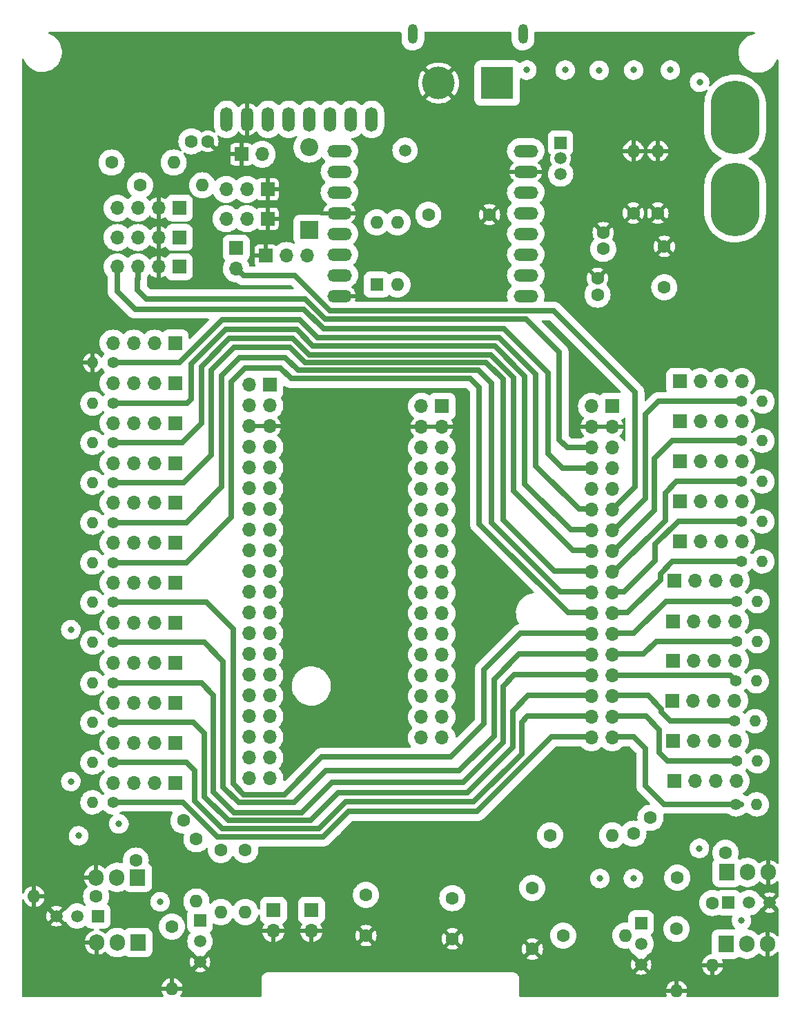
<source format=gbr>
%TF.GenerationSoftware,KiCad,Pcbnew,(6.0.5)*%
%TF.CreationDate,2022-12-18T21:16:11-03:00*%
%TF.ProjectId,HM_CENTRAL-01,484d5f43-454e-4545-9241-4c2d30312e6b,rev?*%
%TF.SameCoordinates,Original*%
%TF.FileFunction,Copper,L2,Inr*%
%TF.FilePolarity,Positive*%
%FSLAX46Y46*%
G04 Gerber Fmt 4.6, Leading zero omitted, Abs format (unit mm)*
G04 Created by KiCad (PCBNEW (6.0.5)) date 2022-12-18 21:16:11*
%MOMM*%
%LPD*%
G01*
G04 APERTURE LIST*
G04 Aperture macros list*
%AMHorizOval*
0 Thick line with rounded ends*
0 $1 width*
0 $2 $3 position (X,Y) of the first rounded end (center of the circle)*
0 $4 $5 position (X,Y) of the second rounded end (center of the circle)*
0 Add line between two ends*
20,1,$1,$2,$3,$4,$5,0*
0 Add two circle primitives to create the rounded ends*
1,1,$1,$2,$3*
1,1,$1,$4,$5*%
G04 Aperture macros list end*
%TA.AperFunction,ComponentPad*%
%ADD10R,1.700000X1.700000*%
%TD*%
%TA.AperFunction,ComponentPad*%
%ADD11O,1.700000X1.700000*%
%TD*%
%TA.AperFunction,ComponentPad*%
%ADD12R,4.000000X4.000000*%
%TD*%
%TA.AperFunction,ComponentPad*%
%ADD13C,4.000000*%
%TD*%
%TA.AperFunction,ComponentPad*%
%ADD14O,1.200000X2.400000*%
%TD*%
%TA.AperFunction,ComponentPad*%
%ADD15C,1.600000*%
%TD*%
%TA.AperFunction,ComponentPad*%
%ADD16O,1.600000X1.600000*%
%TD*%
%TA.AperFunction,ComponentPad*%
%ADD17R,2.200000X2.200000*%
%TD*%
%TA.AperFunction,ComponentPad*%
%ADD18O,2.200000X2.200000*%
%TD*%
%TA.AperFunction,ComponentPad*%
%ADD19R,1.500000X1.500000*%
%TD*%
%TA.AperFunction,ComponentPad*%
%ADD20C,1.500000*%
%TD*%
%TA.AperFunction,ComponentPad*%
%ADD21R,1.600000X1.600000*%
%TD*%
%TA.AperFunction,ComponentPad*%
%ADD22R,1.905000X2.000000*%
%TD*%
%TA.AperFunction,ComponentPad*%
%ADD23O,1.905000X2.000000*%
%TD*%
%TA.AperFunction,ComponentPad*%
%ADD24HorizOval,1.600000X0.000000X0.000000X0.000000X0.000000X0*%
%TD*%
%TA.AperFunction,ComponentPad*%
%ADD25HorizOval,1.600000X0.000000X0.000000X0.000000X0.000000X0*%
%TD*%
%TA.AperFunction,ComponentPad*%
%ADD26O,1.500000X3.000000*%
%TD*%
%TA.AperFunction,ComponentPad*%
%ADD27C,0.800000*%
%TD*%
%TA.AperFunction,ComponentPad*%
%ADD28HorizOval,0.800000X0.000000X0.000000X0.000000X0.000000X0*%
%TD*%
%TA.AperFunction,ComponentPad*%
%ADD29HorizOval,0.800000X0.000000X0.000000X0.000000X0.000000X0*%
%TD*%
%TA.AperFunction,ComponentPad*%
%ADD30O,6.000000X9.000000*%
%TD*%
%TA.AperFunction,ComponentPad*%
%ADD31HorizOval,1.600000X0.000000X0.000000X0.000000X0.000000X0*%
%TD*%
%TA.AperFunction,ComponentPad*%
%ADD32C,1.400000*%
%TD*%
%TA.AperFunction,ComponentPad*%
%ADD33O,1.400000X1.400000*%
%TD*%
%TA.AperFunction,ComponentPad*%
%ADD34O,3.000000X1.500000*%
%TD*%
%TA.AperFunction,ViaPad*%
%ADD35C,0.800000*%
%TD*%
%TA.AperFunction,ViaPad*%
%ADD36C,1.500000*%
%TD*%
%TA.AperFunction,Conductor*%
%ADD37C,0.700000*%
%TD*%
G04 APERTURE END LIST*
D10*
%TO.N,R_KN_POT*%
%TO.C,M14*%
X150600000Y-104900000D03*
D11*
%TO.N,R_KN_PWM*%
X153140000Y-104900000D03*
%TO.N,SERVO_VCC*%
X155680000Y-104900000D03*
%TO.N,R_KN_CURRENT*%
X158220000Y-104900000D03*
%TD*%
D12*
%TO.N,Net-(J1-Pad1)*%
%TO.C,J1*%
X129100000Y-29165750D03*
D13*
%TO.N,GND*%
X121900000Y-29165750D03*
D14*
%TO.N,N/C*%
X132250000Y-23165750D03*
X118750000Y-23165750D03*
%TD*%
D10*
%TO.N,GND*%
%TO.C,J6*%
X100925000Y-42200000D03*
D11*
%TO.N,3V3*%
X98385000Y-42200000D03*
%TO.N,L_FT_ANGLE*%
X95845000Y-42200000D03*
%TD*%
D10*
%TO.N,3V3*%
%TO.C,J7*%
X90100000Y-51700000D03*
D11*
%TO.N,GND*%
X87560000Y-51700000D03*
%TO.N,SCL*%
X85020000Y-51700000D03*
%TO.N,SDA*%
X82480000Y-51700000D03*
%TD*%
D15*
%TO.N,Net-(Q3-Pad1)*%
%TO.C,R6*%
X155500000Y-129690000D03*
D16*
%TO.N,GND*%
X155500000Y-137310000D03*
%TD*%
D10*
%TO.N,HD_POT*%
%TO.C,M10*%
X89600000Y-61050000D03*
D11*
%TO.N,HD_PWM*%
X87060000Y-61050000D03*
%TO.N,SERVO_VCC*%
X84520000Y-61050000D03*
%TO.N,HD_CURRENT*%
X81980000Y-61050000D03*
%TD*%
D10*
%TO.N,L_KN_POT*%
%TO.C,M13*%
X89600000Y-105150000D03*
D11*
%TO.N,L_KN_PWM*%
X87060000Y-105150000D03*
%TO.N,SERVO_VCC*%
X84520000Y-105150000D03*
%TO.N,L_KN_CURRENT*%
X81980000Y-105150000D03*
%TD*%
D10*
%TO.N,L_HND_POT*%
%TO.C,M23*%
X89600000Y-85550000D03*
D11*
%TO.N,L_HND_PWM*%
X87060000Y-85550000D03*
%TO.N,SERVO_VCC*%
X84520000Y-85550000D03*
%TO.N,L_HND_CURRENT*%
X81980000Y-85550000D03*
%TD*%
D10*
%TO.N,3V3*%
%TO.C,J5*%
X90100000Y-44500000D03*
D11*
%TO.N,GND*%
X87560000Y-44500000D03*
%TO.N,SCL*%
X85020000Y-44500000D03*
%TO.N,SDA*%
X82480000Y-44500000D03*
%TD*%
D17*
%TO.N,Net-(D1-Pad1)*%
%TO.C,D1*%
X106025000Y-47180000D03*
D18*
%TO.N,SERVO_VCC*%
X106025000Y-37020000D03*
%TD*%
D15*
%TO.N,Net-(Q1-Pad1)*%
%TO.C,R4*%
X79910000Y-128900000D03*
D16*
%TO.N,GND*%
X72290000Y-128900000D03*
%TD*%
D15*
%TO.N,SDA*%
%TO.C,R41*%
X81790000Y-38900000D03*
D16*
%TO.N,3V3*%
X89410000Y-38900000D03*
%TD*%
D19*
%TO.N,Net-(Q7-Pad1)*%
%TO.C,Q7*%
X146740000Y-132160000D03*
D20*
%TO.N,Net-(Q7-Pad2)*%
X146740000Y-134700000D03*
%TO.N,GND*%
X146740000Y-137240000D03*
%TD*%
D15*
%TO.N,SERVO_VCC*%
%TO.C,C5*%
X149600000Y-54200000D03*
%TO.N,GND*%
X149600000Y-49200000D03*
%TD*%
%TO.N,3V3*%
%TO.C,C7*%
X91600000Y-36300000D03*
%TO.N,GND*%
X93600000Y-36300000D03*
%TD*%
D10*
%TO.N,R_ANK_POT*%
%TO.C,M20*%
X150700000Y-109800000D03*
D11*
%TO.N,R_ANK_PWM*%
X153240000Y-109800000D03*
%TO.N,SERVO_VCC*%
X155780000Y-109800000D03*
%TO.N,R_ANK_CURRENT*%
X158320000Y-109800000D03*
%TD*%
D15*
%TO.N,Net-(Q5-Pad1)*%
%TO.C,R8*%
X89200000Y-132590000D03*
D16*
%TO.N,GND*%
X89200000Y-140210000D03*
%TD*%
D10*
%TO.N,R_FT_ANGLE*%
%TO.C,J2*%
X101210000Y-66180000D03*
D11*
%TO.N,L_FT_ANGLE*%
X98670000Y-66180000D03*
%TO.N,3V3*%
X101210000Y-68720000D03*
X98670000Y-68720000D03*
%TO.N,GND*%
X101210000Y-71260000D03*
X98670000Y-71260000D03*
%TO.N,MAIN_RX*%
X101210000Y-73800000D03*
%TO.N,SCL*%
X98670000Y-73800000D03*
%TO.N,MAIN_TX*%
X101210000Y-76340000D03*
%TO.N,SDA*%
X98670000Y-76340000D03*
%TO.N,I_SENS*%
X101210000Y-78880000D03*
%TO.N,SERVO_VCC*%
X98670000Y-78880000D03*
%TO.N,SHUTOFF*%
X101210000Y-81420000D03*
%TO.N,HD_PWM*%
X98670000Y-81420000D03*
%TO.N,R_TX_PWM*%
X101210000Y-83960000D03*
%TO.N,L_TX_PWM*%
X98670000Y-83960000D03*
%TO.N,R_SH_PWM*%
X101210000Y-86500000D03*
%TO.N,L_SH_PWM*%
X98670000Y-86500000D03*
%TO.N,R_ELBR_PWM*%
X101210000Y-89040000D03*
%TO.N,L_ELBR_PWM*%
X98670000Y-89040000D03*
%TO.N,R_ELB_PWM*%
X101210000Y-91580000D03*
%TO.N,L_ELB_PWM*%
X98670000Y-91580000D03*
%TO.N,R_HND_PWM*%
X101210000Y-94120000D03*
%TO.N,L_HND_PWM*%
X98670000Y-94120000D03*
%TO.N,R_HP_PWM*%
X101210000Y-96660000D03*
%TO.N,L_HP_PWM*%
X98670000Y-96660000D03*
%TO.N,R_TG_PWM*%
X101210000Y-99200000D03*
%TO.N,L_TG_PWM*%
X98670000Y-99200000D03*
%TO.N,R_KNR_PWM*%
X101210000Y-101740000D03*
%TO.N,L_KNR_PWM*%
X98670000Y-101740000D03*
%TO.N,R_KN_PWM*%
X101210000Y-104280000D03*
%TO.N,L_KN_PWM*%
X98670000Y-104280000D03*
%TO.N,R_ANK_PWM*%
X101210000Y-106820000D03*
%TO.N,L_ANK_PWM*%
X98670000Y-106820000D03*
%TO.N,R_FT_PWM*%
X101210000Y-109360000D03*
%TO.N,L_FT_PWM*%
X98670000Y-109360000D03*
%TO.N,R_ARM_CONTROL*%
X101210000Y-111900000D03*
%TO.N,L_ARM_CONTROL*%
X98670000Y-111900000D03*
%TO.N,R_LEG_CONTROL*%
X101210000Y-114440000D03*
%TO.N,L_LEG_CONTROL*%
X98670000Y-114440000D03*
%TD*%
D15*
%TO.N,SCL*%
%TO.C,R40*%
X85300000Y-41700000D03*
D16*
%TO.N,3V3*%
X92920000Y-41700000D03*
%TD*%
D10*
%TO.N,R_TG_POT*%
%TO.C,M5*%
X150700000Y-95150000D03*
D11*
%TO.N,R_TG_PWM*%
X153240000Y-95150000D03*
%TO.N,SERVO_VCC*%
X155780000Y-95150000D03*
%TO.N,R_TG_CURRENT*%
X158320000Y-95150000D03*
%TD*%
D21*
%TO.N,MAIN_RX*%
%TO.C,SW1*%
X114325000Y-53867500D03*
D16*
%TO.N,MAIN_TX*%
X116865000Y-53867500D03*
%TO.N,CAM_RX*%
X116865000Y-46247500D03*
%TO.N,CAM_TX*%
X114325000Y-46247500D03*
%TD*%
D15*
%TO.N,SERVO_VCC*%
%TO.C,C2*%
X141400000Y-55100000D03*
%TO.N,GND*%
X141400000Y-53100000D03*
%TD*%
D22*
%TO.N,Net-(Q5-Pad1)*%
%TO.C,Q6*%
X85040000Y-134555000D03*
D23*
%TO.N,L_LEG_GND*%
X82500000Y-134555000D03*
%TO.N,GND*%
X79960000Y-134555000D03*
%TD*%
D15*
%TO.N,SHUTOFF*%
%TO.C,R7*%
X95200000Y-123190000D03*
D16*
%TO.N,Net-(Q5-Pad2)*%
X95200000Y-130810000D03*
%TD*%
D10*
%TO.N,L_HP_POT*%
%TO.C,M2*%
X89600000Y-90450000D03*
D11*
%TO.N,L_HP_PWM*%
X87060000Y-90450000D03*
%TO.N,SERVO_VCC*%
X84520000Y-90450000D03*
%TO.N,L_HP_CURRENT*%
X81980000Y-90450000D03*
%TD*%
D10*
%TO.N,R_TX_POT*%
%TO.C,M8*%
X151480000Y-65750000D03*
D11*
%TO.N,R_TX_PWM*%
X154020000Y-65750000D03*
%TO.N,SERVO_VCC*%
X156560000Y-65750000D03*
%TO.N,R_TX_CURRENT*%
X159100000Y-65750000D03*
%TD*%
D22*
%TO.N,Net-(Q7-Pad1)*%
%TO.C,Q8*%
X157160000Y-134745000D03*
D23*
%TO.N,R_LEG_GND*%
X159700000Y-134745000D03*
%TO.N,GND*%
X162240000Y-134745000D03*
%TD*%
D10*
%TO.N,L_KNR_POT*%
%TO.C,M6*%
X89600000Y-100250000D03*
D11*
%TO.N,L_KNR_PWM*%
X87060000Y-100250000D03*
%TO.N,SERVO_VCC*%
X84520000Y-100250000D03*
%TO.N,L_KNR_CURRENT*%
X81980000Y-100250000D03*
%TD*%
D10*
%TO.N,SERVO_VCC*%
%TO.C,M26*%
X101650000Y-130600000D03*
D11*
%TO.N,GND*%
X101650000Y-133140000D03*
%TD*%
D15*
%TO.N,SHUTOFF*%
%TO.C,R5*%
X135590000Y-121400000D03*
D16*
%TO.N,Net-(Q3-Pad2)*%
X143210000Y-121400000D03*
%TD*%
D10*
%TO.N,3V3*%
%TO.C,J4*%
X97100000Y-49400000D03*
D11*
%TO.N,SHUTOFF*%
X97100000Y-51940000D03*
%TD*%
D10*
%TO.N,L_TG_POT*%
%TO.C,M4*%
X89600000Y-95350000D03*
D11*
%TO.N,L_TG_PWM*%
X87060000Y-95350000D03*
%TO.N,SERVO_VCC*%
X84520000Y-95350000D03*
%TO.N,L_TG_CURRENT*%
X81980000Y-95350000D03*
%TD*%
D10*
%TO.N,R_FT_POT*%
%TO.C,M22*%
X150800000Y-114750000D03*
D11*
%TO.N,R_FT_PWM*%
X153340000Y-114750000D03*
%TO.N,SERVO_VCC*%
X155880000Y-114750000D03*
%TO.N,R_FT_CURRENT*%
X158420000Y-114750000D03*
%TD*%
D10*
%TO.N,3V3*%
%TO.C,J3*%
X122340000Y-68800000D03*
D11*
X119800000Y-68800000D03*
%TO.N,GND*%
X122340000Y-71340000D03*
X119800000Y-71340000D03*
%TO.N,SUB1_RX*%
X122340000Y-73880000D03*
%TO.N,SCL*%
X119800000Y-73880000D03*
%TO.N,SUB1_TX*%
X122340000Y-76420000D03*
%TO.N,SDA*%
X119800000Y-76420000D03*
%TO.N,I_SENS*%
X122340000Y-78960000D03*
%TO.N,SERVO_VCC*%
X119800000Y-78960000D03*
%TO.N,SHUTOFF*%
X122340000Y-81500000D03*
%TO.N,HD_POT*%
X119800000Y-81500000D03*
%TO.N,R_TX_POT*%
X122340000Y-84040000D03*
%TO.N,L_TX_POT*%
X119800000Y-84040000D03*
%TO.N,R_SH_POT*%
X122340000Y-86580000D03*
%TO.N,L_SH_POT*%
X119800000Y-86580000D03*
%TO.N,R_ELBR_POT*%
X122340000Y-89120000D03*
%TO.N,L_ELBR_POT*%
X119800000Y-89120000D03*
%TO.N,R_ELB_POT*%
X122340000Y-91660000D03*
%TO.N,L_ELB_POT*%
X119800000Y-91660000D03*
%TO.N,R_HND_POT*%
X122340000Y-94200000D03*
%TO.N,L_HND_POT*%
X119800000Y-94200000D03*
%TO.N,R_HP_POT*%
X122340000Y-96740000D03*
%TO.N,L_HP_POT*%
X119800000Y-96740000D03*
%TO.N,R_TG_POT*%
X122340000Y-99280000D03*
%TO.N,L_TG_POT*%
X119800000Y-99280000D03*
%TO.N,R_KNR_POT*%
X122340000Y-101820000D03*
%TO.N,L_KNR_POT*%
X119800000Y-101820000D03*
%TO.N,R_KN_POT*%
X122340000Y-104360000D03*
%TO.N,L_KN_POT*%
X119800000Y-104360000D03*
%TO.N,R_ANK_POT*%
X122340000Y-106900000D03*
%TO.N,L_ANK_POT*%
X119800000Y-106900000D03*
%TO.N,R_FT_POT*%
X122340000Y-109440000D03*
%TO.N,L_FT_POT*%
X119800000Y-109440000D03*
%TD*%
D15*
%TO.N,R_LEG_CONTROL*%
%TO.C,R39*%
X145800000Y-121205923D03*
D24*
%TO.N,Net-(Q7-Pad1)*%
X151188154Y-126594077D03*
%TD*%
D10*
%TO.N,3V3*%
%TO.C,J9*%
X90100000Y-48100000D03*
D11*
%TO.N,GND*%
X87560000Y-48100000D03*
%TO.N,SCL*%
X85020000Y-48100000D03*
%TO.N,SDA*%
X82480000Y-48100000D03*
%TD*%
D10*
%TO.N,3V3*%
%TO.C,J12*%
X143200000Y-68800000D03*
D11*
X140660000Y-68800000D03*
%TO.N,GND*%
X143200000Y-71340000D03*
X140660000Y-71340000D03*
%TO.N,SUB2_RX*%
X143200000Y-73880000D03*
%TO.N,SCL*%
X140660000Y-73880000D03*
%TO.N,SUB2_TX*%
X143200000Y-76420000D03*
%TO.N,SDA*%
X140660000Y-76420000D03*
%TO.N,I_SENS*%
X143200000Y-78960000D03*
%TO.N,SERVO_VCC*%
X140660000Y-78960000D03*
%TO.N,SHUTOFF*%
X143200000Y-81500000D03*
%TO.N,HD_CURRENT*%
X140660000Y-81500000D03*
%TO.N,R_TX_CURRENT*%
X143200000Y-84040000D03*
%TO.N,L_TX_CURRENT*%
X140660000Y-84040000D03*
%TO.N,R_SH_CURRENT*%
X143200000Y-86580000D03*
%TO.N,L_SH_CURRENT*%
X140660000Y-86580000D03*
%TO.N,R_ELBR_CURRENT*%
X143200000Y-89120000D03*
%TO.N,L_ELBR_CURRENT*%
X140660000Y-89120000D03*
%TO.N,R_ELB_CURRENT*%
X143200000Y-91660000D03*
%TO.N,L_ELB_CURRENT*%
X140660000Y-91660000D03*
%TO.N,R_HND_CURRENT*%
X143200000Y-94200000D03*
%TO.N,L_HND_CURRENT*%
X140660000Y-94200000D03*
%TO.N,R_HP_CURRENT*%
X143200000Y-96740000D03*
%TO.N,L_HP_CURRENT*%
X140660000Y-96740000D03*
%TO.N,R_TG_CURRENT*%
X143200000Y-99280000D03*
%TO.N,L_TG_CURRENT*%
X140660000Y-99280000D03*
%TO.N,R_KNR_CURRENT*%
X143200000Y-101820000D03*
%TO.N,L_KNR_CURRENT*%
X140660000Y-101820000D03*
%TO.N,R_KN_CURRENT*%
X143200000Y-104360000D03*
%TO.N,L_KN_CURRENT*%
X140660000Y-104360000D03*
%TO.N,R_ANK_CURRENT*%
X143200000Y-106900000D03*
%TO.N,L_ANK_CURRENT*%
X140660000Y-106900000D03*
%TO.N,R_FT_CURRENT*%
X143200000Y-109440000D03*
%TO.N,L_FT_CURRENT*%
X140660000Y-109440000D03*
%TD*%
D10*
%TO.N,SERVO_VCC*%
%TO.C,M25*%
X106300000Y-130600000D03*
D11*
%TO.N,GND*%
X106300000Y-133140000D03*
%TD*%
D19*
%TO.N,Net-(Q5-Pad1)*%
%TO.C,Q5*%
X92640000Y-131860000D03*
D20*
%TO.N,Net-(Q5-Pad2)*%
X92640000Y-134400000D03*
%TO.N,GND*%
X92640000Y-136940000D03*
%TD*%
D10*
%TO.N,GND*%
%TO.C,J8*%
X100925000Y-45800000D03*
D11*
%TO.N,3V3*%
X98385000Y-45800000D03*
%TO.N,R_FT_ANGLE*%
X95845000Y-45800000D03*
%TD*%
D15*
%TO.N,SERVO_VCC*%
%TO.C,C1*%
X133400000Y-127850000D03*
%TO.N,GND*%
X133400000Y-135350000D03*
%TD*%
D10*
%TO.N,L_ELB_POT*%
%TO.C,M17*%
X89600000Y-80650000D03*
D11*
%TO.N,L_ELB_PWM*%
X87060000Y-80650000D03*
%TO.N,SERVO_VCC*%
X84520000Y-80650000D03*
%TO.N,L_ELB_CURRENT*%
X81980000Y-80650000D03*
%TD*%
D15*
%TO.N,SHUTOFF*%
%TO.C,R3*%
X98200000Y-123190000D03*
D16*
%TO.N,Net-(Q1-Pad2)*%
X98200000Y-130810000D03*
%TD*%
D10*
%TO.N,R_ELBR_POT*%
%TO.C,M16*%
X151480000Y-75550000D03*
D11*
%TO.N,R_ELBR_PWM*%
X154020000Y-75550000D03*
%TO.N,SERVO_VCC*%
X156560000Y-75550000D03*
%TO.N,R_ELBR_CURRENT*%
X159100000Y-75550000D03*
%TD*%
D15*
%TO.N,L_LEG_CONTROL*%
%TO.C,R38*%
X92200000Y-121890000D03*
D16*
%TO.N,Net-(Q5-Pad1)*%
X92200000Y-129510000D03*
%TD*%
D15*
%TO.N,SERVO_VCC*%
%TO.C,C3*%
X142100000Y-49500000D03*
%TO.N,GND*%
X142100000Y-47500000D03*
%TD*%
D10*
%TO.N,L_ELBR_POT*%
%TO.C,M15*%
X89600000Y-75750000D03*
D11*
%TO.N,L_ELBR_PWM*%
X87060000Y-75750000D03*
%TO.N,SERVO_VCC*%
X84520000Y-75750000D03*
%TO.N,L_ELBR_CURRENT*%
X81980000Y-75750000D03*
%TD*%
D10*
%TO.N,L_TX_POT*%
%TO.C,M7*%
X89600000Y-65950000D03*
D11*
%TO.N,L_TX_PWM*%
X87060000Y-65950000D03*
%TO.N,SERVO_VCC*%
X84520000Y-65950000D03*
%TO.N,L_TX_CURRENT*%
X81980000Y-65950000D03*
%TD*%
D10*
%TO.N,R_HP_POT*%
%TO.C,M3*%
X150800000Y-90200000D03*
D11*
%TO.N,R_HP_PWM*%
X153340000Y-90200000D03*
%TO.N,SERVO_VCC*%
X155880000Y-90200000D03*
%TO.N,R_HP_CURRENT*%
X158420000Y-90200000D03*
%TD*%
D10*
%TO.N,R_SH_POT*%
%TO.C,M12*%
X151480000Y-70650000D03*
D11*
%TO.N,R_SH_PWM*%
X154020000Y-70650000D03*
%TO.N,SERVO_VCC*%
X156560000Y-70650000D03*
%TO.N,R_SH_CURRENT*%
X159100000Y-70650000D03*
%TD*%
D15*
%TO.N,SERVO_VCC*%
%TO.C,C4*%
X123600000Y-129100000D03*
%TO.N,GND*%
X123600000Y-134100000D03*
%TD*%
D10*
%TO.N,R_KNR_POT*%
%TO.C,M9*%
X150700000Y-100000000D03*
D11*
%TO.N,R_KNR_PWM*%
X153240000Y-100000000D03*
%TO.N,SERVO_VCC*%
X155780000Y-100000000D03*
%TO.N,R_KNR_CURRENT*%
X158320000Y-100000000D03*
%TD*%
D15*
%TO.N,R_ARM_CONTROL*%
%TO.C,R2*%
X147895957Y-119253100D03*
D25*
%TO.N,Net-(Q3-Pad1)*%
X157104044Y-123546902D03*
%TD*%
D10*
%TO.N,L_SH_POT*%
%TO.C,M11*%
X89600000Y-70850000D03*
D11*
%TO.N,L_SH_PWM*%
X87060000Y-70850000D03*
%TO.N,SERVO_VCC*%
X84520000Y-70850000D03*
%TO.N,L_SH_CURRENT*%
X81980000Y-70850000D03*
%TD*%
D22*
%TO.N,Net-(Q3-Pad1)*%
%TO.C,Q4*%
X157260000Y-125945000D03*
D23*
%TO.N,R_ARM_GND*%
X159800000Y-125945000D03*
%TO.N,GND*%
X162340000Y-125945000D03*
%TD*%
D10*
%TO.N,L_FT_POT*%
%TO.C,M21*%
X89600000Y-114950000D03*
D11*
%TO.N,L_FT_PWM*%
X87060000Y-114950000D03*
%TO.N,SERVO_VCC*%
X84520000Y-114950000D03*
%TO.N,L_FT_CURRENT*%
X81980000Y-114950000D03*
%TD*%
D10*
%TO.N,R_HND_POT*%
%TO.C,M24*%
X151480000Y-85350000D03*
D11*
%TO.N,R_HND_PWM*%
X154020000Y-85350000D03*
%TO.N,SERVO_VCC*%
X156560000Y-85350000D03*
%TO.N,R_HND_CURRENT*%
X159100000Y-85350000D03*
%TD*%
D15*
%TO.N,3V3*%
%TO.C,C8*%
X120650000Y-45300000D03*
%TO.N,GND*%
X128150000Y-45300000D03*
%TD*%
%TO.N,SERVO_VCC*%
%TO.C,C6*%
X113000000Y-128700000D03*
%TO.N,GND*%
X113000000Y-133700000D03*
%TD*%
%TO.N,Net-(Q7-Pad1)*%
%TO.C,R10*%
X151100000Y-132890000D03*
D16*
%TO.N,GND*%
X151100000Y-140510000D03*
%TD*%
D26*
%TO.N,unconnected-(U3-PadADO)*%
%TO.C,U3*%
X111150000Y-33600370D03*
%TO.N,GND*%
X98450000Y-33600370D03*
%TO.N,unconnected-(U3-PadINT)*%
X113690000Y-33600370D03*
%TO.N,SCL*%
X100990000Y-33600370D03*
%TO.N,SDA*%
X103530000Y-33600370D03*
%TO.N,3V3*%
X95910000Y-33600370D03*
%TO.N,unconnected-(U3-PadXCL)*%
X106070000Y-33600370D03*
%TO.N,unconnected-(U3-PadXDA)*%
X108610000Y-33600370D03*
%TD*%
D19*
%TO.N,3V3*%
%TO.C,U1*%
X136875000Y-36500000D03*
D20*
%TO.N,GND*%
X136875000Y-38410000D03*
%TO.N,I_SENS*%
X136875000Y-40320000D03*
D27*
%TO.N,SERVO_VCC*%
X160325000Y-45410000D03*
D28*
X157645000Y-39460000D03*
D27*
X156615000Y-40210000D03*
X156615000Y-46610000D03*
X156225000Y-45410000D03*
X159935000Y-40210000D03*
X156225000Y-42740000D03*
X160325000Y-41410000D03*
X158905000Y-47360000D03*
D29*
X158905000Y-39460000D03*
D27*
X159935000Y-46610000D03*
X160325000Y-42740000D03*
X156225000Y-44080000D03*
X156225000Y-41410000D03*
D30*
X158275000Y-43410000D03*
D27*
X157645000Y-47360000D03*
X160325000Y-44080000D03*
%TO.N,Net-(J1-Pad1)*%
X156615000Y-30210000D03*
D30*
X158275000Y-33410000D03*
D27*
X159935000Y-36610000D03*
D29*
X157645000Y-37360000D03*
D27*
X160325000Y-31410000D03*
X160325000Y-34080000D03*
X156615000Y-36610000D03*
X156225000Y-35410000D03*
X158905000Y-29460000D03*
X160325000Y-35410000D03*
X156225000Y-31410000D03*
X156225000Y-34080000D03*
D28*
X158905000Y-37360000D03*
D27*
X159935000Y-30210000D03*
X157645000Y-29460000D03*
X160325000Y-32740000D03*
X156225000Y-32740000D03*
%TD*%
D10*
%TO.N,R_ELB_POT*%
%TO.C,M18*%
X151480000Y-80450000D03*
D11*
%TO.N,R_ELB_PWM*%
X154020000Y-80450000D03*
%TO.N,SERVO_VCC*%
X156560000Y-80450000D03*
%TO.N,R_ELB_CURRENT*%
X159100000Y-80450000D03*
%TD*%
D22*
%TO.N,Net-(Q1-Pad1)*%
%TO.C,Q2*%
X85000000Y-126555000D03*
D23*
%TO.N,L_ARM_GND*%
X82460000Y-126555000D03*
%TO.N,GND*%
X79920000Y-126555000D03*
%TD*%
D10*
%TO.N,L_ANK_POT*%
%TO.C,M19*%
X89600000Y-110050000D03*
D11*
%TO.N,L_ANK_PWM*%
X87060000Y-110050000D03*
%TO.N,SERVO_VCC*%
X84520000Y-110050000D03*
%TO.N,L_ANK_CURRENT*%
X81980000Y-110050000D03*
%TD*%
D15*
%TO.N,L_ARM_CONTROL*%
%TO.C,R1*%
X90600000Y-119600000D03*
D31*
%TO.N,Net-(Q1-Pad1)*%
X84762741Y-124498042D03*
%TD*%
D32*
%TO.N,L_TX_CURRENT*%
%TO.C,R13*%
X82000000Y-68450000D03*
D33*
%TO.N,L_ARM_GND*%
X79460000Y-68450000D03*
%TD*%
D15*
%TO.N,GND*%
%TO.C,R34*%
X145800000Y-45110000D03*
D16*
X145800000Y-37490000D03*
%TD*%
D10*
%TO.N,GND*%
%TO.C,J10*%
X100700000Y-50300000D03*
D11*
%TO.N,CAM_TX*%
X103240000Y-50300000D03*
%TO.N,CAM_RX*%
X105780000Y-50300000D03*
%TD*%
D34*
%TO.N,SCL*%
%TO.C,M1*%
X132600000Y-55260930D03*
%TO.N,unconnected-(M1-Pad2)*%
X132600000Y-52720930D03*
%TO.N,unconnected-(M1-Pad3)*%
X132600000Y-50180930D03*
%TO.N,unconnected-(M1-Pad4)*%
X132600000Y-47640930D03*
%TO.N,unconnected-(M1-Pad5)*%
X132600000Y-45100930D03*
%TO.N,unconnected-(M1-Pad6)*%
X132600000Y-42560930D03*
%TO.N,GND*%
X132600000Y-40020930D03*
%TO.N,unconnected-(M1-Pad8)*%
X132600000Y-37480930D03*
%TO.N,unconnected-(M1-Pad9)*%
X109740000Y-37480930D03*
%TO.N,SDA*%
X109740000Y-40020930D03*
%TO.N,Net-(J11-Pad2)*%
X109740000Y-42560930D03*
%TO.N,GND*%
X109740000Y-45100930D03*
%TO.N,Net-(D1-Pad1)*%
X109740000Y-47640930D03*
%TO.N,CAM_RX*%
X109740000Y-50180930D03*
%TO.N,CAM_TX*%
X109740000Y-52720930D03*
%TO.N,GND*%
X109740000Y-55260930D03*
%TD*%
D32*
%TO.N,L_ELBR_CURRENT*%
%TO.C,R21*%
X82000000Y-78150000D03*
D33*
%TO.N,L_ARM_GND*%
X79460000Y-78150000D03*
%TD*%
D32*
%TO.N,R_HP_CURRENT*%
%TO.C,R12*%
X158480000Y-92700000D03*
D33*
%TO.N,R_LEG_GND*%
X161020000Y-92700000D03*
%TD*%
D32*
%TO.N,L_SH_CURRENT*%
%TO.C,R17*%
X82000000Y-73250000D03*
D33*
%TO.N,L_ARM_GND*%
X79460000Y-73250000D03*
%TD*%
D32*
%TO.N,L_HND_CURRENT*%
%TO.C,R32*%
X82000000Y-87950000D03*
D33*
%TO.N,L_ARM_GND*%
X79460000Y-87950000D03*
%TD*%
D32*
%TO.N,R_TX_CURRENT*%
%TO.C,R14*%
X159080000Y-68200000D03*
D33*
%TO.N,R_ARM_GND*%
X161620000Y-68200000D03*
%TD*%
D32*
%TO.N,L_KNR_CURRENT*%
%TO.C,R19*%
X82000000Y-102750000D03*
D33*
%TO.N,L_LEG_GND*%
X79460000Y-102750000D03*
%TD*%
D32*
%TO.N,R_HND_CURRENT*%
%TO.C,R33*%
X159080000Y-87800000D03*
D33*
%TO.N,R_ARM_GND*%
X161620000Y-87800000D03*
%TD*%
D32*
%TO.N,R_TG_CURRENT*%
%TO.C,R16*%
X158480000Y-97600000D03*
D33*
%TO.N,R_LEG_GND*%
X161020000Y-97600000D03*
%TD*%
D32*
%TO.N,L_HP_CURRENT*%
%TO.C,R11*%
X82000000Y-92850000D03*
D33*
%TO.N,L_LEG_GND*%
X79460000Y-92850000D03*
%TD*%
D19*
%TO.N,Net-(Q1-Pad1)*%
%TO.C,Q1*%
X80100000Y-131300000D03*
D20*
%TO.N,Net-(Q1-Pad2)*%
X77560000Y-131300000D03*
%TO.N,GND*%
X75020000Y-131300000D03*
%TD*%
D15*
%TO.N,GND*%
%TO.C,R35*%
X148800000Y-45110000D03*
D16*
X148800000Y-37490000D03*
%TD*%
D32*
%TO.N,R_ELB_CURRENT*%
%TO.C,R27*%
X159080000Y-82900000D03*
D33*
%TO.N,R_ARM_GND*%
X161620000Y-82900000D03*
%TD*%
D32*
%TO.N,R_SH_CURRENT*%
%TO.C,R18*%
X159080000Y-73000000D03*
D33*
%TO.N,R_ARM_GND*%
X161620000Y-73000000D03*
%TD*%
D32*
%TO.N,R_KNR_CURRENT*%
%TO.C,R20*%
X158380000Y-102500000D03*
D33*
%TO.N,R_LEG_GND*%
X160920000Y-102500000D03*
%TD*%
D32*
%TO.N,R_ELBR_CURRENT*%
%TO.C,R22*%
X159080000Y-78000000D03*
D33*
%TO.N,R_ARM_GND*%
X161620000Y-78000000D03*
%TD*%
D15*
%TO.N,SHUTOFF*%
%TO.C,R9*%
X137190000Y-133700000D03*
D16*
%TO.N,Net-(Q7-Pad2)*%
X144810000Y-133700000D03*
%TD*%
D32*
%TO.N,L_ELB_CURRENT*%
%TO.C,R26*%
X82000000Y-83050000D03*
D33*
%TO.N,L_ARM_GND*%
X79460000Y-83050000D03*
%TD*%
D32*
%TO.N,L_ANK_CURRENT*%
%TO.C,R28*%
X82000000Y-112450000D03*
D33*
%TO.N,L_LEG_GND*%
X79460000Y-112450000D03*
%TD*%
D32*
%TO.N,L_KN_CURRENT*%
%TO.C,R24*%
X82000000Y-107550000D03*
D33*
%TO.N,L_LEG_GND*%
X79460000Y-107550000D03*
%TD*%
D19*
%TO.N,Net-(Q3-Pad1)*%
%TO.C,Q3*%
X157460000Y-129660000D03*
D20*
%TO.N,Net-(Q3-Pad2)*%
X160000000Y-129660000D03*
%TO.N,GND*%
X162540000Y-129660000D03*
%TD*%
D32*
%TO.N,R_FT_CURRENT*%
%TO.C,R31*%
X158400000Y-117600000D03*
D33*
%TO.N,R_LEG_GND*%
X160940000Y-117600000D03*
%TD*%
D32*
%TO.N,R_ANK_CURRENT*%
%TO.C,R29*%
X158480000Y-112300000D03*
D33*
%TO.N,R_LEG_GND*%
X161020000Y-112300000D03*
%TD*%
D32*
%TO.N,R_KN_CURRENT*%
%TO.C,R25*%
X158180000Y-107400000D03*
D33*
%TO.N,R_LEG_GND*%
X160720000Y-107400000D03*
%TD*%
D10*
%TO.N,GND*%
%TO.C,J11*%
X97725000Y-37900000D03*
D11*
%TO.N,Net-(J11-Pad2)*%
X100265000Y-37900000D03*
%TD*%
D32*
%TO.N,L_TG_CURRENT*%
%TO.C,R15*%
X82000000Y-97750000D03*
D33*
%TO.N,L_LEG_GND*%
X79460000Y-97750000D03*
%TD*%
D32*
%TO.N,HD_CURRENT*%
%TO.C,R23*%
X82000000Y-63450000D03*
D33*
%TO.N,GND*%
X79460000Y-63450000D03*
%TD*%
D32*
%TO.N,L_FT_CURRENT*%
%TO.C,R30*%
X82000000Y-117350000D03*
D33*
%TO.N,L_LEG_GND*%
X79460000Y-117350000D03*
%TD*%
D35*
%TO.N,Net-(J1-Pad1)*%
X137434730Y-27565270D03*
X145834730Y-27565270D03*
X153932500Y-29067500D03*
X132734730Y-27565270D03*
X141600000Y-27600000D03*
X150334730Y-27565270D03*
%TO.N,GND*%
X72650020Y-109249980D03*
X73000020Y-70899980D03*
X72650020Y-96049980D03*
X79100000Y-31300000D03*
X72500020Y-117399980D03*
X72650020Y-90149980D03*
X72500020Y-81399980D03*
X78500000Y-139000000D03*
X81400000Y-29000000D03*
X73000020Y-46799980D03*
X73000020Y-73499980D03*
X95099980Y-25100020D03*
X73000000Y-131200000D03*
X139600000Y-139000000D03*
X73000020Y-53299980D03*
X73000020Y-64199980D03*
X156800000Y-139400000D03*
X73000020Y-59799980D03*
X73100000Y-50000000D03*
X91099980Y-25100020D03*
X76300000Y-34100000D03*
X72650020Y-113249980D03*
X72650020Y-101949980D03*
X72650020Y-93049980D03*
X72650020Y-120949980D03*
X73000020Y-44199980D03*
X113899980Y-25100020D03*
X109199980Y-25100020D03*
X74400000Y-40200000D03*
X85100000Y-25800000D03*
X100499980Y-25100020D03*
X73000020Y-67699980D03*
X105199980Y-25100020D03*
X72650020Y-98649980D03*
X72650020Y-87349980D03*
X116855459Y-27544541D03*
X148600000Y-139400000D03*
X73000020Y-76799980D03*
X72650020Y-105349980D03*
X73000020Y-57099980D03*
%TO.N,L_LEG_GND*%
X87750000Y-129550000D03*
X82700000Y-120000000D03*
%TO.N,R_LEG_GND*%
X153900000Y-123000000D03*
X159050000Y-131850000D03*
%TO.N,L_ARM_GND*%
X76800000Y-96200000D03*
X77750000Y-121450000D03*
X76800000Y-114800000D03*
D36*
%TO.N,3V3*%
X117800000Y-37400000D03*
D35*
%TO.N,SERVO_VCC*%
X141700000Y-126700000D03*
X145800000Y-126700000D03*
%TD*%
D37*
%TO.N,L_TX_CURRENT*%
X104500000Y-59400000D02*
X106500000Y-61400000D01*
X128800000Y-61400000D02*
X132500000Y-65100000D01*
X91600000Y-67900000D02*
X91600000Y-63600000D01*
X138160000Y-83960000D02*
X140930000Y-83960000D01*
X106500000Y-61400000D02*
X128800000Y-61400000D01*
X91600000Y-63600000D02*
X95800000Y-59400000D01*
X132500000Y-65100000D02*
X132500000Y-78300000D01*
X91050000Y-68450000D02*
X91600000Y-67900000D01*
X95800000Y-59400000D02*
X104500000Y-59400000D01*
X82000000Y-68450000D02*
X91050000Y-68450000D01*
X132500000Y-78300000D02*
X138160000Y-83960000D01*
%TO.N,R_TX_CURRENT*%
X159080000Y-68200000D02*
X148900000Y-68200000D01*
X147300000Y-80130000D02*
X143470000Y-83960000D01*
X148900000Y-68200000D02*
X147300000Y-69800000D01*
X147300000Y-69800000D02*
X147300000Y-80130000D01*
%TO.N,L_SH_CURRENT*%
X82000000Y-73250000D02*
X90450000Y-73250000D01*
X131100000Y-65300000D02*
X131100000Y-79200000D01*
X106050480Y-62500480D02*
X128300480Y-62500480D01*
X96200000Y-60500000D02*
X104050000Y-60500000D01*
X138400000Y-86500000D02*
X140930000Y-86500000D01*
X104050000Y-60500000D02*
X106050480Y-62500480D01*
X131100000Y-79200000D02*
X138400000Y-86500000D01*
X128300480Y-62500480D02*
X131100000Y-65300000D01*
X92800000Y-63900000D02*
X96200000Y-60500000D01*
X92800000Y-70900000D02*
X92800000Y-63900000D01*
X90450000Y-73250000D02*
X92800000Y-70900000D01*
%TO.N,R_SH_CURRENT*%
X148400000Y-81570000D02*
X143470000Y-86500000D01*
X159080000Y-73000000D02*
X150600000Y-73000000D01*
X148400000Y-75200000D02*
X148400000Y-81570000D01*
X150600000Y-73000000D02*
X148400000Y-75200000D01*
%TO.N,L_ELB_CURRENT*%
X128400000Y-66000000D02*
X128400000Y-83100000D01*
X82000000Y-83050000D02*
X90950000Y-83050000D01*
X136880000Y-91580000D02*
X140930000Y-91580000D01*
X90950000Y-83050000D02*
X95300000Y-78700000D01*
X95300000Y-78700000D02*
X95300000Y-65000000D01*
X103100000Y-62800000D02*
X104700000Y-64400000D01*
X104700000Y-64400000D02*
X126800000Y-64400000D01*
X97500000Y-62800000D02*
X103100000Y-62800000D01*
X128400000Y-83100000D02*
X136880000Y-91580000D01*
X95300000Y-65000000D02*
X97500000Y-62800000D01*
X126800000Y-64400000D02*
X128400000Y-66000000D01*
%TO.N,R_ELB_CURRENT*%
X159080000Y-82900000D02*
X151300000Y-82900000D01*
X148500000Y-85700000D02*
X148500000Y-87700000D01*
X144620000Y-91580000D02*
X143470000Y-91580000D01*
X148500000Y-87700000D02*
X144620000Y-91580000D01*
X151300000Y-82900000D02*
X148500000Y-85700000D01*
%TO.N,SCL*%
X108000000Y-58100000D02*
X105500000Y-55600000D01*
X132600000Y-58100000D02*
X108000000Y-58100000D01*
X137680000Y-73880000D02*
X136700000Y-72900000D01*
X85000000Y-53200000D02*
X85020000Y-53180000D01*
X136700000Y-62200000D02*
X132600000Y-58100000D01*
X136700000Y-72900000D02*
X136700000Y-62200000D01*
X86100000Y-55600000D02*
X85000000Y-54500000D01*
X105500000Y-55600000D02*
X86100000Y-55600000D01*
X85020000Y-53180000D02*
X85020000Y-51700000D01*
X85000000Y-54500000D02*
X85000000Y-53200000D01*
X140660000Y-73880000D02*
X137680000Y-73880000D01*
%TO.N,SDA*%
X105400000Y-56900000D02*
X84700000Y-56900000D01*
X107800000Y-59300000D02*
X105400000Y-56900000D01*
X129900000Y-59300000D02*
X107800000Y-59300000D01*
X84700000Y-56900000D02*
X82480000Y-54680000D01*
X135300000Y-64700000D02*
X129900000Y-59300000D01*
X137120000Y-76420000D02*
X135300000Y-74600000D01*
X140660000Y-76420000D02*
X137120000Y-76420000D01*
X135300000Y-74600000D02*
X135300000Y-64700000D01*
X82480000Y-54680000D02*
X82480000Y-51700000D01*
%TO.N,L_HP_CURRENT*%
X82000000Y-92850000D02*
X93450000Y-92850000D01*
X103000000Y-116400000D02*
X107600000Y-111800000D01*
X96700000Y-115100000D02*
X98000000Y-116400000D01*
X123400000Y-111800000D02*
X127500000Y-107700000D01*
X127500000Y-107700000D02*
X127500000Y-101100000D01*
X96700000Y-96100000D02*
X96700000Y-115100000D01*
X98000000Y-116400000D02*
X103000000Y-116400000D01*
X93450000Y-92850000D02*
X96700000Y-96100000D01*
X107600000Y-111800000D02*
X123400000Y-111800000D01*
X131940000Y-96660000D02*
X140930000Y-96660000D01*
X127500000Y-101100000D02*
X131940000Y-96660000D01*
%TO.N,R_HP_CURRENT*%
X149800000Y-92700000D02*
X145840000Y-96660000D01*
X145840000Y-96660000D02*
X143470000Y-96660000D01*
X158480000Y-92700000D02*
X149800000Y-92700000D01*
%TO.N,L_TG_CURRENT*%
X104200000Y-117400000D02*
X108100000Y-113500000D01*
X128700000Y-102300000D02*
X131800000Y-99200000D01*
X108100000Y-113500000D02*
X124400000Y-113500000D01*
X93150000Y-97750000D02*
X95500000Y-100100000D01*
X128700000Y-109200000D02*
X128700000Y-102300000D01*
X131800000Y-99200000D02*
X140930000Y-99200000D01*
X95500000Y-100100000D02*
X95500000Y-115500000D01*
X95500000Y-115500000D02*
X97400000Y-117400000D01*
X124400000Y-113500000D02*
X128700000Y-109200000D01*
X97400000Y-117400000D02*
X104200000Y-117400000D01*
X82000000Y-97750000D02*
X93150000Y-97750000D01*
%TO.N,R_TG_CURRENT*%
X158480000Y-97600000D02*
X148650000Y-97600000D01*
X148650000Y-97600000D02*
X147050000Y-99200000D01*
X147050000Y-99200000D02*
X143470000Y-99200000D01*
%TO.N,R_KN_CURRENT*%
X149200489Y-105900489D02*
X147580000Y-104280000D01*
X158180000Y-107400000D02*
X150300978Y-107400000D01*
X149200489Y-106299511D02*
X149200489Y-105900489D01*
X147580000Y-104280000D02*
X143470000Y-104280000D01*
X150300978Y-107400000D02*
X149200489Y-106299511D01*
%TO.N,L_FT_CURRENT*%
X135740000Y-109360000D02*
X140930000Y-109360000D01*
X126600480Y-118499520D02*
X135740000Y-109360000D01*
X82000000Y-117350000D02*
X90550000Y-117350000D01*
X90550000Y-117350000D02*
X94800000Y-121600000D01*
X110850480Y-118499520D02*
X126600480Y-118499520D01*
X107750000Y-121600000D02*
X110850480Y-118499520D01*
X94800000Y-121600000D02*
X107750000Y-121600000D01*
%TO.N,R_FT_CURRENT*%
X149600000Y-117600000D02*
X147300000Y-115300000D01*
X159080000Y-117600000D02*
X149600000Y-117600000D01*
X145860000Y-109360000D02*
X143470000Y-109360000D01*
X147300000Y-110800000D02*
X145860000Y-109360000D01*
X147300000Y-115300000D02*
X147300000Y-110800000D01*
%TO.N,L_KNR_CURRENT*%
X129800000Y-103100000D02*
X131160000Y-101740000D01*
X124900000Y-114900000D02*
X129800000Y-110000000D01*
X94300000Y-104200000D02*
X94300000Y-116100000D01*
X82000000Y-102750000D02*
X92850000Y-102750000D01*
X108800000Y-114900000D02*
X124900000Y-114900000D01*
X96800000Y-118600000D02*
X105100000Y-118600000D01*
X105100000Y-118600000D02*
X108800000Y-114900000D01*
X94300000Y-116100000D02*
X96800000Y-118600000D01*
X92850000Y-102750000D02*
X94300000Y-104200000D01*
X129800000Y-110000000D02*
X129800000Y-103100000D01*
X131160000Y-101740000D02*
X140930000Y-101740000D01*
%TO.N,R_KNR_CURRENT*%
X143530000Y-101800000D02*
X143470000Y-101740000D01*
X158380000Y-102500000D02*
X157680000Y-101800000D01*
X157680000Y-101800000D02*
X143530000Y-101800000D01*
%TO.N,HD_CURRENT*%
X104836057Y-58200000D02*
X107036057Y-60400000D01*
X129300000Y-60400000D02*
X133800000Y-64900000D01*
X90150000Y-63450000D02*
X95400000Y-58200000D01*
X133800000Y-64900000D02*
X133800000Y-76100000D01*
X133800000Y-76100000D02*
X139120000Y-81420000D01*
X82000000Y-63450000D02*
X90150000Y-63450000D01*
X139120000Y-81420000D02*
X140930000Y-81420000D01*
X107036057Y-60400000D02*
X129300000Y-60400000D01*
X95400000Y-58200000D02*
X104836057Y-58200000D01*
%TO.N,L_KN_CURRENT*%
X93200000Y-116700000D02*
X96100000Y-119600000D01*
X125400000Y-116200000D02*
X131000000Y-110600000D01*
X82000000Y-107550000D02*
X91850000Y-107550000D01*
X106200000Y-119600000D02*
X109600000Y-116200000D01*
X91850000Y-107550000D02*
X93200000Y-108900000D01*
X93200000Y-108900000D02*
X93200000Y-116700000D01*
X131000000Y-106200000D02*
X132920000Y-104280000D01*
X132920000Y-104280000D02*
X140930000Y-104280000D01*
X131000000Y-110600000D02*
X131000000Y-106200000D01*
X109600000Y-116200000D02*
X125400000Y-116200000D01*
X96100000Y-119600000D02*
X106200000Y-119600000D01*
%TO.N,L_ELBR_CURRENT*%
X105500000Y-63400000D02*
X127700000Y-63400000D01*
X96800000Y-61600000D02*
X103700000Y-61600000D01*
X136140000Y-89040000D02*
X140930000Y-89040000D01*
X127700000Y-63400000D02*
X129800000Y-65500000D01*
X129800000Y-65500000D02*
X129800000Y-82700000D01*
X94000000Y-64400000D02*
X96800000Y-61600000D01*
X103700000Y-61600000D02*
X105500000Y-63400000D01*
X129800000Y-82700000D02*
X136140000Y-89040000D01*
X90650000Y-78150000D02*
X94000000Y-74800000D01*
X94000000Y-74800000D02*
X94000000Y-64400000D01*
X82000000Y-78150000D02*
X90650000Y-78150000D01*
%TO.N,R_ELBR_CURRENT*%
X159080000Y-78000000D02*
X151100000Y-78000000D01*
X151100000Y-78000000D02*
X149700000Y-79400000D01*
X149700000Y-82810000D02*
X143470000Y-89040000D01*
X149700000Y-79400000D02*
X149700000Y-82810000D01*
%TO.N,L_ANK_CURRENT*%
X110500000Y-117300000D02*
X126200000Y-117300000D01*
X90950000Y-112450000D02*
X92000000Y-113500000D01*
X92000000Y-113500000D02*
X92000000Y-117200000D01*
X82000000Y-112450000D02*
X90950000Y-112450000D01*
X107200000Y-120600000D02*
X110500000Y-117300000D01*
X132100000Y-107500000D02*
X132780000Y-106820000D01*
X95400000Y-120600000D02*
X107200000Y-120600000D01*
X126200000Y-117300000D02*
X132100000Y-111400000D01*
X92000000Y-117200000D02*
X95400000Y-120600000D01*
X132100000Y-111400000D02*
X132100000Y-107500000D01*
X132780000Y-106820000D02*
X140930000Y-106820000D01*
%TO.N,R_ANK_CURRENT*%
X147320000Y-106820000D02*
X143470000Y-106820000D01*
X158480000Y-112300000D02*
X150000000Y-112300000D01*
X150000000Y-112300000D02*
X149000000Y-111300000D01*
X149000000Y-111300000D02*
X149000000Y-108500000D01*
X149000000Y-108500000D02*
X147320000Y-106820000D01*
%TO.N,L_HND_CURRENT*%
X82000000Y-87950000D02*
X90950000Y-87950000D01*
X90950000Y-87950000D02*
X96500000Y-82400000D01*
X96500000Y-82400000D02*
X96500000Y-65800000D01*
X102500000Y-64100000D02*
X103800000Y-65400000D01*
X126900000Y-66500000D02*
X126900000Y-83200000D01*
X126900000Y-83200000D02*
X137820000Y-94120000D01*
X103800000Y-65400000D02*
X125800000Y-65400000D01*
X125800000Y-65400000D02*
X126900000Y-66500000D01*
X137820000Y-94120000D02*
X140930000Y-94120000D01*
X96500000Y-65800000D02*
X98200000Y-64100000D01*
X98200000Y-64100000D02*
X102500000Y-64100000D01*
%TO.N,R_HND_CURRENT*%
X149100000Y-89300000D02*
X149100000Y-90100000D01*
X149100000Y-90100000D02*
X145080000Y-94120000D01*
X145080000Y-94120000D02*
X143470000Y-94120000D01*
X150600000Y-87800000D02*
X149100000Y-89300000D01*
X159080000Y-87800000D02*
X150600000Y-87800000D01*
%TO.N,SHUTOFF*%
X136000000Y-57100000D02*
X146000000Y-67100000D01*
X108600000Y-57100000D02*
X136000000Y-57100000D01*
X104300000Y-52800000D02*
X108600000Y-57100000D01*
X146000000Y-78700000D02*
X143200000Y-81500000D01*
X146000000Y-67100000D02*
X146000000Y-78700000D01*
X97100000Y-51940000D02*
X97960000Y-52800000D01*
X97960000Y-52800000D02*
X104300000Y-52800000D01*
%TD*%
%TA.AperFunction,Conductor*%
%TO.N,GND*%
G36*
X117291621Y-22920502D02*
G01*
X117338114Y-22974158D01*
X117349500Y-23026500D01*
X117349500Y-23825430D01*
X117364531Y-24002573D01*
X117365869Y-24007728D01*
X117365870Y-24007734D01*
X117396737Y-24126658D01*
X117424240Y-24232624D01*
X117428971Y-24243126D01*
X117508256Y-24419132D01*
X117521857Y-24449326D01*
X117654591Y-24646482D01*
X117658270Y-24650339D01*
X117658272Y-24650341D01*
X117724496Y-24719761D01*
X117818645Y-24818455D01*
X118009330Y-24960329D01*
X118221193Y-25068045D01*
X118226284Y-25069626D01*
X118226287Y-25069627D01*
X118443081Y-25136943D01*
X118448176Y-25138525D01*
X118453465Y-25139226D01*
X118678506Y-25169054D01*
X118678509Y-25169054D01*
X118683789Y-25169754D01*
X118689118Y-25169554D01*
X118689119Y-25169554D01*
X118786159Y-25165911D01*
X118921295Y-25160837D01*
X119153904Y-25112031D01*
X119158863Y-25110073D01*
X119158865Y-25110072D01*
X119369998Y-25026691D01*
X119370000Y-25026690D01*
X119374963Y-25024730D01*
X119578153Y-24901431D01*
X119703160Y-24792956D01*
X119753631Y-24749160D01*
X119753633Y-24749158D01*
X119757664Y-24745660D01*
X119761047Y-24741534D01*
X119761051Y-24741530D01*
X119904977Y-24565998D01*
X119908362Y-24561870D01*
X119937817Y-24510126D01*
X120023302Y-24359949D01*
X120025939Y-24355317D01*
X120107034Y-24131906D01*
X120107983Y-24126658D01*
X120148588Y-23902109D01*
X120148589Y-23902102D01*
X120149326Y-23898025D01*
X120150500Y-23873131D01*
X120150500Y-23026500D01*
X120170502Y-22958379D01*
X120224158Y-22911886D01*
X120276500Y-22900500D01*
X130723500Y-22900500D01*
X130791621Y-22920502D01*
X130838114Y-22974158D01*
X130849500Y-23026500D01*
X130849500Y-23825430D01*
X130864531Y-24002573D01*
X130865869Y-24007728D01*
X130865870Y-24007734D01*
X130896737Y-24126658D01*
X130924240Y-24232624D01*
X130928971Y-24243126D01*
X131008256Y-24419132D01*
X131021857Y-24449326D01*
X131154591Y-24646482D01*
X131158270Y-24650339D01*
X131158272Y-24650341D01*
X131224496Y-24719761D01*
X131318645Y-24818455D01*
X131509330Y-24960329D01*
X131721193Y-25068045D01*
X131726284Y-25069626D01*
X131726287Y-25069627D01*
X131943081Y-25136943D01*
X131948176Y-25138525D01*
X131953465Y-25139226D01*
X132178506Y-25169054D01*
X132178509Y-25169054D01*
X132183789Y-25169754D01*
X132189118Y-25169554D01*
X132189119Y-25169554D01*
X132286159Y-25165911D01*
X132421295Y-25160837D01*
X132653904Y-25112031D01*
X132658863Y-25110073D01*
X132658865Y-25110072D01*
X132869998Y-25026691D01*
X132870000Y-25026690D01*
X132874963Y-25024730D01*
X133078153Y-24901431D01*
X133203160Y-24792956D01*
X133253631Y-24749160D01*
X133253633Y-24749158D01*
X133257664Y-24745660D01*
X133261047Y-24741534D01*
X133261051Y-24741530D01*
X133404977Y-24565998D01*
X133408362Y-24561870D01*
X133437817Y-24510126D01*
X133523302Y-24359949D01*
X133525939Y-24355317D01*
X133607034Y-24131906D01*
X133607983Y-24126658D01*
X133648588Y-23902109D01*
X133648589Y-23902102D01*
X133649326Y-23898025D01*
X133650500Y-23873131D01*
X133650500Y-23026500D01*
X133670502Y-22958379D01*
X133724158Y-22911886D01*
X133776500Y-22900500D01*
X160583571Y-22900500D01*
X160651692Y-22920502D01*
X160698185Y-22974158D01*
X160708289Y-23044432D01*
X160678795Y-23109012D01*
X160619069Y-23147396D01*
X160607505Y-23150206D01*
X160497599Y-23171470D01*
X160497595Y-23171471D01*
X160493662Y-23172232D01*
X160202800Y-23268144D01*
X159926482Y-23400237D01*
X159669188Y-23566369D01*
X159666123Y-23568954D01*
X159666121Y-23568956D01*
X159637763Y-23592878D01*
X159435090Y-23763848D01*
X159227981Y-23989471D01*
X159051220Y-24239582D01*
X158907672Y-24510126D01*
X158906257Y-24513882D01*
X158906256Y-24513883D01*
X158828667Y-24719761D01*
X158799664Y-24796717D01*
X158798735Y-24800632D01*
X158735275Y-25068045D01*
X158728947Y-25094709D01*
X158696668Y-25399271D01*
X158696755Y-25403273D01*
X158696755Y-25403280D01*
X158701167Y-25605465D01*
X158703349Y-25705465D01*
X158748883Y-26008330D01*
X158749979Y-26012190D01*
X158749980Y-26012195D01*
X158776909Y-26107044D01*
X158832531Y-26302953D01*
X158952937Y-26584560D01*
X159108149Y-26848585D01*
X159295651Y-27090747D01*
X159512404Y-27307122D01*
X159515585Y-27309576D01*
X159515586Y-27309577D01*
X159751701Y-27491739D01*
X159751705Y-27491742D01*
X159754894Y-27494202D01*
X159767346Y-27501493D01*
X159989990Y-27631856D01*
X160019189Y-27648953D01*
X160022874Y-27650521D01*
X160022878Y-27650523D01*
X160120389Y-27692014D01*
X160301006Y-27768867D01*
X160595775Y-27852001D01*
X160794019Y-27881452D01*
X160895419Y-27896516D01*
X160895421Y-27896516D01*
X160898718Y-27897006D01*
X160902049Y-27897146D01*
X160902053Y-27897146D01*
X160938737Y-27898683D01*
X160982084Y-27900500D01*
X161177474Y-27900500D01*
X161300915Y-27892626D01*
X161401639Y-27886201D01*
X161401644Y-27886200D01*
X161405647Y-27885945D01*
X161409584Y-27885183D01*
X161409586Y-27885183D01*
X161702401Y-27828530D01*
X161702405Y-27828529D01*
X161706338Y-27827768D01*
X161997200Y-27731856D01*
X162273518Y-27599763D01*
X162530812Y-27433631D01*
X162577553Y-27394202D01*
X162761849Y-27238734D01*
X162764910Y-27236152D01*
X162972019Y-27010529D01*
X162983991Y-26993590D01*
X163051424Y-26898173D01*
X163148780Y-26760418D01*
X163292328Y-26489874D01*
X163296040Y-26480026D01*
X163355595Y-26322000D01*
X163398336Y-26265310D01*
X163464940Y-26240726D01*
X163534262Y-26256054D01*
X163584293Y-26306427D01*
X163599500Y-26366435D01*
X163599500Y-124785774D01*
X163579498Y-124853895D01*
X163525842Y-124900388D01*
X163455568Y-124910492D01*
X163390988Y-124880998D01*
X163380306Y-124870574D01*
X163342944Y-124829514D01*
X163335417Y-124822494D01*
X163155056Y-124680055D01*
X163146469Y-124674350D01*
X162945278Y-124563286D01*
X162935866Y-124559056D01*
X162719232Y-124482341D01*
X162709261Y-124479707D01*
X162611837Y-124462353D01*
X162598540Y-124463813D01*
X162594000Y-124478370D01*
X162594000Y-127413096D01*
X162597918Y-127426440D01*
X162612194Y-127428427D01*
X162674515Y-127418890D01*
X162684543Y-127416501D01*
X162902988Y-127345102D01*
X162912497Y-127341105D01*
X163116344Y-127234989D01*
X163125069Y-127229495D01*
X163308852Y-127091507D01*
X163316559Y-127084664D01*
X163382406Y-127015759D01*
X163443930Y-126980329D01*
X163514843Y-126983786D01*
X163572629Y-127025032D01*
X163598943Y-127090972D01*
X163599500Y-127102810D01*
X163599500Y-128907520D01*
X163579498Y-128975641D01*
X163562595Y-128996616D01*
X162912021Y-129647189D01*
X162904408Y-129661132D01*
X162904539Y-129662966D01*
X162908790Y-129669580D01*
X163562595Y-130323384D01*
X163596620Y-130385697D01*
X163599500Y-130412480D01*
X163599500Y-133695673D01*
X163579498Y-133763794D01*
X163525842Y-133810287D01*
X163455568Y-133820391D01*
X163390988Y-133790897D01*
X163380306Y-133780472D01*
X163242950Y-133629520D01*
X163235417Y-133622494D01*
X163055056Y-133480055D01*
X163046469Y-133474350D01*
X162845278Y-133363286D01*
X162835866Y-133359056D01*
X162619232Y-133282341D01*
X162609261Y-133279707D01*
X162511837Y-133262353D01*
X162498540Y-133263813D01*
X162494000Y-133278370D01*
X162494000Y-136213096D01*
X162497918Y-136226440D01*
X162512194Y-136228427D01*
X162574515Y-136218890D01*
X162584543Y-136216501D01*
X162802988Y-136145102D01*
X162812497Y-136141105D01*
X163016344Y-136034989D01*
X163025069Y-136029495D01*
X163208852Y-135891507D01*
X163216559Y-135884664D01*
X163375336Y-135718513D01*
X163375579Y-135718213D01*
X163375708Y-135718124D01*
X163378911Y-135714772D01*
X163379603Y-135715433D01*
X163433993Y-135677861D01*
X163504951Y-135675495D01*
X163565922Y-135711868D01*
X163597551Y-135775430D01*
X163599500Y-135797507D01*
X163599500Y-141073500D01*
X163579498Y-141141621D01*
X163525842Y-141188114D01*
X163473500Y-141199500D01*
X152419480Y-141199500D01*
X152351359Y-141179498D01*
X152304866Y-141125842D01*
X152294762Y-141055568D01*
X152305285Y-141020250D01*
X152331490Y-140964054D01*
X152335236Y-140953761D01*
X152381394Y-140781497D01*
X152381058Y-140767401D01*
X152373116Y-140764000D01*
X149832033Y-140764000D01*
X149818502Y-140767973D01*
X149817273Y-140776522D01*
X149864764Y-140953761D01*
X149868510Y-140964054D01*
X149894715Y-141020250D01*
X149905376Y-141090442D01*
X149876396Y-141155255D01*
X149816976Y-141194111D01*
X149780520Y-141199500D01*
X131926500Y-141199500D01*
X131858379Y-141179498D01*
X131811886Y-141125842D01*
X131800500Y-141073500D01*
X131800500Y-140238503D01*
X149818606Y-140238503D01*
X149818942Y-140252599D01*
X149826884Y-140256000D01*
X150827885Y-140256000D01*
X150843124Y-140251525D01*
X150844329Y-140250135D01*
X150846000Y-140242452D01*
X150846000Y-140237885D01*
X151354000Y-140237885D01*
X151358475Y-140253124D01*
X151359865Y-140254329D01*
X151367548Y-140256000D01*
X152367967Y-140256000D01*
X152381498Y-140252027D01*
X152382727Y-140243478D01*
X152335236Y-140066239D01*
X152331490Y-140055947D01*
X152239414Y-139858489D01*
X152233931Y-139848993D01*
X152108972Y-139670533D01*
X152101916Y-139662125D01*
X151947875Y-139508084D01*
X151939467Y-139501028D01*
X151761007Y-139376069D01*
X151751511Y-139370586D01*
X151554053Y-139278510D01*
X151543761Y-139274764D01*
X151371497Y-139228606D01*
X151357401Y-139228942D01*
X151354000Y-139236884D01*
X151354000Y-140237885D01*
X150846000Y-140237885D01*
X150846000Y-139242033D01*
X150842027Y-139228502D01*
X150833478Y-139227273D01*
X150656239Y-139274764D01*
X150645947Y-139278510D01*
X150448489Y-139370586D01*
X150438993Y-139376069D01*
X150260533Y-139501028D01*
X150252125Y-139508084D01*
X150098084Y-139662125D01*
X150091028Y-139670533D01*
X149966069Y-139848993D01*
X149960586Y-139858489D01*
X149868510Y-140055947D01*
X149864764Y-140066239D01*
X149818606Y-140238503D01*
X131800500Y-140238503D01*
X131800500Y-139055422D01*
X131801386Y-139040503D01*
X131804711Y-139012617D01*
X131805545Y-139005624D01*
X131800732Y-138959830D01*
X131800500Y-138956945D01*
X131800500Y-138954845D01*
X131800109Y-138951357D01*
X131800108Y-138951344D01*
X131795912Y-138913938D01*
X131795817Y-138913065D01*
X131787450Y-138833459D01*
X131786773Y-138827017D01*
X131785861Y-138824339D01*
X131785546Y-138821528D01*
X131757083Y-138739793D01*
X131756796Y-138738961D01*
X131730985Y-138663140D01*
X131730984Y-138663139D01*
X131728897Y-138657007D01*
X131727415Y-138654599D01*
X131726485Y-138651927D01*
X131680595Y-138578487D01*
X131680133Y-138577741D01*
X131638183Y-138509554D01*
X131634794Y-138504045D01*
X131632815Y-138502024D01*
X131631316Y-138499625D01*
X131624974Y-138493238D01*
X131570313Y-138438195D01*
X131569695Y-138437568D01*
X131513669Y-138380356D01*
X131509141Y-138375732D01*
X131506762Y-138374199D01*
X131504770Y-138372193D01*
X131431450Y-138325662D01*
X131431260Y-138325541D01*
X131376361Y-138290161D01*
X146054393Y-138290161D01*
X146063687Y-138302175D01*
X146104088Y-138330464D01*
X146113584Y-138335947D01*
X146303113Y-138424326D01*
X146313405Y-138428072D01*
X146515401Y-138482196D01*
X146526196Y-138484099D01*
X146734525Y-138502326D01*
X146745475Y-138502326D01*
X146953804Y-138484099D01*
X146964599Y-138482196D01*
X147166595Y-138428072D01*
X147176887Y-138424326D01*
X147366416Y-138335947D01*
X147375912Y-138330464D01*
X147417148Y-138301590D01*
X147425523Y-138291112D01*
X147418457Y-138277668D01*
X146752811Y-137612021D01*
X146738868Y-137604408D01*
X146737034Y-137604539D01*
X146730420Y-137608790D01*
X146060820Y-138278391D01*
X146054393Y-138290161D01*
X131376361Y-138290161D01*
X131358183Y-138278446D01*
X131355523Y-138277478D01*
X131353136Y-138275963D01*
X131347043Y-138273793D01*
X131347034Y-138273789D01*
X131271567Y-138246917D01*
X131270738Y-138246619D01*
X131253240Y-138240250D01*
X131189422Y-138217022D01*
X131186614Y-138216667D01*
X131183951Y-138215719D01*
X131097808Y-138205447D01*
X131097245Y-138205378D01*
X131050717Y-138199500D01*
X131048609Y-138199500D01*
X131045764Y-138199241D01*
X131012618Y-138195289D01*
X131005624Y-138194455D01*
X130998621Y-138195191D01*
X130998620Y-138195191D01*
X130964188Y-138198810D01*
X130951018Y-138199500D01*
X101055422Y-138199500D01*
X101040503Y-138198614D01*
X101035169Y-138197978D01*
X101005624Y-138194455D01*
X100959830Y-138199268D01*
X100956945Y-138199500D01*
X100954845Y-138199500D01*
X100951357Y-138199891D01*
X100951344Y-138199892D01*
X100913938Y-138204088D01*
X100913065Y-138204183D01*
X100844357Y-138211405D01*
X100827017Y-138213227D01*
X100824339Y-138214139D01*
X100821528Y-138214454D01*
X100815407Y-138216586D01*
X100815405Y-138216586D01*
X100739793Y-138242917D01*
X100738961Y-138243204D01*
X100663140Y-138269015D01*
X100663139Y-138269016D01*
X100657007Y-138271103D01*
X100654599Y-138272585D01*
X100651927Y-138273515D01*
X100625288Y-138290161D01*
X100578487Y-138319405D01*
X100577741Y-138319867D01*
X100551604Y-138335947D01*
X100504045Y-138365206D01*
X100502024Y-138367185D01*
X100499625Y-138368684D01*
X100495040Y-138373238D01*
X100495039Y-138373238D01*
X100438195Y-138429687D01*
X100437568Y-138430305D01*
X100375732Y-138490859D01*
X100374199Y-138493238D01*
X100372193Y-138495230D01*
X100325610Y-138568633D01*
X100278446Y-138641817D01*
X100277478Y-138644477D01*
X100275963Y-138646864D01*
X100273793Y-138652957D01*
X100273789Y-138652966D01*
X100246917Y-138728433D01*
X100246619Y-138729262D01*
X100242786Y-138739793D01*
X100217022Y-138810578D01*
X100216667Y-138813386D01*
X100215719Y-138816049D01*
X100214955Y-138822456D01*
X100205461Y-138902082D01*
X100205378Y-138902755D01*
X100199500Y-138949283D01*
X100199500Y-138951391D01*
X100199241Y-138954236D01*
X100196347Y-138978510D01*
X100194455Y-138994376D01*
X100195191Y-139001379D01*
X100195191Y-139001380D01*
X100198810Y-139035812D01*
X100199500Y-139048982D01*
X100199500Y-141073500D01*
X100179498Y-141141621D01*
X100125842Y-141188114D01*
X100073500Y-141199500D01*
X90345961Y-141199500D01*
X90277840Y-141179498D01*
X90231347Y-141125842D01*
X90221243Y-141055568D01*
X90242748Y-141001229D01*
X90333931Y-140871006D01*
X90339414Y-140861511D01*
X90431490Y-140664053D01*
X90435236Y-140653761D01*
X90481394Y-140481497D01*
X90481058Y-140467401D01*
X90473116Y-140464000D01*
X87932033Y-140464000D01*
X87918502Y-140467973D01*
X87917273Y-140476522D01*
X87964764Y-140653761D01*
X87968510Y-140664053D01*
X88060586Y-140861511D01*
X88066069Y-140871006D01*
X88157252Y-141001229D01*
X88179940Y-141068503D01*
X88162655Y-141137364D01*
X88110885Y-141185948D01*
X88054039Y-141199500D01*
X70926500Y-141199500D01*
X70858379Y-141179498D01*
X70811886Y-141125842D01*
X70800500Y-141073500D01*
X70800500Y-139938503D01*
X87918606Y-139938503D01*
X87918942Y-139952599D01*
X87926884Y-139956000D01*
X88927885Y-139956000D01*
X88943124Y-139951525D01*
X88944329Y-139950135D01*
X88946000Y-139942452D01*
X88946000Y-139937885D01*
X89454000Y-139937885D01*
X89458475Y-139953124D01*
X89459865Y-139954329D01*
X89467548Y-139956000D01*
X90467967Y-139956000D01*
X90481498Y-139952027D01*
X90482727Y-139943478D01*
X90435236Y-139766239D01*
X90431490Y-139755947D01*
X90339414Y-139558489D01*
X90333931Y-139548993D01*
X90208972Y-139370533D01*
X90201916Y-139362125D01*
X90047875Y-139208084D01*
X90039467Y-139201028D01*
X89861007Y-139076069D01*
X89851511Y-139070586D01*
X89654053Y-138978510D01*
X89643761Y-138974764D01*
X89471497Y-138928606D01*
X89457401Y-138928942D01*
X89454000Y-138936884D01*
X89454000Y-139937885D01*
X88946000Y-139937885D01*
X88946000Y-138942033D01*
X88942027Y-138928502D01*
X88933478Y-138927273D01*
X88756239Y-138974764D01*
X88745947Y-138978510D01*
X88548489Y-139070586D01*
X88538993Y-139076069D01*
X88360533Y-139201028D01*
X88352125Y-139208084D01*
X88198084Y-139362125D01*
X88191028Y-139370533D01*
X88066069Y-139548993D01*
X88060586Y-139558489D01*
X87968510Y-139755947D01*
X87964764Y-139766239D01*
X87918606Y-139938503D01*
X70800500Y-139938503D01*
X70800500Y-137990161D01*
X91954393Y-137990161D01*
X91963687Y-138002175D01*
X92004088Y-138030464D01*
X92013584Y-138035947D01*
X92203113Y-138124326D01*
X92213405Y-138128072D01*
X92415401Y-138182196D01*
X92426196Y-138184099D01*
X92634525Y-138202326D01*
X92645475Y-138202326D01*
X92853804Y-138184099D01*
X92864599Y-138182196D01*
X93066595Y-138128072D01*
X93076887Y-138124326D01*
X93266416Y-138035947D01*
X93275912Y-138030464D01*
X93317148Y-138001590D01*
X93325523Y-137991112D01*
X93318457Y-137977668D01*
X92652811Y-137312021D01*
X92638868Y-137304408D01*
X92637034Y-137304539D01*
X92630420Y-137308790D01*
X91960820Y-137978391D01*
X91954393Y-137990161D01*
X70800500Y-137990161D01*
X70800500Y-136945475D01*
X91377674Y-136945475D01*
X91395901Y-137153804D01*
X91397804Y-137164599D01*
X91451928Y-137366595D01*
X91455674Y-137376887D01*
X91544054Y-137566417D01*
X91549534Y-137575907D01*
X91578411Y-137617149D01*
X91588887Y-137625523D01*
X91602334Y-137618455D01*
X92267979Y-136952811D01*
X92274356Y-136941132D01*
X93004408Y-136941132D01*
X93004539Y-136942966D01*
X93008790Y-136949580D01*
X93678391Y-137619180D01*
X93690161Y-137625607D01*
X93702176Y-137616311D01*
X93730466Y-137575907D01*
X93735946Y-137566417D01*
X93824326Y-137376887D01*
X93828072Y-137366595D01*
X93860526Y-137245475D01*
X145477674Y-137245475D01*
X145495901Y-137453804D01*
X145497804Y-137464599D01*
X145551928Y-137666595D01*
X145555674Y-137676887D01*
X145644054Y-137866417D01*
X145649534Y-137875907D01*
X145678411Y-137917149D01*
X145688887Y-137925523D01*
X145702334Y-137918455D01*
X146367979Y-137252811D01*
X146374356Y-137241132D01*
X147104408Y-137241132D01*
X147104539Y-137242966D01*
X147108790Y-137249580D01*
X147778391Y-137919180D01*
X147790161Y-137925607D01*
X147802176Y-137916311D01*
X147830466Y-137875907D01*
X147835946Y-137866417D01*
X147924326Y-137676887D01*
X147928072Y-137666595D01*
X147952207Y-137576522D01*
X154217273Y-137576522D01*
X154264764Y-137753761D01*
X154268510Y-137764053D01*
X154360586Y-137961511D01*
X154366069Y-137971007D01*
X154491028Y-138149467D01*
X154498084Y-138157875D01*
X154652125Y-138311916D01*
X154660533Y-138318972D01*
X154838993Y-138443931D01*
X154848489Y-138449414D01*
X155045947Y-138541490D01*
X155056239Y-138545236D01*
X155228503Y-138591394D01*
X155242599Y-138591058D01*
X155246000Y-138583116D01*
X155246000Y-138577967D01*
X155754000Y-138577967D01*
X155757973Y-138591498D01*
X155766522Y-138592727D01*
X155943761Y-138545236D01*
X155954053Y-138541490D01*
X156151511Y-138449414D01*
X156161007Y-138443931D01*
X156339467Y-138318972D01*
X156347875Y-138311916D01*
X156501916Y-138157875D01*
X156508972Y-138149467D01*
X156633931Y-137971007D01*
X156639414Y-137961511D01*
X156731490Y-137764053D01*
X156735236Y-137753761D01*
X156781394Y-137581497D01*
X156781058Y-137567401D01*
X156773116Y-137564000D01*
X155772115Y-137564000D01*
X155756876Y-137568475D01*
X155755671Y-137569865D01*
X155754000Y-137577548D01*
X155754000Y-138577967D01*
X155246000Y-138577967D01*
X155246000Y-137582115D01*
X155241525Y-137566876D01*
X155240135Y-137565671D01*
X155232452Y-137564000D01*
X154232033Y-137564000D01*
X154218502Y-137567973D01*
X154217273Y-137576522D01*
X147952207Y-137576522D01*
X147982196Y-137464599D01*
X147984099Y-137453804D01*
X148002326Y-137245475D01*
X148002326Y-137234525D01*
X147984099Y-137026196D01*
X147982196Y-137015401D01*
X147928072Y-136813405D01*
X147924326Y-136803113D01*
X147835946Y-136613583D01*
X147830466Y-136604093D01*
X147801589Y-136562851D01*
X147791113Y-136554477D01*
X147777666Y-136561545D01*
X147112021Y-137227189D01*
X147104408Y-137241132D01*
X146374356Y-137241132D01*
X146375592Y-137238868D01*
X146375461Y-137237034D01*
X146371210Y-137230420D01*
X145701609Y-136560820D01*
X145689839Y-136554393D01*
X145677824Y-136563689D01*
X145649534Y-136604093D01*
X145644054Y-136613583D01*
X145555674Y-136803113D01*
X145551928Y-136813405D01*
X145497804Y-137015401D01*
X145495901Y-137026196D01*
X145477674Y-137234525D01*
X145477674Y-137245475D01*
X93860526Y-137245475D01*
X93882196Y-137164599D01*
X93884099Y-137153804D01*
X93902326Y-136945475D01*
X93902326Y-136934525D01*
X93884099Y-136726196D01*
X93882196Y-136715401D01*
X93828072Y-136513405D01*
X93824326Y-136503113D01*
X93793059Y-136436062D01*
X132678493Y-136436062D01*
X132687789Y-136448077D01*
X132738994Y-136483931D01*
X132748489Y-136489414D01*
X132945947Y-136581490D01*
X132956239Y-136585236D01*
X133166688Y-136641625D01*
X133177481Y-136643528D01*
X133394525Y-136662517D01*
X133405475Y-136662517D01*
X133622519Y-136643528D01*
X133633312Y-136641625D01*
X133843761Y-136585236D01*
X133854053Y-136581490D01*
X134051511Y-136489414D01*
X134061006Y-136483931D01*
X134113048Y-136447491D01*
X134121424Y-136437012D01*
X134114356Y-136423566D01*
X133412812Y-135722022D01*
X133398868Y-135714408D01*
X133397035Y-135714539D01*
X133390420Y-135718790D01*
X132684923Y-136424287D01*
X132678493Y-136436062D01*
X93793059Y-136436062D01*
X93735946Y-136313583D01*
X93730466Y-136304093D01*
X93701589Y-136262851D01*
X93691113Y-136254477D01*
X93677666Y-136261545D01*
X93012021Y-136927189D01*
X93004408Y-136941132D01*
X92274356Y-136941132D01*
X92275592Y-136938868D01*
X92275461Y-136937034D01*
X92271210Y-136930420D01*
X91601609Y-136260820D01*
X91589839Y-136254393D01*
X91577824Y-136263689D01*
X91549534Y-136304093D01*
X91544054Y-136313583D01*
X91455674Y-136503113D01*
X91451928Y-136513405D01*
X91397804Y-136715401D01*
X91395901Y-136726196D01*
X91377674Y-136934525D01*
X91377674Y-136945475D01*
X70800500Y-136945475D01*
X70800500Y-134825111D01*
X78512798Y-134825111D01*
X78513751Y-134836704D01*
X78515433Y-134846866D01*
X78571422Y-135069771D01*
X78574741Y-135079519D01*
X78666385Y-135290289D01*
X78671251Y-135299364D01*
X78796085Y-135492327D01*
X78802378Y-135500498D01*
X78957050Y-135670480D01*
X78964583Y-135677506D01*
X79144944Y-135819945D01*
X79153531Y-135825650D01*
X79354722Y-135936714D01*
X79364134Y-135940944D01*
X79580768Y-136017659D01*
X79590739Y-136020293D01*
X79688163Y-136037647D01*
X79701460Y-136036187D01*
X79706000Y-136021630D01*
X79706000Y-134827115D01*
X79701525Y-134811876D01*
X79700135Y-134810671D01*
X79692452Y-134809000D01*
X78529588Y-134809000D01*
X78514859Y-134813325D01*
X78512798Y-134825111D01*
X70800500Y-134825111D01*
X70800500Y-132350161D01*
X74334393Y-132350161D01*
X74343687Y-132362175D01*
X74384088Y-132390464D01*
X74393584Y-132395947D01*
X74583113Y-132484326D01*
X74593405Y-132488072D01*
X74795401Y-132542196D01*
X74806196Y-132544099D01*
X75014525Y-132562326D01*
X75025475Y-132562326D01*
X75233804Y-132544099D01*
X75244599Y-132542196D01*
X75446595Y-132488072D01*
X75456887Y-132484326D01*
X75646416Y-132395947D01*
X75655912Y-132390464D01*
X75697148Y-132361590D01*
X75705523Y-132351112D01*
X75698457Y-132337668D01*
X75032811Y-131672021D01*
X75018868Y-131664408D01*
X75017034Y-131664539D01*
X75010420Y-131668790D01*
X74340820Y-132338391D01*
X74334393Y-132350161D01*
X70800500Y-132350161D01*
X70800500Y-131305475D01*
X73757674Y-131305475D01*
X73775901Y-131513804D01*
X73777804Y-131524599D01*
X73831928Y-131726595D01*
X73835674Y-131736887D01*
X73924054Y-131926417D01*
X73929534Y-131935907D01*
X73958411Y-131977149D01*
X73968887Y-131985523D01*
X73982334Y-131978455D01*
X74647979Y-131312811D01*
X74654356Y-131301132D01*
X75384408Y-131301132D01*
X75384539Y-131302966D01*
X75388790Y-131309580D01*
X76058391Y-131979180D01*
X76072329Y-131986791D01*
X76082215Y-131986084D01*
X76151589Y-132001176D01*
X76198635Y-132045928D01*
X76299150Y-132209953D01*
X76299158Y-132209964D01*
X76301741Y-132214179D01*
X76460241Y-132399759D01*
X76645821Y-132558259D01*
X76853911Y-132685777D01*
X76858481Y-132687670D01*
X76858485Y-132687672D01*
X77074819Y-132777280D01*
X77074825Y-132777282D01*
X77079388Y-132779172D01*
X77084188Y-132780324D01*
X77084193Y-132780326D01*
X77164396Y-132799581D01*
X77316698Y-132836146D01*
X77560000Y-132855294D01*
X77803302Y-132836146D01*
X77955604Y-132799581D01*
X78035807Y-132780326D01*
X78035812Y-132780324D01*
X78040612Y-132779172D01*
X78045175Y-132777282D01*
X78045181Y-132777280D01*
X78261515Y-132687672D01*
X78261519Y-132687670D01*
X78266089Y-132685777D01*
X78474179Y-132558259D01*
X78528078Y-132512225D01*
X78592867Y-132483194D01*
X78663067Y-132493799D01*
X78708379Y-132529427D01*
X78734033Y-132561563D01*
X78780380Y-132619620D01*
X78920734Y-132731664D01*
X78927077Y-132734730D01*
X78927078Y-132734731D01*
X79007940Y-132773821D01*
X79082423Y-132809827D01*
X79089284Y-132811411D01*
X79252212Y-132849026D01*
X79252215Y-132849026D01*
X79257411Y-132850226D01*
X79262163Y-132850500D01*
X79537253Y-132850500D01*
X79605374Y-132870502D01*
X79651867Y-132924158D01*
X79661971Y-132994432D01*
X79632477Y-133059012D01*
X79576398Y-133096265D01*
X79397012Y-133154898D01*
X79387503Y-133158895D01*
X79183656Y-133265011D01*
X79174931Y-133270505D01*
X78991148Y-133408493D01*
X78983441Y-133415336D01*
X78824661Y-133581491D01*
X78818174Y-133589501D01*
X78688670Y-133779347D01*
X78683571Y-133788321D01*
X78586813Y-133996769D01*
X78583250Y-134006456D01*
X78521835Y-134227908D01*
X78519904Y-134238030D01*
X78515099Y-134282987D01*
X78517747Y-134297608D01*
X78530124Y-134301000D01*
X80088000Y-134301000D01*
X80156121Y-134321002D01*
X80202614Y-134374658D01*
X80214000Y-134427000D01*
X80214000Y-136023096D01*
X80217918Y-136036440D01*
X80232194Y-136038427D01*
X80294515Y-136028890D01*
X80304543Y-136026501D01*
X80522988Y-135955102D01*
X80532497Y-135951105D01*
X80736344Y-135844989D01*
X80745069Y-135839495D01*
X80928852Y-135701507D01*
X80936559Y-135694664D01*
X80941599Y-135689390D01*
X81003123Y-135653960D01*
X81074035Y-135657417D01*
X81131643Y-135698436D01*
X81201032Y-135786456D01*
X81201037Y-135786461D01*
X81203929Y-135790130D01*
X81322434Y-135901609D01*
X81385402Y-135960843D01*
X81393708Y-135968657D01*
X81397551Y-135971323D01*
X81603953Y-136114509D01*
X81603958Y-136114512D01*
X81607791Y-136117171D01*
X81611973Y-136119234D01*
X81611981Y-136119238D01*
X81837285Y-136230345D01*
X81837288Y-136230346D01*
X81841473Y-136232410D01*
X81845916Y-136233832D01*
X81845918Y-136233833D01*
X81887455Y-136247129D01*
X82089623Y-136311844D01*
X82094230Y-136312594D01*
X82094233Y-136312595D01*
X82213164Y-136331964D01*
X82346788Y-136353726D01*
X82473126Y-136355380D01*
X82602641Y-136357075D01*
X82602644Y-136357075D01*
X82607318Y-136357136D01*
X82865491Y-136322000D01*
X83115635Y-136249090D01*
X83160457Y-136228427D01*
X83199792Y-136210293D01*
X83352254Y-136140007D01*
X83377430Y-136123501D01*
X83445363Y-136102878D01*
X83513663Y-136122257D01*
X83525122Y-136130402D01*
X83658234Y-136236664D01*
X83664577Y-136239730D01*
X83664578Y-136239731D01*
X83693512Y-136253718D01*
X83819923Y-136314827D01*
X83826784Y-136316411D01*
X83989712Y-136354026D01*
X83989715Y-136354026D01*
X83994911Y-136355226D01*
X83999663Y-136355500D01*
X84001487Y-136355500D01*
X85048916Y-136355499D01*
X86080336Y-136355499D01*
X86085089Y-136355226D01*
X86260077Y-136314827D01*
X86386488Y-136253718D01*
X86415422Y-136239731D01*
X86415423Y-136239730D01*
X86421766Y-136236664D01*
X86562120Y-136124620D01*
X86674164Y-135984266D01*
X86683259Y-135965453D01*
X86733962Y-135860567D01*
X86752327Y-135822577D01*
X86758115Y-135797507D01*
X86791526Y-135652788D01*
X86791526Y-135652785D01*
X86792726Y-135647589D01*
X86793000Y-135642837D01*
X86792999Y-133467164D01*
X86792726Y-133462411D01*
X86752327Y-133287423D01*
X86709735Y-133199316D01*
X86677231Y-133132078D01*
X86677230Y-133132077D01*
X86674164Y-133125734D01*
X86562120Y-132985380D01*
X86435023Y-132883919D01*
X86427274Y-132877733D01*
X86421766Y-132873336D01*
X86396215Y-132860984D01*
X86266419Y-132798239D01*
X86266420Y-132798239D01*
X86260077Y-132795173D01*
X86226768Y-132787483D01*
X86090288Y-132755974D01*
X86090285Y-132755974D01*
X86085089Y-132754774D01*
X86080337Y-132754500D01*
X86078513Y-132754500D01*
X85031084Y-132754501D01*
X83999664Y-132754501D01*
X83994911Y-132754774D01*
X83819923Y-132795173D01*
X83813580Y-132798239D01*
X83813581Y-132798239D01*
X83683786Y-132860984D01*
X83658234Y-132873336D01*
X83652726Y-132877733D01*
X83526667Y-132978365D01*
X83460950Y-133005233D01*
X83392356Y-132992531D01*
X83392209Y-132992829D01*
X83391153Y-132992308D01*
X83391152Y-132992308D01*
X83240398Y-132917964D01*
X83162715Y-132879655D01*
X83162712Y-132879654D01*
X83158527Y-132877590D01*
X83144023Y-132872947D01*
X83105991Y-132860773D01*
X82910377Y-132798156D01*
X82905770Y-132797406D01*
X82905767Y-132797405D01*
X82657823Y-132757025D01*
X82657824Y-132757025D01*
X82653212Y-132756274D01*
X82521725Y-132754553D01*
X82397359Y-132752925D01*
X82397356Y-132752925D01*
X82392682Y-132752864D01*
X82134509Y-132788000D01*
X82130023Y-132789308D01*
X82130021Y-132789308D01*
X82115334Y-132793589D01*
X81884365Y-132860910D01*
X81880112Y-132862870D01*
X81880111Y-132862871D01*
X81848183Y-132877590D01*
X81647746Y-132969993D01*
X81643841Y-132972553D01*
X81643836Y-132972556D01*
X81433762Y-133110286D01*
X81433757Y-133110290D01*
X81429849Y-133112852D01*
X81377032Y-133159993D01*
X81239954Y-133282341D01*
X81235462Y-133286350D01*
X81130864Y-133412115D01*
X81129636Y-133413592D01*
X81070699Y-133453176D01*
X80999717Y-133454612D01*
X80954670Y-133431905D01*
X80775056Y-133290055D01*
X80766469Y-133284350D01*
X80565278Y-133173286D01*
X80555866Y-133169056D01*
X80347509Y-133095272D01*
X80289973Y-133053678D01*
X80264057Y-132987580D01*
X80277991Y-132917964D01*
X80327350Y-132866933D01*
X80389568Y-132850499D01*
X80937836Y-132850499D01*
X80942589Y-132850226D01*
X81117577Y-132809827D01*
X81192060Y-132773821D01*
X81272922Y-132734731D01*
X81272923Y-132734730D01*
X81279266Y-132731664D01*
X81419620Y-132619620D01*
X81443266Y-132590000D01*
X87594551Y-132590000D01*
X87614317Y-132841148D01*
X87615471Y-132845955D01*
X87615472Y-132845961D01*
X87642254Y-132957516D01*
X87673127Y-133086111D01*
X87675020Y-133090682D01*
X87675021Y-133090684D01*
X87765762Y-133309752D01*
X87769534Y-133318859D01*
X87901164Y-133533659D01*
X87904376Y-133537419D01*
X87904379Y-133537424D01*
X88032290Y-133687188D01*
X88064776Y-133725224D01*
X88068538Y-133728437D01*
X88252576Y-133885621D01*
X88252581Y-133885624D01*
X88256341Y-133888836D01*
X88471141Y-134020466D01*
X88475711Y-134022359D01*
X88475715Y-134022361D01*
X88698797Y-134114764D01*
X88703889Y-134116873D01*
X88788289Y-134137135D01*
X88944039Y-134174528D01*
X88944045Y-134174529D01*
X88948852Y-134175683D01*
X89200000Y-134195449D01*
X89451148Y-134175683D01*
X89455955Y-134174529D01*
X89455961Y-134174528D01*
X89611711Y-134137135D01*
X89696111Y-134116873D01*
X89701203Y-134114764D01*
X89924285Y-134022361D01*
X89924289Y-134022359D01*
X89928859Y-134020466D01*
X90143659Y-133888836D01*
X90147419Y-133885624D01*
X90147424Y-133885621D01*
X90331462Y-133728437D01*
X90335224Y-133725224D01*
X90367710Y-133687188D01*
X90495621Y-133537424D01*
X90495624Y-133537419D01*
X90498836Y-133533659D01*
X90630466Y-133318859D01*
X90634239Y-133309752D01*
X90724979Y-133090684D01*
X90724980Y-133090682D01*
X90726873Y-133086111D01*
X90757746Y-132957516D01*
X90784528Y-132845961D01*
X90784529Y-132845955D01*
X90785683Y-132841148D01*
X90805449Y-132590000D01*
X90785683Y-132338852D01*
X90780576Y-132317577D01*
X90743019Y-132161141D01*
X90726873Y-132093889D01*
X90724979Y-132089316D01*
X90632361Y-131865715D01*
X90632359Y-131865711D01*
X90630466Y-131861141D01*
X90498836Y-131646341D01*
X90495624Y-131642581D01*
X90495621Y-131642576D01*
X90338437Y-131458538D01*
X90335224Y-131454776D01*
X90292090Y-131417936D01*
X90147424Y-131294379D01*
X90147419Y-131294376D01*
X90143659Y-131291164D01*
X89928859Y-131159534D01*
X89924289Y-131157641D01*
X89924285Y-131157639D01*
X89700684Y-131065021D01*
X89700682Y-131065020D01*
X89696111Y-131063127D01*
X89611711Y-131042865D01*
X89455961Y-131005472D01*
X89455955Y-131005471D01*
X89451148Y-131004317D01*
X89200000Y-130984551D01*
X88948852Y-131004317D01*
X88944045Y-131005471D01*
X88944039Y-131005472D01*
X88788289Y-131042865D01*
X88703889Y-131063127D01*
X88699318Y-131065020D01*
X88699316Y-131065021D01*
X88475715Y-131157639D01*
X88475711Y-131157641D01*
X88471141Y-131159534D01*
X88256341Y-131291164D01*
X88252581Y-131294376D01*
X88252576Y-131294379D01*
X88107910Y-131417936D01*
X88064776Y-131454776D01*
X88061563Y-131458538D01*
X87904379Y-131642576D01*
X87904376Y-131642581D01*
X87901164Y-131646341D01*
X87769534Y-131861141D01*
X87767641Y-131865711D01*
X87767639Y-131865715D01*
X87675021Y-132089316D01*
X87673127Y-132093889D01*
X87656981Y-132161141D01*
X87619425Y-132317577D01*
X87614317Y-132338852D01*
X87594551Y-132590000D01*
X81443266Y-132590000D01*
X81531664Y-132479266D01*
X81538675Y-132464764D01*
X81600499Y-132336873D01*
X81609827Y-132317577D01*
X81627192Y-132242361D01*
X81649026Y-132147788D01*
X81649026Y-132147785D01*
X81650226Y-132142589D01*
X81650500Y-132137837D01*
X81650500Y-131300000D01*
X81650499Y-130463957D01*
X81650499Y-130462164D01*
X81650226Y-130457411D01*
X81609827Y-130282423D01*
X81549455Y-130157537D01*
X81534731Y-130127078D01*
X81534730Y-130127077D01*
X81531664Y-130120734D01*
X81419620Y-129980380D01*
X81308785Y-129891901D01*
X81268026Y-129833770D01*
X81265166Y-129762831D01*
X81279961Y-129727596D01*
X81337877Y-129633085D01*
X81337880Y-129633078D01*
X81340466Y-129628859D01*
X81346995Y-129613098D01*
X81386203Y-129518440D01*
X86544770Y-129518440D01*
X86545148Y-129524206D01*
X86558479Y-129727596D01*
X86559200Y-129738604D01*
X86560621Y-129744200D01*
X86560622Y-129744205D01*
X86602468Y-129908972D01*
X86613511Y-129952452D01*
X86615928Y-129957694D01*
X86615928Y-129957695D01*
X86687031Y-130111928D01*
X86705883Y-130152821D01*
X86833222Y-130333002D01*
X86991264Y-130486961D01*
X86996060Y-130490166D01*
X86996063Y-130490168D01*
X87080261Y-130546427D01*
X87174717Y-130609540D01*
X87180020Y-130611818D01*
X87180023Y-130611820D01*
X87372129Y-130694355D01*
X87377436Y-130696635D01*
X87441415Y-130711112D01*
X87586995Y-130744054D01*
X87587001Y-130744055D01*
X87592632Y-130745329D01*
X87598403Y-130745556D01*
X87598405Y-130745556D01*
X87666211Y-130748220D01*
X87813098Y-130753991D01*
X87922275Y-130738161D01*
X88025738Y-130723160D01*
X88025743Y-130723159D01*
X88031452Y-130722331D01*
X88036916Y-130720476D01*
X88036921Y-130720475D01*
X88234907Y-130653268D01*
X88234912Y-130653266D01*
X88240379Y-130651410D01*
X88258152Y-130641457D01*
X88320875Y-130606330D01*
X88432884Y-130543602D01*
X88448679Y-130530466D01*
X88598086Y-130406204D01*
X88602518Y-130402518D01*
X88664256Y-130328287D01*
X88739908Y-130237326D01*
X88739910Y-130237323D01*
X88743602Y-130232884D01*
X88830042Y-130078534D01*
X88848586Y-130045422D01*
X88848587Y-130045420D01*
X88851410Y-130040379D01*
X88853266Y-130034912D01*
X88853268Y-130034907D01*
X88920475Y-129836921D01*
X88920476Y-129836916D01*
X88922331Y-129831452D01*
X88923159Y-129825743D01*
X88923160Y-129825738D01*
X88947190Y-129660000D01*
X88953991Y-129613098D01*
X88955643Y-129550000D01*
X88951967Y-129510000D01*
X90594551Y-129510000D01*
X90614317Y-129761148D01*
X90615471Y-129765955D01*
X90615472Y-129765961D01*
X90639571Y-129866341D01*
X90673127Y-130006111D01*
X90675020Y-130010682D01*
X90675021Y-130010684D01*
X90765048Y-130228028D01*
X90769534Y-130238859D01*
X90901164Y-130453659D01*
X90904376Y-130457419D01*
X90904379Y-130457424D01*
X91061558Y-130641457D01*
X91061563Y-130641462D01*
X91064776Y-130645224D01*
X91068538Y-130648437D01*
X91068547Y-130648446D01*
X91104617Y-130679253D01*
X91143426Y-130738703D01*
X91143932Y-130809698D01*
X91136228Y-130829897D01*
X91130173Y-130842423D01*
X91128589Y-130849284D01*
X91092887Y-131003929D01*
X91089774Y-131017411D01*
X91089500Y-131022163D01*
X91089501Y-132697836D01*
X91089774Y-132702589D01*
X91130173Y-132877577D01*
X91152691Y-132924158D01*
X91188309Y-132997837D01*
X91208336Y-133039266D01*
X91320380Y-133179620D01*
X91325883Y-133184013D01*
X91410573Y-133251621D01*
X91451332Y-133309752D01*
X91454192Y-133380691D01*
X91427775Y-133431922D01*
X91381741Y-133485821D01*
X91254223Y-133693911D01*
X91252330Y-133698481D01*
X91252328Y-133698485D01*
X91162720Y-133914819D01*
X91162718Y-133914825D01*
X91160828Y-133919388D01*
X91159676Y-133924188D01*
X91159674Y-133924193D01*
X91153791Y-133948699D01*
X91103854Y-134156698D01*
X91084706Y-134400000D01*
X91103854Y-134643302D01*
X91117466Y-134700000D01*
X91150703Y-134838437D01*
X91160828Y-134880612D01*
X91162718Y-134885175D01*
X91162720Y-134885181D01*
X91252328Y-135101515D01*
X91254223Y-135106089D01*
X91381741Y-135314179D01*
X91540241Y-135499759D01*
X91725821Y-135658259D01*
X91791384Y-135698436D01*
X91894358Y-135761539D01*
X91941989Y-135814187D01*
X91953853Y-135881945D01*
X91953355Y-135886753D01*
X91961545Y-135902334D01*
X92627189Y-136567979D01*
X92641132Y-136575592D01*
X92642966Y-136575461D01*
X92649580Y-136571210D01*
X93319180Y-135901609D01*
X93326791Y-135887671D01*
X93326084Y-135877785D01*
X93341176Y-135808411D01*
X93385928Y-135761365D01*
X93549953Y-135660850D01*
X93549964Y-135660842D01*
X93554179Y-135658259D01*
X93739759Y-135499759D01*
X93898259Y-135314179D01*
X93976769Y-135186062D01*
X122878493Y-135186062D01*
X122887789Y-135198077D01*
X122938994Y-135233931D01*
X122948489Y-135239414D01*
X123145947Y-135331490D01*
X123156239Y-135335236D01*
X123366688Y-135391625D01*
X123377481Y-135393528D01*
X123594525Y-135412517D01*
X123605475Y-135412517D01*
X123822519Y-135393528D01*
X123833312Y-135391625D01*
X123968227Y-135355475D01*
X132087483Y-135355475D01*
X132106472Y-135572519D01*
X132108375Y-135583312D01*
X132164764Y-135793761D01*
X132168510Y-135804053D01*
X132260586Y-136001511D01*
X132266069Y-136011006D01*
X132302509Y-136063048D01*
X132312988Y-136071424D01*
X132326434Y-136064356D01*
X133027978Y-135362812D01*
X133034356Y-135351132D01*
X133764408Y-135351132D01*
X133764539Y-135352965D01*
X133768790Y-135359580D01*
X134474287Y-136065077D01*
X134486062Y-136071507D01*
X134498077Y-136062211D01*
X134533931Y-136011006D01*
X134539414Y-136001511D01*
X134631490Y-135804053D01*
X134635236Y-135793761D01*
X134691625Y-135583312D01*
X134693528Y-135572519D01*
X134712517Y-135355475D01*
X134712517Y-135344525D01*
X134693528Y-135127481D01*
X134691625Y-135116688D01*
X134635236Y-134906239D01*
X134631490Y-134895947D01*
X134539414Y-134698489D01*
X134533931Y-134688994D01*
X134497491Y-134636952D01*
X134487012Y-134628576D01*
X134473566Y-134635644D01*
X133772022Y-135337188D01*
X133764408Y-135351132D01*
X133034356Y-135351132D01*
X133035592Y-135348868D01*
X133035461Y-135347035D01*
X133031210Y-135340420D01*
X132325713Y-134634923D01*
X132313938Y-134628493D01*
X132301923Y-134637789D01*
X132266069Y-134688994D01*
X132260586Y-134698489D01*
X132168510Y-134895947D01*
X132164764Y-134906239D01*
X132108375Y-135116688D01*
X132106472Y-135127481D01*
X132087483Y-135344525D01*
X132087483Y-135355475D01*
X123968227Y-135355475D01*
X124043761Y-135335236D01*
X124054053Y-135331490D01*
X124251511Y-135239414D01*
X124261006Y-135233931D01*
X124313048Y-135197491D01*
X124321424Y-135187012D01*
X124314356Y-135173566D01*
X123612812Y-134472022D01*
X123598868Y-134464408D01*
X123597035Y-134464539D01*
X123590420Y-134468790D01*
X122884923Y-135174287D01*
X122878493Y-135186062D01*
X93976769Y-135186062D01*
X94025777Y-135106089D01*
X94027672Y-135101515D01*
X94117280Y-134885181D01*
X94117282Y-134885175D01*
X94119172Y-134880612D01*
X94129298Y-134838437D01*
X94141872Y-134786062D01*
X112278493Y-134786062D01*
X112287789Y-134798077D01*
X112338994Y-134833931D01*
X112348489Y-134839414D01*
X112545947Y-134931490D01*
X112556239Y-134935236D01*
X112766688Y-134991625D01*
X112777481Y-134993528D01*
X112994525Y-135012517D01*
X113005475Y-135012517D01*
X113222519Y-134993528D01*
X113233312Y-134991625D01*
X113443761Y-134935236D01*
X113454053Y-134931490D01*
X113651511Y-134839414D01*
X113661006Y-134833931D01*
X113713048Y-134797491D01*
X113721424Y-134787012D01*
X113714356Y-134773566D01*
X113012812Y-134072022D01*
X112998868Y-134064408D01*
X112997035Y-134064539D01*
X112990420Y-134068790D01*
X112284923Y-134774287D01*
X112278493Y-134786062D01*
X94141872Y-134786062D01*
X94162534Y-134700000D01*
X94176146Y-134643302D01*
X94195294Y-134400000D01*
X94176146Y-134156698D01*
X94126209Y-133948699D01*
X94120326Y-133924193D01*
X94120324Y-133924188D01*
X94119172Y-133919388D01*
X94117282Y-133914825D01*
X94117280Y-133914819D01*
X94027672Y-133698485D01*
X94027670Y-133698481D01*
X94025777Y-133693911D01*
X93898259Y-133485821D01*
X93852225Y-133431922D01*
X93841491Y-133407966D01*
X100318257Y-133407966D01*
X100348565Y-133542446D01*
X100351645Y-133552275D01*
X100431770Y-133749603D01*
X100436413Y-133758794D01*
X100547694Y-133940388D01*
X100553777Y-133948699D01*
X100693213Y-134109667D01*
X100700580Y-134116883D01*
X100864434Y-134252916D01*
X100872881Y-134258831D01*
X101056756Y-134366279D01*
X101066042Y-134370729D01*
X101265001Y-134446703D01*
X101274899Y-134449579D01*
X101378250Y-134470606D01*
X101392299Y-134469410D01*
X101396000Y-134459065D01*
X101396000Y-134458517D01*
X101904000Y-134458517D01*
X101908064Y-134472359D01*
X101921478Y-134474393D01*
X101928184Y-134473534D01*
X101938262Y-134471392D01*
X102142255Y-134410191D01*
X102151842Y-134406433D01*
X102343095Y-134312739D01*
X102351945Y-134307464D01*
X102525328Y-134183792D01*
X102533200Y-134177139D01*
X102684052Y-134026812D01*
X102690730Y-134018965D01*
X102815003Y-133846020D01*
X102820313Y-133837183D01*
X102914670Y-133646267D01*
X102918469Y-133636672D01*
X102980377Y-133432910D01*
X102982555Y-133422837D01*
X102983986Y-133411962D01*
X102983363Y-133407966D01*
X104968257Y-133407966D01*
X104998565Y-133542446D01*
X105001645Y-133552275D01*
X105081770Y-133749603D01*
X105086413Y-133758794D01*
X105197694Y-133940388D01*
X105203777Y-133948699D01*
X105343213Y-134109667D01*
X105350580Y-134116883D01*
X105514434Y-134252916D01*
X105522881Y-134258831D01*
X105706756Y-134366279D01*
X105716042Y-134370729D01*
X105915001Y-134446703D01*
X105924899Y-134449579D01*
X106028250Y-134470606D01*
X106042299Y-134469410D01*
X106046000Y-134459065D01*
X106046000Y-134458517D01*
X106554000Y-134458517D01*
X106558064Y-134472359D01*
X106571478Y-134474393D01*
X106578184Y-134473534D01*
X106588262Y-134471392D01*
X106792255Y-134410191D01*
X106801842Y-134406433D01*
X106993095Y-134312739D01*
X107001945Y-134307464D01*
X107175328Y-134183792D01*
X107183200Y-134177139D01*
X107334052Y-134026812D01*
X107340730Y-134018965D01*
X107465003Y-133846020D01*
X107470313Y-133837183D01*
X107535407Y-133705475D01*
X111687483Y-133705475D01*
X111706472Y-133922519D01*
X111708375Y-133933312D01*
X111764764Y-134143761D01*
X111768510Y-134154053D01*
X111860586Y-134351511D01*
X111866069Y-134361006D01*
X111902509Y-134413048D01*
X111912988Y-134421424D01*
X111926434Y-134414356D01*
X112627978Y-133712812D01*
X112634356Y-133701132D01*
X113364408Y-133701132D01*
X113364539Y-133702965D01*
X113368790Y-133709580D01*
X114074287Y-134415077D01*
X114086062Y-134421507D01*
X114098077Y-134412211D01*
X114133931Y-134361006D01*
X114139414Y-134351511D01*
X114231490Y-134154053D01*
X114235236Y-134143761D01*
X114245495Y-134105475D01*
X122287483Y-134105475D01*
X122306472Y-134322519D01*
X122308375Y-134333312D01*
X122364764Y-134543761D01*
X122368510Y-134554053D01*
X122460586Y-134751511D01*
X122466069Y-134761006D01*
X122502509Y-134813048D01*
X122512988Y-134821424D01*
X122526434Y-134814356D01*
X123227978Y-134112812D01*
X123234356Y-134101132D01*
X123964408Y-134101132D01*
X123964539Y-134102965D01*
X123968790Y-134109580D01*
X124674287Y-134815077D01*
X124686062Y-134821507D01*
X124698077Y-134812211D01*
X124733931Y-134761006D01*
X124739414Y-134751511D01*
X124831490Y-134554053D01*
X124835236Y-134543761D01*
X124891625Y-134333312D01*
X124893528Y-134322519D01*
X124898736Y-134262988D01*
X132678576Y-134262988D01*
X132685644Y-134276434D01*
X133387188Y-134977978D01*
X133401132Y-134985592D01*
X133402965Y-134985461D01*
X133409580Y-134981210D01*
X134115077Y-134275713D01*
X134121507Y-134263938D01*
X134112211Y-134251923D01*
X134061006Y-134216069D01*
X134051511Y-134210586D01*
X133854053Y-134118510D01*
X133843761Y-134114764D01*
X133633312Y-134058375D01*
X133622519Y-134056472D01*
X133405475Y-134037483D01*
X133394525Y-134037483D01*
X133177481Y-134056472D01*
X133166688Y-134058375D01*
X132956239Y-134114764D01*
X132945947Y-134118510D01*
X132748489Y-134210586D01*
X132738994Y-134216069D01*
X132686952Y-134252509D01*
X132678576Y-134262988D01*
X124898736Y-134262988D01*
X124912517Y-134105475D01*
X124912517Y-134094525D01*
X124893528Y-133877481D01*
X124891625Y-133866688D01*
X124846962Y-133700000D01*
X135584551Y-133700000D01*
X135604317Y-133951148D01*
X135605471Y-133955955D01*
X135605472Y-133955961D01*
X135639341Y-134097035D01*
X135663127Y-134196111D01*
X135665020Y-134200682D01*
X135665021Y-134200684D01*
X135756489Y-134421507D01*
X135759534Y-134428859D01*
X135891164Y-134643659D01*
X135894376Y-134647419D01*
X135894379Y-134647424D01*
X135943494Y-134704930D01*
X136054776Y-134835224D01*
X136058538Y-134838437D01*
X136242576Y-134995621D01*
X136242581Y-134995624D01*
X136246341Y-134998836D01*
X136461141Y-135130466D01*
X136465711Y-135132359D01*
X136465715Y-135132361D01*
X136689316Y-135224979D01*
X136693889Y-135226873D01*
X136778289Y-135247135D01*
X136934039Y-135284528D01*
X136934045Y-135284529D01*
X136938852Y-135285683D01*
X137190000Y-135305449D01*
X137441148Y-135285683D01*
X137445955Y-135284529D01*
X137445961Y-135284528D01*
X137601711Y-135247135D01*
X137686111Y-135226873D01*
X137690684Y-135224979D01*
X137914285Y-135132361D01*
X137914289Y-135132359D01*
X137918859Y-135130466D01*
X138133659Y-134998836D01*
X138137419Y-134995624D01*
X138137424Y-134995621D01*
X138321462Y-134838437D01*
X138325224Y-134835224D01*
X138436506Y-134704930D01*
X138485621Y-134647424D01*
X138485624Y-134647419D01*
X138488836Y-134643659D01*
X138620466Y-134428859D01*
X138623512Y-134421507D01*
X138714979Y-134200684D01*
X138714980Y-134200682D01*
X138716873Y-134196111D01*
X138740659Y-134097035D01*
X138774528Y-133955961D01*
X138774529Y-133955955D01*
X138775683Y-133951148D01*
X138795449Y-133700000D01*
X143204551Y-133700000D01*
X143224317Y-133951148D01*
X143225471Y-133955955D01*
X143225472Y-133955961D01*
X143259341Y-134097035D01*
X143283127Y-134196111D01*
X143285020Y-134200682D01*
X143285021Y-134200684D01*
X143376489Y-134421507D01*
X143379534Y-134428859D01*
X143511164Y-134643659D01*
X143514376Y-134647419D01*
X143514379Y-134647424D01*
X143563494Y-134704930D01*
X143674776Y-134835224D01*
X143678538Y-134838437D01*
X143862576Y-134995621D01*
X143862581Y-134995624D01*
X143866341Y-134998836D01*
X144081141Y-135130466D01*
X144085711Y-135132359D01*
X144085715Y-135132361D01*
X144309316Y-135224979D01*
X144313889Y-135226873D01*
X144398289Y-135247135D01*
X144554039Y-135284528D01*
X144554045Y-135284529D01*
X144558852Y-135285683D01*
X144810000Y-135305449D01*
X145061148Y-135285683D01*
X145065955Y-135284529D01*
X145065961Y-135284528D01*
X145177711Y-135257699D01*
X145248619Y-135261246D01*
X145306353Y-135302566D01*
X145323534Y-135331999D01*
X145354223Y-135406089D01*
X145481741Y-135614179D01*
X145640241Y-135799759D01*
X145825821Y-135958259D01*
X145875679Y-135988812D01*
X145994358Y-136061539D01*
X146041989Y-136114187D01*
X146053853Y-136181945D01*
X146053355Y-136186753D01*
X146061545Y-136202334D01*
X146727189Y-136867979D01*
X146741132Y-136875592D01*
X146742966Y-136875461D01*
X146749580Y-136871210D01*
X147419180Y-136201609D01*
X147426791Y-136187671D01*
X147426084Y-136177785D01*
X147441176Y-136108411D01*
X147485928Y-136061365D01*
X147649953Y-135960850D01*
X147649964Y-135960842D01*
X147654179Y-135958259D01*
X147839759Y-135799759D01*
X147998259Y-135614179D01*
X148125777Y-135406089D01*
X148130980Y-135393528D01*
X148217280Y-135185181D01*
X148217282Y-135185175D01*
X148219172Y-135180612D01*
X148276146Y-134943302D01*
X148295294Y-134700000D01*
X148276146Y-134456698D01*
X148228642Y-134258831D01*
X148220326Y-134224193D01*
X148220324Y-134224188D01*
X148219172Y-134219388D01*
X148217282Y-134214825D01*
X148217280Y-134214819D01*
X148127672Y-133998485D01*
X148127670Y-133998481D01*
X148125777Y-133993911D01*
X147998259Y-133785821D01*
X147955359Y-133735592D01*
X147952225Y-133731922D01*
X147923194Y-133667133D01*
X147933799Y-133596933D01*
X147969427Y-133551621D01*
X148054117Y-133484013D01*
X148059620Y-133479620D01*
X148171664Y-133339266D01*
X148175559Y-133331210D01*
X148246761Y-133183919D01*
X148249827Y-133177577D01*
X148261796Y-133125734D01*
X148289026Y-133007788D01*
X148289026Y-133007785D01*
X148290226Y-133002589D01*
X148290500Y-132997837D01*
X148290500Y-132890000D01*
X149494551Y-132890000D01*
X149514317Y-133141148D01*
X149515471Y-133145955D01*
X149515472Y-133145961D01*
X149549177Y-133286350D01*
X149573127Y-133386111D01*
X149575020Y-133390682D01*
X149575021Y-133390684D01*
X149663933Y-133605336D01*
X149669534Y-133618859D01*
X149801164Y-133833659D01*
X149804376Y-133837419D01*
X149804379Y-133837424D01*
X149901509Y-133951148D01*
X149964776Y-134025224D01*
X149968538Y-134028437D01*
X150152576Y-134185621D01*
X150152581Y-134185624D01*
X150156341Y-134188836D01*
X150371141Y-134320466D01*
X150375711Y-134322359D01*
X150375715Y-134322361D01*
X150597812Y-134414356D01*
X150603889Y-134416873D01*
X150688289Y-134437135D01*
X150844039Y-134474528D01*
X150844045Y-134474529D01*
X150848852Y-134475683D01*
X151100000Y-134495449D01*
X151351148Y-134475683D01*
X151355955Y-134474529D01*
X151355961Y-134474528D01*
X151511711Y-134437135D01*
X151596111Y-134416873D01*
X151602188Y-134414356D01*
X151824285Y-134322361D01*
X151824289Y-134322359D01*
X151828859Y-134320466D01*
X152043659Y-134188836D01*
X152047419Y-134185624D01*
X152047424Y-134185621D01*
X152231462Y-134028437D01*
X152235224Y-134025224D01*
X152298491Y-133951148D01*
X152395621Y-133837424D01*
X152395624Y-133837419D01*
X152398836Y-133833659D01*
X152530466Y-133618859D01*
X152536068Y-133605336D01*
X152624979Y-133390684D01*
X152624980Y-133390682D01*
X152626873Y-133386111D01*
X152650823Y-133286350D01*
X152684528Y-133145961D01*
X152684529Y-133145955D01*
X152685683Y-133141148D01*
X152705449Y-132890000D01*
X152685683Y-132638852D01*
X152682121Y-132624013D01*
X152631956Y-132415061D01*
X152626873Y-132393889D01*
X152613737Y-132362175D01*
X152532361Y-132165715D01*
X152532359Y-132165711D01*
X152530466Y-132161141D01*
X152515068Y-132136013D01*
X152451841Y-132032837D01*
X152398836Y-131946341D01*
X152395624Y-131942581D01*
X152395621Y-131942576D01*
X152238437Y-131758538D01*
X152235224Y-131754776D01*
X152191670Y-131717577D01*
X152047424Y-131594379D01*
X152047419Y-131594376D01*
X152043659Y-131591164D01*
X151828859Y-131459534D01*
X151824289Y-131457641D01*
X151824285Y-131457639D01*
X151600684Y-131365021D01*
X151600682Y-131365020D01*
X151596111Y-131363127D01*
X151511711Y-131342865D01*
X151355961Y-131305472D01*
X151355955Y-131305471D01*
X151351148Y-131304317D01*
X151100000Y-131284551D01*
X150848852Y-131304317D01*
X150844045Y-131305471D01*
X150844039Y-131305472D01*
X150688289Y-131342865D01*
X150603889Y-131363127D01*
X150599318Y-131365020D01*
X150599316Y-131365021D01*
X150375715Y-131457639D01*
X150375711Y-131457641D01*
X150371141Y-131459534D01*
X150156341Y-131591164D01*
X150152581Y-131594376D01*
X150152576Y-131594379D01*
X150008330Y-131717577D01*
X149964776Y-131754776D01*
X149961563Y-131758538D01*
X149804379Y-131942576D01*
X149804376Y-131942581D01*
X149801164Y-131946341D01*
X149748159Y-132032837D01*
X149684933Y-132136013D01*
X149669534Y-132161141D01*
X149667641Y-132165711D01*
X149667639Y-132165715D01*
X149586263Y-132362175D01*
X149573127Y-132393889D01*
X149568044Y-132415061D01*
X149517880Y-132624013D01*
X149514317Y-132638852D01*
X149494551Y-132890000D01*
X148290500Y-132890000D01*
X148290499Y-131322164D01*
X148290226Y-131317411D01*
X148249827Y-131142423D01*
X148192573Y-131023987D01*
X148174731Y-130987078D01*
X148174730Y-130987077D01*
X148171664Y-130980734D01*
X148059620Y-130840380D01*
X147919266Y-130728336D01*
X147906522Y-130722175D01*
X147763919Y-130653239D01*
X147763920Y-130653239D01*
X147757577Y-130650173D01*
X147750097Y-130648446D01*
X147587788Y-130610974D01*
X147587785Y-130610974D01*
X147582589Y-130609774D01*
X147577837Y-130609500D01*
X147576013Y-130609500D01*
X146732820Y-130609501D01*
X145902164Y-130609501D01*
X145897411Y-130609774D01*
X145722423Y-130650173D01*
X145716080Y-130653239D01*
X145716081Y-130653239D01*
X145573479Y-130722175D01*
X145560734Y-130728336D01*
X145420380Y-130840380D01*
X145308336Y-130980734D01*
X145305270Y-130987077D01*
X145305269Y-130987078D01*
X145287427Y-131023987D01*
X145230173Y-131142423D01*
X145228589Y-131149284D01*
X145192530Y-131305475D01*
X145189774Y-131317411D01*
X145189500Y-131322163D01*
X145189500Y-131988112D01*
X145169498Y-132056233D01*
X145115842Y-132102726D01*
X145053614Y-132113724D01*
X144814930Y-132094939D01*
X144810000Y-132094551D01*
X144558852Y-132114317D01*
X144554045Y-132115471D01*
X144554039Y-132115472D01*
X144419434Y-132147788D01*
X144313889Y-132173127D01*
X144309318Y-132175020D01*
X144309316Y-132175021D01*
X144085715Y-132267639D01*
X144085711Y-132267641D01*
X144081141Y-132269534D01*
X143866341Y-132401164D01*
X143862581Y-132404376D01*
X143862576Y-132404379D01*
X143794351Y-132462649D01*
X143674776Y-132564776D01*
X143671563Y-132568538D01*
X143514379Y-132752576D01*
X143514376Y-132752581D01*
X143511164Y-132756341D01*
X143379534Y-132971141D01*
X143377641Y-132975711D01*
X143377639Y-132975715D01*
X143285021Y-133199316D01*
X143283127Y-133203889D01*
X143281972Y-133208701D01*
X143226684Y-133438994D01*
X143224317Y-133448852D01*
X143204551Y-133700000D01*
X138795449Y-133700000D01*
X138775683Y-133448852D01*
X138773317Y-133438994D01*
X138718028Y-133208701D01*
X138716873Y-133203889D01*
X138714979Y-133199316D01*
X138622361Y-132975715D01*
X138622359Y-132975711D01*
X138620466Y-132971141D01*
X138488836Y-132756341D01*
X138485624Y-132752581D01*
X138485621Y-132752576D01*
X138328437Y-132568538D01*
X138325224Y-132564776D01*
X138205649Y-132462649D01*
X138137424Y-132404379D01*
X138137419Y-132404376D01*
X138133659Y-132401164D01*
X137918859Y-132269534D01*
X137914289Y-132267641D01*
X137914285Y-132267639D01*
X137690684Y-132175021D01*
X137690682Y-132175020D01*
X137686111Y-132173127D01*
X137580566Y-132147788D01*
X137445961Y-132115472D01*
X137445955Y-132115471D01*
X137441148Y-132114317D01*
X137190000Y-132094551D01*
X136938852Y-132114317D01*
X136934045Y-132115471D01*
X136934039Y-132115472D01*
X136799434Y-132147788D01*
X136693889Y-132173127D01*
X136689318Y-132175020D01*
X136689316Y-132175021D01*
X136465715Y-132267639D01*
X136465711Y-132267641D01*
X136461141Y-132269534D01*
X136246341Y-132401164D01*
X136242581Y-132404376D01*
X136242576Y-132404379D01*
X136174351Y-132462649D01*
X136054776Y-132564776D01*
X136051563Y-132568538D01*
X135894379Y-132752576D01*
X135894376Y-132752581D01*
X135891164Y-132756341D01*
X135759534Y-132971141D01*
X135757641Y-132975711D01*
X135757639Y-132975715D01*
X135665021Y-133199316D01*
X135663127Y-133203889D01*
X135661972Y-133208701D01*
X135606684Y-133438994D01*
X135604317Y-133448852D01*
X135584551Y-133700000D01*
X124846962Y-133700000D01*
X124835236Y-133656239D01*
X124831490Y-133645947D01*
X124739414Y-133448489D01*
X124733931Y-133438994D01*
X124697491Y-133386952D01*
X124687012Y-133378576D01*
X124673566Y-133385644D01*
X123972022Y-134087188D01*
X123964408Y-134101132D01*
X123234356Y-134101132D01*
X123235592Y-134098868D01*
X123235461Y-134097035D01*
X123231210Y-134090420D01*
X122525713Y-133384923D01*
X122513938Y-133378493D01*
X122501923Y-133387789D01*
X122466069Y-133438994D01*
X122460586Y-133448489D01*
X122368510Y-133645947D01*
X122364764Y-133656239D01*
X122308375Y-133866688D01*
X122306472Y-133877481D01*
X122287483Y-134094525D01*
X122287483Y-134105475D01*
X114245495Y-134105475D01*
X114291625Y-133933312D01*
X114293528Y-133922519D01*
X114312517Y-133705475D01*
X114312517Y-133694525D01*
X114293528Y-133477481D01*
X114291625Y-133466688D01*
X114235236Y-133256239D01*
X114231490Y-133245947D01*
X114139414Y-133048489D01*
X114133931Y-133038994D01*
X114115722Y-133012988D01*
X122878576Y-133012988D01*
X122885644Y-133026434D01*
X123587188Y-133727978D01*
X123601132Y-133735592D01*
X123602965Y-133735461D01*
X123609580Y-133731210D01*
X124315077Y-133025713D01*
X124321507Y-133013938D01*
X124312211Y-133001923D01*
X124261006Y-132966069D01*
X124251511Y-132960586D01*
X124054053Y-132868510D01*
X124043761Y-132864764D01*
X123833312Y-132808375D01*
X123822519Y-132806472D01*
X123605475Y-132787483D01*
X123594525Y-132787483D01*
X123377481Y-132806472D01*
X123366688Y-132808375D01*
X123156239Y-132864764D01*
X123145947Y-132868510D01*
X122948489Y-132960586D01*
X122938994Y-132966069D01*
X122886952Y-133002509D01*
X122878576Y-133012988D01*
X114115722Y-133012988D01*
X114097491Y-132986952D01*
X114087012Y-132978576D01*
X114073566Y-132985644D01*
X113372022Y-133687188D01*
X113364408Y-133701132D01*
X112634356Y-133701132D01*
X112635592Y-133698868D01*
X112635461Y-133697035D01*
X112631210Y-133690420D01*
X111925713Y-132984923D01*
X111913938Y-132978493D01*
X111901923Y-132987789D01*
X111866069Y-133038994D01*
X111860586Y-133048489D01*
X111768510Y-133245947D01*
X111764764Y-133256239D01*
X111708375Y-133466688D01*
X111706472Y-133477481D01*
X111687483Y-133694525D01*
X111687483Y-133705475D01*
X107535407Y-133705475D01*
X107564670Y-133646267D01*
X107568469Y-133636672D01*
X107630377Y-133432910D01*
X107632555Y-133422837D01*
X107633986Y-133411962D01*
X107631775Y-133397778D01*
X107618617Y-133394000D01*
X106572115Y-133394000D01*
X106556876Y-133398475D01*
X106555671Y-133399865D01*
X106554000Y-133407548D01*
X106554000Y-134458517D01*
X106046000Y-134458517D01*
X106046000Y-133412115D01*
X106041525Y-133396876D01*
X106040135Y-133395671D01*
X106032452Y-133394000D01*
X104983225Y-133394000D01*
X104969694Y-133397973D01*
X104968257Y-133407966D01*
X102983363Y-133407966D01*
X102981775Y-133397778D01*
X102968617Y-133394000D01*
X101922115Y-133394000D01*
X101906876Y-133398475D01*
X101905671Y-133399865D01*
X101904000Y-133407548D01*
X101904000Y-134458517D01*
X101396000Y-134458517D01*
X101396000Y-133412115D01*
X101391525Y-133396876D01*
X101390135Y-133395671D01*
X101382452Y-133394000D01*
X100333225Y-133394000D01*
X100319694Y-133397973D01*
X100318257Y-133407966D01*
X93841491Y-133407966D01*
X93823194Y-133367133D01*
X93833799Y-133296933D01*
X93869427Y-133251621D01*
X93954117Y-133184013D01*
X93959620Y-133179620D01*
X94071664Y-133039266D01*
X94091692Y-132997837D01*
X94127309Y-132924158D01*
X94149827Y-132877577D01*
X94156090Y-132850447D01*
X94189026Y-132707788D01*
X94189026Y-132707785D01*
X94190226Y-132702589D01*
X94190500Y-132697837D01*
X94190500Y-132293478D01*
X94210502Y-132225357D01*
X94264158Y-132178864D01*
X94334432Y-132168760D01*
X94382335Y-132186046D01*
X94466911Y-132237875D01*
X94466921Y-132237880D01*
X94471141Y-132240466D01*
X94475711Y-132242359D01*
X94475715Y-132242361D01*
X94699316Y-132334979D01*
X94703889Y-132336873D01*
X94759238Y-132350161D01*
X94944039Y-132394528D01*
X94944045Y-132394529D01*
X94948852Y-132395683D01*
X95200000Y-132415449D01*
X95451148Y-132395683D01*
X95455955Y-132394529D01*
X95455961Y-132394528D01*
X95640762Y-132350161D01*
X95696111Y-132336873D01*
X95700684Y-132334979D01*
X95924285Y-132242361D01*
X95924289Y-132242359D01*
X95928859Y-132240466D01*
X96143659Y-132108836D01*
X96147419Y-132105624D01*
X96147424Y-132105621D01*
X96331462Y-131948437D01*
X96335224Y-131945224D01*
X96386853Y-131884774D01*
X96495621Y-131757424D01*
X96495624Y-131757419D01*
X96498836Y-131753659D01*
X96592567Y-131600704D01*
X96645215Y-131553073D01*
X96715256Y-131541466D01*
X96780454Y-131569569D01*
X96807432Y-131600703D01*
X96901164Y-131753659D01*
X96904376Y-131757419D01*
X96904379Y-131757424D01*
X97013147Y-131884774D01*
X97064776Y-131945224D01*
X97068538Y-131948437D01*
X97252576Y-132105621D01*
X97252581Y-132105624D01*
X97256341Y-132108836D01*
X97471141Y-132240466D01*
X97475711Y-132242359D01*
X97475715Y-132242361D01*
X97699316Y-132334979D01*
X97703889Y-132336873D01*
X97759238Y-132350161D01*
X97944039Y-132394528D01*
X97944045Y-132394529D01*
X97948852Y-132395683D01*
X98200000Y-132415449D01*
X98451148Y-132395683D01*
X98455955Y-132394529D01*
X98455961Y-132394528D01*
X98640762Y-132350161D01*
X98696111Y-132336873D01*
X98700684Y-132334979D01*
X98924285Y-132242361D01*
X98924289Y-132242359D01*
X98928859Y-132240466D01*
X99143659Y-132108836D01*
X99147419Y-132105624D01*
X99147424Y-132105621D01*
X99331462Y-131948437D01*
X99335224Y-131945224D01*
X99386853Y-131884774D01*
X99495621Y-131757424D01*
X99495624Y-131757419D01*
X99498836Y-131753659D01*
X99630466Y-131538859D01*
X99662253Y-131462120D01*
X99724979Y-131310684D01*
X99724980Y-131310682D01*
X99726873Y-131306111D01*
X99750982Y-131205690D01*
X99786334Y-131144121D01*
X99849361Y-131111438D01*
X99920052Y-131118019D01*
X99975963Y-131161773D01*
X99999501Y-131235103D01*
X99999501Y-131537836D01*
X99999774Y-131542589D01*
X100040173Y-131717577D01*
X100118336Y-131879266D01*
X100230380Y-132019620D01*
X100370734Y-132131664D01*
X100422981Y-132156921D01*
X100482091Y-132185496D01*
X100534716Y-132233152D01*
X100553222Y-132301695D01*
X100531340Y-132369940D01*
X100468098Y-132462649D01*
X100463000Y-132471623D01*
X100373338Y-132664783D01*
X100369775Y-132674470D01*
X100314389Y-132874183D01*
X100315912Y-132882607D01*
X100328292Y-132886000D01*
X102968344Y-132886000D01*
X102981875Y-132882027D01*
X102983180Y-132872947D01*
X102941214Y-132705875D01*
X102937894Y-132696124D01*
X102852972Y-132500814D01*
X102848105Y-132491739D01*
X102767486Y-132367120D01*
X102747279Y-132299060D01*
X102767075Y-132230879D01*
X102818439Y-132185240D01*
X102906666Y-132142589D01*
X102929266Y-132131664D01*
X103069620Y-132019620D01*
X103181664Y-131879266D01*
X103259827Y-131717577D01*
X103272102Y-131664408D01*
X103299026Y-131547788D01*
X103299026Y-131547785D01*
X103300226Y-131542589D01*
X103300500Y-131537837D01*
X103300499Y-129662164D01*
X103300499Y-129662163D01*
X104649500Y-129662163D01*
X104649501Y-131537836D01*
X104649774Y-131542589D01*
X104690173Y-131717577D01*
X104768336Y-131879266D01*
X104880380Y-132019620D01*
X105020734Y-132131664D01*
X105072981Y-132156921D01*
X105132091Y-132185496D01*
X105184716Y-132233152D01*
X105203222Y-132301695D01*
X105181340Y-132369940D01*
X105118098Y-132462649D01*
X105113000Y-132471623D01*
X105023338Y-132664783D01*
X105019775Y-132674470D01*
X104964389Y-132874183D01*
X104965912Y-132882607D01*
X104978292Y-132886000D01*
X107618344Y-132886000D01*
X107631875Y-132882027D01*
X107633180Y-132872947D01*
X107591214Y-132705875D01*
X107587894Y-132696124D01*
X107551746Y-132612988D01*
X112278576Y-132612988D01*
X112285644Y-132626434D01*
X112987188Y-133327978D01*
X113001132Y-133335592D01*
X113002965Y-133335461D01*
X113009580Y-133331210D01*
X113715077Y-132625713D01*
X113721507Y-132613938D01*
X113712211Y-132601923D01*
X113661006Y-132566069D01*
X113651511Y-132560586D01*
X113454053Y-132468510D01*
X113443761Y-132464764D01*
X113233312Y-132408375D01*
X113222519Y-132406472D01*
X113005475Y-132387483D01*
X112994525Y-132387483D01*
X112777481Y-132406472D01*
X112766688Y-132408375D01*
X112556239Y-132464764D01*
X112545947Y-132468510D01*
X112348489Y-132560586D01*
X112338994Y-132566069D01*
X112286952Y-132602509D01*
X112278576Y-132612988D01*
X107551746Y-132612988D01*
X107502972Y-132500814D01*
X107498105Y-132491739D01*
X107417486Y-132367120D01*
X107397279Y-132299060D01*
X107417075Y-132230879D01*
X107468439Y-132185240D01*
X107556666Y-132142589D01*
X107579266Y-132131664D01*
X107719620Y-132019620D01*
X107831664Y-131879266D01*
X107909827Y-131717577D01*
X107922102Y-131664408D01*
X107949026Y-131547788D01*
X107949026Y-131547785D01*
X107950226Y-131542589D01*
X107950500Y-131537837D01*
X107950499Y-129662164D01*
X107950226Y-129657411D01*
X107909827Y-129482423D01*
X107859173Y-129377639D01*
X107834731Y-129327078D01*
X107834730Y-129327077D01*
X107831664Y-129320734D01*
X107819160Y-129305070D01*
X107724013Y-129185883D01*
X107719620Y-129180380D01*
X107625106Y-129104930D01*
X107584774Y-129072733D01*
X107579266Y-129068336D01*
X107417577Y-128990173D01*
X107410058Y-128988437D01*
X107247788Y-128950974D01*
X107247785Y-128950974D01*
X107242589Y-128949774D01*
X107237837Y-128949500D01*
X107236013Y-128949500D01*
X106291963Y-128949501D01*
X105362164Y-128949501D01*
X105357411Y-128949774D01*
X105182423Y-128990173D01*
X105020734Y-129068336D01*
X105015226Y-129072733D01*
X104974894Y-129104930D01*
X104880380Y-129180380D01*
X104875987Y-129185883D01*
X104780841Y-129305070D01*
X104768336Y-129320734D01*
X104765270Y-129327077D01*
X104765269Y-129327078D01*
X104740827Y-129377639D01*
X104690173Y-129482423D01*
X104688589Y-129489284D01*
X104652080Y-129647424D01*
X104649774Y-129657411D01*
X104649500Y-129662163D01*
X103300499Y-129662163D01*
X103300226Y-129657411D01*
X103259827Y-129482423D01*
X103209173Y-129377639D01*
X103184731Y-129327078D01*
X103184730Y-129327077D01*
X103181664Y-129320734D01*
X103169160Y-129305070D01*
X103074013Y-129185883D01*
X103069620Y-129180380D01*
X102975106Y-129104930D01*
X102934774Y-129072733D01*
X102929266Y-129068336D01*
X102767577Y-128990173D01*
X102760058Y-128988437D01*
X102597788Y-128950974D01*
X102597785Y-128950974D01*
X102592589Y-128949774D01*
X102587837Y-128949500D01*
X102586013Y-128949500D01*
X101641963Y-128949501D01*
X100712164Y-128949501D01*
X100707411Y-128949774D01*
X100532423Y-128990173D01*
X100370734Y-129068336D01*
X100365226Y-129072733D01*
X100324894Y-129104930D01*
X100230380Y-129180380D01*
X100225987Y-129185883D01*
X100130841Y-129305070D01*
X100118336Y-129320734D01*
X100115270Y-129327077D01*
X100115269Y-129327078D01*
X100090827Y-129377639D01*
X100040173Y-129482423D01*
X100038589Y-129489284D01*
X100002080Y-129647424D01*
X99999774Y-129657411D01*
X99999500Y-129662163D01*
X99999500Y-130384894D01*
X99979498Y-130453015D01*
X99925842Y-130499508D01*
X99855568Y-130509612D01*
X99790988Y-130480118D01*
X99750981Y-130414308D01*
X99750976Y-130414285D01*
X99726873Y-130313889D01*
X99723377Y-130305449D01*
X99632361Y-130085715D01*
X99632359Y-130085711D01*
X99630466Y-130081141D01*
X99498836Y-129866341D01*
X99495624Y-129862581D01*
X99495621Y-129862576D01*
X99338437Y-129678538D01*
X99335224Y-129674776D01*
X99314451Y-129657034D01*
X99147424Y-129514379D01*
X99147419Y-129514376D01*
X99143659Y-129511164D01*
X98928859Y-129379534D01*
X98924289Y-129377641D01*
X98924285Y-129377639D01*
X98700684Y-129285021D01*
X98700682Y-129285020D01*
X98696111Y-129283127D01*
X98574950Y-129254039D01*
X98455961Y-129225472D01*
X98455955Y-129225471D01*
X98451148Y-129224317D01*
X98200000Y-129204551D01*
X97948852Y-129224317D01*
X97944045Y-129225471D01*
X97944039Y-129225472D01*
X97825050Y-129254039D01*
X97703889Y-129283127D01*
X97699318Y-129285020D01*
X97699316Y-129285021D01*
X97475715Y-129377639D01*
X97475711Y-129377641D01*
X97471141Y-129379534D01*
X97256341Y-129511164D01*
X97252581Y-129514376D01*
X97252576Y-129514379D01*
X97085549Y-129657034D01*
X97064776Y-129674776D01*
X97061563Y-129678538D01*
X96904379Y-129862576D01*
X96904376Y-129862581D01*
X96901164Y-129866341D01*
X96818462Y-130001299D01*
X96807433Y-130019296D01*
X96754785Y-130066927D01*
X96684744Y-130078534D01*
X96619546Y-130050431D01*
X96592567Y-130019296D01*
X96581539Y-130001299D01*
X96498836Y-129866341D01*
X96495624Y-129862581D01*
X96495621Y-129862576D01*
X96338437Y-129678538D01*
X96335224Y-129674776D01*
X96314451Y-129657034D01*
X96147424Y-129514379D01*
X96147419Y-129514376D01*
X96143659Y-129511164D01*
X95928859Y-129379534D01*
X95924289Y-129377641D01*
X95924285Y-129377639D01*
X95700684Y-129285021D01*
X95700682Y-129285020D01*
X95696111Y-129283127D01*
X95574950Y-129254039D01*
X95455961Y-129225472D01*
X95455955Y-129225471D01*
X95451148Y-129224317D01*
X95200000Y-129204551D01*
X94948852Y-129224317D01*
X94944045Y-129225471D01*
X94944039Y-129225472D01*
X94825050Y-129254039D01*
X94703889Y-129283127D01*
X94699318Y-129285020D01*
X94699316Y-129285021D01*
X94475715Y-129377639D01*
X94475711Y-129377641D01*
X94471141Y-129379534D01*
X94256341Y-129511164D01*
X94252581Y-129514376D01*
X94252576Y-129514379D01*
X94085549Y-129657034D01*
X94064776Y-129674776D01*
X94016690Y-129731078D01*
X93957240Y-129769886D01*
X93886245Y-129770392D01*
X93826247Y-129732436D01*
X93796294Y-129668067D01*
X93795268Y-129639360D01*
X93805061Y-129514930D01*
X93805449Y-129510000D01*
X93785683Y-129258852D01*
X93780506Y-129237286D01*
X93728028Y-129018701D01*
X93726873Y-129013889D01*
X93724979Y-129009316D01*
X93632361Y-128785715D01*
X93632359Y-128785711D01*
X93630466Y-128781141D01*
X93580743Y-128700000D01*
X111394551Y-128700000D01*
X111414317Y-128951148D01*
X111415471Y-128955955D01*
X111415472Y-128955961D01*
X111430535Y-129018701D01*
X111473127Y-129196111D01*
X111475020Y-129200682D01*
X111475021Y-129200684D01*
X111564497Y-129416698D01*
X111569534Y-129428859D01*
X111701164Y-129643659D01*
X111704376Y-129647419D01*
X111704379Y-129647424D01*
X111803489Y-129763466D01*
X111864776Y-129835224D01*
X111868538Y-129838437D01*
X112052576Y-129995621D01*
X112052581Y-129995624D01*
X112056341Y-129998836D01*
X112271141Y-130130466D01*
X112275711Y-130132359D01*
X112275715Y-130132361D01*
X112499316Y-130224979D01*
X112503889Y-130226873D01*
X112588289Y-130247135D01*
X112744039Y-130284528D01*
X112744045Y-130284529D01*
X112748852Y-130285683D01*
X113000000Y-130305449D01*
X113251148Y-130285683D01*
X113255955Y-130284529D01*
X113255961Y-130284528D01*
X113411711Y-130247135D01*
X113496111Y-130226873D01*
X113500684Y-130224979D01*
X113724285Y-130132361D01*
X113724289Y-130132359D01*
X113728859Y-130130466D01*
X113943659Y-129998836D01*
X113947419Y-129995624D01*
X113947424Y-129995621D01*
X114131462Y-129838437D01*
X114135224Y-129835224D01*
X114196511Y-129763466D01*
X114295621Y-129647424D01*
X114295624Y-129647419D01*
X114298836Y-129643659D01*
X114430466Y-129428859D01*
X114435504Y-129416698D01*
X114524979Y-129200684D01*
X114524980Y-129200682D01*
X114526873Y-129196111D01*
X114549947Y-129100000D01*
X121994551Y-129100000D01*
X122014317Y-129351148D01*
X122015471Y-129355955D01*
X122015472Y-129355961D01*
X122045833Y-129482423D01*
X122073127Y-129596111D01*
X122075020Y-129600682D01*
X122075021Y-129600684D01*
X122145107Y-129769886D01*
X122169534Y-129828859D01*
X122301164Y-130043659D01*
X122304376Y-130047419D01*
X122304379Y-130047424D01*
X122434898Y-130200241D01*
X122464776Y-130235224D01*
X122468538Y-130238437D01*
X122652576Y-130395621D01*
X122652581Y-130395624D01*
X122656341Y-130398836D01*
X122871141Y-130530466D01*
X122875711Y-130532359D01*
X122875715Y-130532361D01*
X123091026Y-130621545D01*
X123103889Y-130626873D01*
X123164636Y-130641457D01*
X123344039Y-130684528D01*
X123344045Y-130684529D01*
X123348852Y-130685683D01*
X123600000Y-130705449D01*
X123851148Y-130685683D01*
X123855955Y-130684529D01*
X123855961Y-130684528D01*
X124035364Y-130641457D01*
X124096111Y-130626873D01*
X124108974Y-130621545D01*
X124324285Y-130532361D01*
X124324289Y-130532359D01*
X124328859Y-130530466D01*
X124543659Y-130398836D01*
X124547419Y-130395624D01*
X124547424Y-130395621D01*
X124731462Y-130238437D01*
X124735224Y-130235224D01*
X124765102Y-130200241D01*
X124895621Y-130047424D01*
X124895624Y-130047419D01*
X124898836Y-130043659D01*
X125030466Y-129828859D01*
X125054894Y-129769886D01*
X125087984Y-129690000D01*
X153894551Y-129690000D01*
X153914317Y-129941148D01*
X153915471Y-129945955D01*
X153915472Y-129945961D01*
X153942323Y-130057804D01*
X153973127Y-130186111D01*
X153975020Y-130190682D01*
X153975021Y-130190684D01*
X154066892Y-130412480D01*
X154069534Y-130418859D01*
X154201164Y-130633659D01*
X154204376Y-130637419D01*
X154204379Y-130637424D01*
X154311608Y-130762972D01*
X154364776Y-130825224D01*
X154368538Y-130828437D01*
X154552576Y-130985621D01*
X154552581Y-130985624D01*
X154556341Y-130988836D01*
X154771141Y-131120466D01*
X154775711Y-131122359D01*
X154775715Y-131122361D01*
X154988503Y-131210500D01*
X155003889Y-131216873D01*
X155060654Y-131230501D01*
X155244039Y-131274528D01*
X155244045Y-131274529D01*
X155248852Y-131275683D01*
X155500000Y-131295449D01*
X155751148Y-131275683D01*
X155755955Y-131274529D01*
X155755961Y-131274528D01*
X155939346Y-131230501D01*
X155996111Y-131216873D01*
X156011500Y-131210499D01*
X156105866Y-131171411D01*
X156228859Y-131120466D01*
X156228927Y-131120631D01*
X156296729Y-131107897D01*
X156338994Y-131119828D01*
X156442423Y-131169827D01*
X156449284Y-131171411D01*
X156612212Y-131209026D01*
X156612215Y-131209026D01*
X156617411Y-131210226D01*
X156622163Y-131210500D01*
X156634404Y-131210500D01*
X157821912Y-131210499D01*
X157890032Y-131230501D01*
X157936525Y-131284157D01*
X157946629Y-131354431D01*
X157938467Y-131384179D01*
X157936131Y-131388620D01*
X157890901Y-131534285D01*
X157873240Y-131591164D01*
X157870703Y-131599333D01*
X157844770Y-131818440D01*
X157859200Y-132038604D01*
X157860621Y-132044200D01*
X157860622Y-132044205D01*
X157903791Y-132214179D01*
X157913511Y-132252452D01*
X157915928Y-132257694D01*
X157915928Y-132257695D01*
X157951557Y-132334979D01*
X158005883Y-132452821D01*
X158133222Y-132633002D01*
X158208028Y-132705875D01*
X158230992Y-132728246D01*
X158265829Y-132790108D01*
X158261692Y-132860984D01*
X158219892Y-132918371D01*
X158153703Y-132944051D01*
X158143070Y-132944500D01*
X156182831Y-132944501D01*
X156119664Y-132944501D01*
X156114911Y-132944774D01*
X155939923Y-132985173D01*
X155916213Y-132996635D01*
X155787179Y-133059012D01*
X155778234Y-133063336D01*
X155637880Y-133175380D01*
X155525836Y-133315734D01*
X155522770Y-133322077D01*
X155522769Y-133322078D01*
X155511738Y-133344898D01*
X155447673Y-133477423D01*
X155446089Y-133484284D01*
X155410908Y-133636672D01*
X155407274Y-133652411D01*
X155407000Y-133657163D01*
X155407001Y-135832836D01*
X155407274Y-135837589D01*
X155408473Y-135842783D01*
X155408475Y-135842796D01*
X155412578Y-135860567D01*
X155408413Y-135931441D01*
X155366592Y-135988812D01*
X155300791Y-136014431D01*
X155277491Y-136016470D01*
X155266688Y-136018375D01*
X155056239Y-136074764D01*
X155045947Y-136078510D01*
X154848489Y-136170586D01*
X154838993Y-136176069D01*
X154660533Y-136301028D01*
X154652125Y-136308084D01*
X154498084Y-136462125D01*
X154491028Y-136470533D01*
X154366069Y-136648993D01*
X154360586Y-136658489D01*
X154268510Y-136855947D01*
X154264764Y-136866239D01*
X154218606Y-137038503D01*
X154218942Y-137052599D01*
X154226884Y-137056000D01*
X156767967Y-137056000D01*
X156781498Y-137052027D01*
X156782727Y-137043478D01*
X156735236Y-136866239D01*
X156731490Y-136855947D01*
X156670311Y-136724750D01*
X156659650Y-136654559D01*
X156688630Y-136589746D01*
X156748049Y-136550889D01*
X156784506Y-136545500D01*
X158194740Y-136545499D01*
X158200336Y-136545499D01*
X158205089Y-136545226D01*
X158380077Y-136504827D01*
X158498683Y-136447491D01*
X158535422Y-136429731D01*
X158535423Y-136429730D01*
X158541766Y-136426664D01*
X158630912Y-136355499D01*
X158673333Y-136321635D01*
X158739050Y-136294767D01*
X158807644Y-136307469D01*
X158807791Y-136307171D01*
X158900672Y-136352975D01*
X159037285Y-136420345D01*
X159037288Y-136420346D01*
X159041473Y-136422410D01*
X159045916Y-136423832D01*
X159045918Y-136423833D01*
X159087089Y-136437012D01*
X159289623Y-136501844D01*
X159294230Y-136502594D01*
X159294233Y-136502595D01*
X159494664Y-136535237D01*
X159546788Y-136543726D01*
X159673126Y-136545380D01*
X159802641Y-136547075D01*
X159802644Y-136547075D01*
X159807318Y-136547136D01*
X160065491Y-136512000D01*
X160315635Y-136439090D01*
X160552254Y-136330007D01*
X160556159Y-136327447D01*
X160556164Y-136327444D01*
X160766238Y-136189714D01*
X160766243Y-136189710D01*
X160770151Y-136187148D01*
X160907727Y-136064356D01*
X160961046Y-136016767D01*
X160961048Y-136016765D01*
X160964538Y-136013650D01*
X161070365Y-135886408D01*
X161129301Y-135846824D01*
X161200283Y-135845388D01*
X161245330Y-135868095D01*
X161424944Y-136009945D01*
X161433531Y-136015650D01*
X161634722Y-136126714D01*
X161644134Y-136130944D01*
X161860768Y-136207659D01*
X161870739Y-136210293D01*
X161968163Y-136227647D01*
X161981460Y-136226187D01*
X161986000Y-136211630D01*
X161986000Y-133276904D01*
X161982082Y-133263560D01*
X161967806Y-133261573D01*
X161905485Y-133271110D01*
X161895457Y-133273499D01*
X161677012Y-133344898D01*
X161667503Y-133348895D01*
X161463656Y-133455011D01*
X161454931Y-133460505D01*
X161271148Y-133598493D01*
X161263441Y-133605336D01*
X161258401Y-133610610D01*
X161196877Y-133646040D01*
X161125965Y-133642583D01*
X161068357Y-133601564D01*
X160998968Y-133513544D01*
X160998963Y-133513539D01*
X160996071Y-133509870D01*
X160806292Y-133331343D01*
X160801441Y-133327978D01*
X160596047Y-133185491D01*
X160596042Y-133185488D01*
X160592209Y-133182829D01*
X160588027Y-133180766D01*
X160588019Y-133180762D01*
X160362715Y-133069655D01*
X160362712Y-133069654D01*
X160358527Y-133067590D01*
X160335657Y-133060269D01*
X160270043Y-133039266D01*
X160110377Y-132988156D01*
X160105770Y-132987406D01*
X160105767Y-132987405D01*
X159922240Y-132957516D01*
X159858221Y-132926824D01*
X159820957Y-132866392D01*
X159822281Y-132795408D01*
X159861924Y-132736280D01*
X159898085Y-132706205D01*
X159898086Y-132706204D01*
X159902518Y-132702518D01*
X159965797Y-132626434D01*
X160039908Y-132537326D01*
X160039910Y-132537323D01*
X160043602Y-132532884D01*
X160124004Y-132389316D01*
X160148586Y-132345422D01*
X160148587Y-132345420D01*
X160151410Y-132340379D01*
X160153266Y-132334912D01*
X160153268Y-132334907D01*
X160220475Y-132136921D01*
X160220476Y-132136916D01*
X160222331Y-132131452D01*
X160223159Y-132125743D01*
X160223160Y-132125738D01*
X160243490Y-131985523D01*
X160253991Y-131913098D01*
X160255643Y-131850000D01*
X160235454Y-131630289D01*
X160225327Y-131594379D01*
X160177134Y-131423500D01*
X160175565Y-131417936D01*
X160154499Y-131375218D01*
X160142309Y-131305276D01*
X160169869Y-131239846D01*
X160228427Y-131199703D01*
X160243160Y-131196157D01*
X160243302Y-131196146D01*
X160352927Y-131169827D01*
X160475807Y-131140326D01*
X160475812Y-131140324D01*
X160480612Y-131139172D01*
X160485175Y-131137282D01*
X160485181Y-131137280D01*
X160701515Y-131047672D01*
X160701519Y-131047670D01*
X160706089Y-131045777D01*
X160914179Y-130918259D01*
X161099759Y-130759759D01*
X161142120Y-130710161D01*
X161854393Y-130710161D01*
X161863687Y-130722175D01*
X161904088Y-130750464D01*
X161913584Y-130755947D01*
X162103113Y-130844326D01*
X162113405Y-130848072D01*
X162315401Y-130902196D01*
X162326196Y-130904099D01*
X162534525Y-130922326D01*
X162545475Y-130922326D01*
X162753804Y-130904099D01*
X162764599Y-130902196D01*
X162966595Y-130848072D01*
X162976887Y-130844326D01*
X163166416Y-130755947D01*
X163175912Y-130750464D01*
X163217148Y-130721590D01*
X163225523Y-130711112D01*
X163218457Y-130697668D01*
X162552811Y-130032021D01*
X162538868Y-130024408D01*
X162537034Y-130024539D01*
X162530420Y-130028790D01*
X161860820Y-130698391D01*
X161854393Y-130710161D01*
X161142120Y-130710161D01*
X161258259Y-130574179D01*
X161334698Y-130449442D01*
X161361539Y-130405642D01*
X161414187Y-130358011D01*
X161481945Y-130346147D01*
X161486753Y-130346645D01*
X161502334Y-130338455D01*
X162167979Y-129672811D01*
X162175592Y-129658868D01*
X162175461Y-129657034D01*
X162171210Y-129650420D01*
X161501609Y-128980820D01*
X161487671Y-128973209D01*
X161477785Y-128973916D01*
X161408411Y-128958824D01*
X161361365Y-128914072D01*
X161260850Y-128750047D01*
X161260842Y-128750036D01*
X161258259Y-128745821D01*
X161141307Y-128608887D01*
X161854477Y-128608887D01*
X161861545Y-128622334D01*
X162527189Y-129287979D01*
X162541132Y-129295592D01*
X162542966Y-129295461D01*
X162549580Y-129291210D01*
X163219180Y-128621609D01*
X163225607Y-128609839D01*
X163216313Y-128597825D01*
X163175912Y-128569536D01*
X163166416Y-128564053D01*
X162976887Y-128475674D01*
X162966595Y-128471928D01*
X162764599Y-128417804D01*
X162753804Y-128415901D01*
X162545475Y-128397674D01*
X162534525Y-128397674D01*
X162326196Y-128415901D01*
X162315401Y-128417804D01*
X162113405Y-128471928D01*
X162103113Y-128475674D01*
X161913583Y-128564054D01*
X161904093Y-128569534D01*
X161862851Y-128598411D01*
X161854477Y-128608887D01*
X161141307Y-128608887D01*
X161099759Y-128560241D01*
X160914179Y-128401741D01*
X160706089Y-128274223D01*
X160701519Y-128272330D01*
X160701515Y-128272328D01*
X160485181Y-128182720D01*
X160485175Y-128182718D01*
X160480612Y-128180828D01*
X160475812Y-128179676D01*
X160475807Y-128179674D01*
X160318734Y-128141964D01*
X160243302Y-128123854D01*
X160000000Y-128104706D01*
X159756698Y-128123854D01*
X159681266Y-128141964D01*
X159524193Y-128179674D01*
X159524188Y-128179676D01*
X159519388Y-128180828D01*
X159514825Y-128182718D01*
X159514819Y-128182720D01*
X159298485Y-128272328D01*
X159298481Y-128272330D01*
X159293911Y-128274223D01*
X159085821Y-128401741D01*
X159082056Y-128404957D01*
X159031922Y-128447775D01*
X158967133Y-128476806D01*
X158896933Y-128466201D01*
X158851621Y-128430573D01*
X158784013Y-128345883D01*
X158779620Y-128340380D01*
X158649698Y-128236664D01*
X158644774Y-128232733D01*
X158639266Y-128228336D01*
X158610395Y-128214379D01*
X158536392Y-128178605D01*
X158477577Y-128150173D01*
X158433543Y-128140007D01*
X158307788Y-128110974D01*
X158307785Y-128110974D01*
X158302589Y-128109774D01*
X158297837Y-128109500D01*
X158296013Y-128109500D01*
X157452820Y-128109501D01*
X156622164Y-128109501D01*
X156617411Y-128109774D01*
X156442423Y-128150173D01*
X156383608Y-128178605D01*
X156309606Y-128214379D01*
X156280734Y-128228336D01*
X156280309Y-128227457D01*
X156218003Y-128245131D01*
X156170944Y-128235545D01*
X156163376Y-128232410D01*
X156083986Y-128199526D01*
X156000684Y-128165021D01*
X156000682Y-128165020D01*
X155996111Y-128163127D01*
X155859801Y-128130402D01*
X155755961Y-128105472D01*
X155755955Y-128105471D01*
X155751148Y-128104317D01*
X155500000Y-128084551D01*
X155248852Y-128104317D01*
X155244045Y-128105471D01*
X155244039Y-128105472D01*
X155140199Y-128130402D01*
X155003889Y-128163127D01*
X154999318Y-128165020D01*
X154999316Y-128165021D01*
X154775715Y-128257639D01*
X154775711Y-128257641D01*
X154771141Y-128259534D01*
X154556341Y-128391164D01*
X154552581Y-128394376D01*
X154552576Y-128394379D01*
X154451495Y-128480711D01*
X154364776Y-128554776D01*
X154361563Y-128558538D01*
X154204379Y-128742576D01*
X154204376Y-128742581D01*
X154201164Y-128746341D01*
X154069534Y-128961141D01*
X154067641Y-128965711D01*
X154067639Y-128965715D01*
X153976443Y-129185883D01*
X153973127Y-129193889D01*
X153958686Y-129254039D01*
X153915703Y-129433079D01*
X153914317Y-129438852D01*
X153894551Y-129690000D01*
X125087984Y-129690000D01*
X125124979Y-129600684D01*
X125124980Y-129600682D01*
X125126873Y-129596111D01*
X125154167Y-129482423D01*
X125184528Y-129355961D01*
X125184529Y-129355955D01*
X125185683Y-129351148D01*
X125205449Y-129100000D01*
X125185683Y-128848852D01*
X125173337Y-128797424D01*
X125138852Y-128653786D01*
X125126873Y-128603889D01*
X125124193Y-128597418D01*
X125032361Y-128375715D01*
X125032359Y-128375711D01*
X125030466Y-128371141D01*
X124898836Y-128156341D01*
X124895624Y-128152581D01*
X124895621Y-128152576D01*
X124738437Y-127968538D01*
X124735224Y-127964776D01*
X124663788Y-127903764D01*
X124600839Y-127850000D01*
X131794551Y-127850000D01*
X131814317Y-128101148D01*
X131815471Y-128105955D01*
X131815472Y-128105961D01*
X131846172Y-128233833D01*
X131873127Y-128346111D01*
X131875020Y-128350682D01*
X131875021Y-128350684D01*
X131966096Y-128570558D01*
X131969534Y-128578859D01*
X132101164Y-128793659D01*
X132104376Y-128797419D01*
X132104379Y-128797424D01*
X132204006Y-128914072D01*
X132264776Y-128985224D01*
X132268538Y-128988437D01*
X132452576Y-129145621D01*
X132452581Y-129145624D01*
X132456341Y-129148836D01*
X132671141Y-129280466D01*
X132675711Y-129282359D01*
X132675715Y-129282361D01*
X132899316Y-129374979D01*
X132903889Y-129376873D01*
X132963978Y-129391299D01*
X133144039Y-129434528D01*
X133144045Y-129434529D01*
X133148852Y-129435683D01*
X133400000Y-129455449D01*
X133651148Y-129435683D01*
X133655955Y-129434529D01*
X133655961Y-129434528D01*
X133836022Y-129391299D01*
X133896111Y-129376873D01*
X133900684Y-129374979D01*
X134124285Y-129282361D01*
X134124289Y-129282359D01*
X134128859Y-129280466D01*
X134343659Y-129148836D01*
X134347419Y-129145624D01*
X134347424Y-129145621D01*
X134531462Y-128988437D01*
X134535224Y-128985224D01*
X134595994Y-128914072D01*
X134695621Y-128797424D01*
X134695624Y-128797419D01*
X134698836Y-128793659D01*
X134830466Y-128578859D01*
X134833905Y-128570558D01*
X134924979Y-128350684D01*
X134924980Y-128350682D01*
X134926873Y-128346111D01*
X134953828Y-128233833D01*
X134984528Y-128105961D01*
X134984529Y-128105955D01*
X134985683Y-128101148D01*
X135005449Y-127850000D01*
X134985683Y-127598852D01*
X134978406Y-127568538D01*
X134931765Y-127374266D01*
X134926873Y-127353889D01*
X134924979Y-127349316D01*
X134832361Y-127125715D01*
X134832359Y-127125711D01*
X134830466Y-127121141D01*
X134698836Y-126906341D01*
X134695624Y-126902581D01*
X134695621Y-126902576D01*
X134538437Y-126718538D01*
X134535224Y-126714776D01*
X134480972Y-126668440D01*
X140494770Y-126668440D01*
X140509200Y-126888604D01*
X140510621Y-126894200D01*
X140510622Y-126894205D01*
X140545836Y-127032857D01*
X140563511Y-127102452D01*
X140565928Y-127107694D01*
X140565928Y-127107695D01*
X140604046Y-127190379D01*
X140655883Y-127302821D01*
X140783222Y-127483002D01*
X140941264Y-127636961D01*
X140946060Y-127640166D01*
X140946063Y-127640168D01*
X141053568Y-127712000D01*
X141124717Y-127759540D01*
X141130020Y-127761818D01*
X141130023Y-127761820D01*
X141286201Y-127828919D01*
X141327436Y-127846635D01*
X141364095Y-127854930D01*
X141536995Y-127894054D01*
X141537001Y-127894055D01*
X141542632Y-127895329D01*
X141548403Y-127895556D01*
X141548405Y-127895556D01*
X141616211Y-127898220D01*
X141763098Y-127903991D01*
X141872275Y-127888161D01*
X141975738Y-127873160D01*
X141975743Y-127873159D01*
X141981452Y-127872331D01*
X141986916Y-127870476D01*
X141986921Y-127870475D01*
X142184907Y-127803268D01*
X142184912Y-127803266D01*
X142190379Y-127801410D01*
X142195433Y-127798580D01*
X142300736Y-127739607D01*
X142382884Y-127693602D01*
X142408714Y-127672120D01*
X142548086Y-127556204D01*
X142552518Y-127552518D01*
X142693602Y-127382884D01*
X142801410Y-127190379D01*
X142803266Y-127184912D01*
X142803268Y-127184907D01*
X142870475Y-126986921D01*
X142870476Y-126986916D01*
X142872331Y-126981452D01*
X142873159Y-126975743D01*
X142873160Y-126975738D01*
X142903458Y-126766772D01*
X142903991Y-126763098D01*
X142905643Y-126700000D01*
X142902743Y-126668440D01*
X144594770Y-126668440D01*
X144609200Y-126888604D01*
X144610621Y-126894200D01*
X144610622Y-126894205D01*
X144645836Y-127032857D01*
X144663511Y-127102452D01*
X144665928Y-127107694D01*
X144665928Y-127107695D01*
X144704046Y-127190379D01*
X144755883Y-127302821D01*
X144883222Y-127483002D01*
X145041264Y-127636961D01*
X145046060Y-127640166D01*
X145046063Y-127640168D01*
X145153568Y-127712000D01*
X145224717Y-127759540D01*
X145230020Y-127761818D01*
X145230023Y-127761820D01*
X145386201Y-127828919D01*
X145427436Y-127846635D01*
X145464095Y-127854930D01*
X145636995Y-127894054D01*
X145637001Y-127894055D01*
X145642632Y-127895329D01*
X145648403Y-127895556D01*
X145648405Y-127895556D01*
X145716211Y-127898220D01*
X145863098Y-127903991D01*
X145972275Y-127888161D01*
X146075738Y-127873160D01*
X146075743Y-127873159D01*
X146081452Y-127872331D01*
X146086916Y-127870476D01*
X146086921Y-127870475D01*
X146284907Y-127803268D01*
X146284912Y-127803266D01*
X146290379Y-127801410D01*
X146295433Y-127798580D01*
X146400736Y-127739607D01*
X146482884Y-127693602D01*
X146508714Y-127672120D01*
X146648086Y-127556204D01*
X146652518Y-127552518D01*
X146793602Y-127382884D01*
X146901410Y-127190379D01*
X146903266Y-127184912D01*
X146903268Y-127184907D01*
X146970475Y-126986921D01*
X146970476Y-126986916D01*
X146972331Y-126981452D01*
X146973159Y-126975743D01*
X146973160Y-126975738D01*
X147003458Y-126766772D01*
X147003991Y-126763098D01*
X147005643Y-126700000D01*
X146995910Y-126594077D01*
X149582705Y-126594077D01*
X149602471Y-126845225D01*
X149603625Y-126850032D01*
X149603626Y-126850038D01*
X149618156Y-126910558D01*
X149661281Y-127090188D01*
X149663174Y-127094759D01*
X149663175Y-127094761D01*
X149751310Y-127307537D01*
X149757688Y-127322936D01*
X149889318Y-127537736D01*
X149892530Y-127541496D01*
X149892533Y-127541501D01*
X150030121Y-127702595D01*
X150052930Y-127729301D01*
X150056692Y-127732514D01*
X150240730Y-127889698D01*
X150240735Y-127889701D01*
X150244495Y-127892913D01*
X150459295Y-128024543D01*
X150463865Y-128026436D01*
X150463869Y-128026438D01*
X150687470Y-128119056D01*
X150692043Y-128120950D01*
X150731414Y-128130402D01*
X150932193Y-128178605D01*
X150932199Y-128178606D01*
X150937006Y-128179760D01*
X151188154Y-128199526D01*
X151439302Y-128179760D01*
X151444109Y-128178606D01*
X151444115Y-128178605D01*
X151644894Y-128130402D01*
X151684265Y-128120950D01*
X151688838Y-128119056D01*
X151912439Y-128026438D01*
X151912443Y-128026436D01*
X151917013Y-128024543D01*
X152131813Y-127892913D01*
X152135573Y-127889701D01*
X152135578Y-127889698D01*
X152319616Y-127732514D01*
X152323378Y-127729301D01*
X152346187Y-127702595D01*
X152483775Y-127541501D01*
X152483778Y-127541496D01*
X152486990Y-127537736D01*
X152618620Y-127322936D01*
X152624999Y-127307537D01*
X152713133Y-127094761D01*
X152713134Y-127094759D01*
X152715027Y-127090188D01*
X152758152Y-126910558D01*
X152772682Y-126850038D01*
X152772683Y-126850032D01*
X152773837Y-126845225D01*
X152793603Y-126594077D01*
X152773837Y-126342929D01*
X152762957Y-126297608D01*
X152716182Y-126102778D01*
X152715027Y-126097966D01*
X152690530Y-126038824D01*
X152620515Y-125869792D01*
X152620513Y-125869788D01*
X152618620Y-125865218D01*
X152486990Y-125650418D01*
X152483778Y-125646658D01*
X152483775Y-125646653D01*
X152326591Y-125462615D01*
X152323378Y-125458853D01*
X152235192Y-125383535D01*
X152135578Y-125298456D01*
X152135573Y-125298453D01*
X152131813Y-125295241D01*
X151917013Y-125163611D01*
X151912443Y-125161718D01*
X151912439Y-125161716D01*
X151688838Y-125069098D01*
X151688836Y-125069097D01*
X151684265Y-125067204D01*
X151599865Y-125046942D01*
X151444115Y-125009549D01*
X151444109Y-125009548D01*
X151439302Y-125008394D01*
X151188154Y-124988628D01*
X150937006Y-125008394D01*
X150932199Y-125009548D01*
X150932193Y-125009549D01*
X150776443Y-125046942D01*
X150692043Y-125067204D01*
X150687472Y-125069097D01*
X150687470Y-125069098D01*
X150463869Y-125161716D01*
X150463865Y-125161718D01*
X150459295Y-125163611D01*
X150244495Y-125295241D01*
X150240735Y-125298453D01*
X150240730Y-125298456D01*
X150141116Y-125383535D01*
X150052930Y-125458853D01*
X150049717Y-125462615D01*
X149892533Y-125646653D01*
X149892530Y-125646658D01*
X149889318Y-125650418D01*
X149757688Y-125865218D01*
X149755795Y-125869788D01*
X149755793Y-125869792D01*
X149685778Y-126038824D01*
X149661281Y-126097966D01*
X149660126Y-126102778D01*
X149613352Y-126297608D01*
X149602471Y-126342929D01*
X149582705Y-126594077D01*
X146995910Y-126594077D01*
X146985454Y-126480289D01*
X146925565Y-126267936D01*
X146827980Y-126070053D01*
X146738112Y-125949705D01*
X146699420Y-125897891D01*
X146699420Y-125897890D01*
X146695967Y-125893267D01*
X146533949Y-125743499D01*
X146347350Y-125625764D01*
X146142421Y-125544006D01*
X146136761Y-125542880D01*
X146136757Y-125542879D01*
X145931691Y-125502089D01*
X145931688Y-125502089D01*
X145926024Y-125500962D01*
X145920249Y-125500886D01*
X145920245Y-125500886D01*
X145809504Y-125499437D01*
X145705406Y-125498074D01*
X145699709Y-125499053D01*
X145699708Y-125499053D01*
X145493654Y-125534459D01*
X145493653Y-125534459D01*
X145487957Y-125535438D01*
X145280957Y-125611804D01*
X145275996Y-125614756D01*
X145275995Y-125614756D01*
X145116875Y-125709423D01*
X145091341Y-125724614D01*
X144925457Y-125870090D01*
X144788863Y-126043360D01*
X144686131Y-126238620D01*
X144620703Y-126449333D01*
X144594770Y-126668440D01*
X142902743Y-126668440D01*
X142885454Y-126480289D01*
X142825565Y-126267936D01*
X142727980Y-126070053D01*
X142638112Y-125949705D01*
X142599420Y-125897891D01*
X142599420Y-125897890D01*
X142595967Y-125893267D01*
X142433949Y-125743499D01*
X142247350Y-125625764D01*
X142042421Y-125544006D01*
X142036761Y-125542880D01*
X142036757Y-125542879D01*
X141831691Y-125502089D01*
X141831688Y-125502089D01*
X141826024Y-125500962D01*
X141820249Y-125500886D01*
X141820245Y-125500886D01*
X141709504Y-125499437D01*
X141605406Y-125498074D01*
X141599709Y-125499053D01*
X141599708Y-125499053D01*
X141393654Y-125534459D01*
X141393653Y-125534459D01*
X141387957Y-125535438D01*
X141180957Y-125611804D01*
X141175996Y-125614756D01*
X141175995Y-125614756D01*
X141016875Y-125709423D01*
X140991341Y-125724614D01*
X140825457Y-125870090D01*
X140688863Y-126043360D01*
X140586131Y-126238620D01*
X140520703Y-126449333D01*
X140494770Y-126668440D01*
X134480972Y-126668440D01*
X134393904Y-126594077D01*
X134347424Y-126554379D01*
X134347419Y-126554376D01*
X134343659Y-126551164D01*
X134128859Y-126419534D01*
X134124289Y-126417641D01*
X134124285Y-126417639D01*
X133900684Y-126325021D01*
X133900682Y-126325020D01*
X133896111Y-126323127D01*
X133785305Y-126296525D01*
X133655961Y-126265472D01*
X133655955Y-126265471D01*
X133651148Y-126264317D01*
X133400000Y-126244551D01*
X133148852Y-126264317D01*
X133144045Y-126265471D01*
X133144039Y-126265472D01*
X133014695Y-126296525D01*
X132903889Y-126323127D01*
X132899318Y-126325020D01*
X132899316Y-126325021D01*
X132675715Y-126417639D01*
X132675711Y-126417641D01*
X132671141Y-126419534D01*
X132456341Y-126551164D01*
X132452581Y-126554376D01*
X132452576Y-126554379D01*
X132406096Y-126594077D01*
X132264776Y-126714776D01*
X132261563Y-126718538D01*
X132104379Y-126902576D01*
X132104376Y-126902581D01*
X132101164Y-126906341D01*
X131969534Y-127121141D01*
X131967641Y-127125711D01*
X131967639Y-127125715D01*
X131875021Y-127349316D01*
X131873127Y-127353889D01*
X131868235Y-127374266D01*
X131821595Y-127568538D01*
X131814317Y-127598852D01*
X131794551Y-127850000D01*
X124600839Y-127850000D01*
X124547424Y-127804379D01*
X124547419Y-127804376D01*
X124543659Y-127801164D01*
X124328859Y-127669534D01*
X124324289Y-127667641D01*
X124324285Y-127667639D01*
X124100684Y-127575021D01*
X124100682Y-127575020D01*
X124096111Y-127573127D01*
X123991807Y-127548086D01*
X123855961Y-127515472D01*
X123855955Y-127515471D01*
X123851148Y-127514317D01*
X123600000Y-127494551D01*
X123348852Y-127514317D01*
X123344045Y-127515471D01*
X123344039Y-127515472D01*
X123208193Y-127548086D01*
X123103889Y-127573127D01*
X123099318Y-127575020D01*
X123099316Y-127575021D01*
X122875715Y-127667639D01*
X122875711Y-127667641D01*
X122871141Y-127669534D01*
X122656341Y-127801164D01*
X122652581Y-127804376D01*
X122652576Y-127804379D01*
X122536212Y-127903764D01*
X122464776Y-127964776D01*
X122461563Y-127968538D01*
X122304379Y-128152576D01*
X122304376Y-128152581D01*
X122301164Y-128156341D01*
X122169534Y-128371141D01*
X122167641Y-128375711D01*
X122167639Y-128375715D01*
X122075807Y-128597418D01*
X122073127Y-128603889D01*
X122061148Y-128653786D01*
X122026664Y-128797424D01*
X122014317Y-128848852D01*
X121994551Y-129100000D01*
X114549947Y-129100000D01*
X114569465Y-129018701D01*
X114584528Y-128955961D01*
X114584529Y-128955955D01*
X114585683Y-128951148D01*
X114605449Y-128700000D01*
X114585683Y-128448852D01*
X114577773Y-128415901D01*
X114535301Y-128238993D01*
X114526873Y-128203889D01*
X114517039Y-128180148D01*
X114432361Y-127975715D01*
X114432359Y-127975711D01*
X114430466Y-127971141D01*
X114298836Y-127756341D01*
X114295624Y-127752581D01*
X114295621Y-127752576D01*
X114138437Y-127568538D01*
X114135224Y-127564776D01*
X114115683Y-127548086D01*
X113947424Y-127404379D01*
X113947419Y-127404376D01*
X113943659Y-127401164D01*
X113728859Y-127269534D01*
X113724289Y-127267641D01*
X113724285Y-127267639D01*
X113500684Y-127175021D01*
X113500682Y-127175020D01*
X113496111Y-127173127D01*
X113411711Y-127152865D01*
X113255961Y-127115472D01*
X113255955Y-127115471D01*
X113251148Y-127114317D01*
X113000000Y-127094551D01*
X112748852Y-127114317D01*
X112744045Y-127115471D01*
X112744039Y-127115472D01*
X112588289Y-127152865D01*
X112503889Y-127173127D01*
X112499318Y-127175020D01*
X112499316Y-127175021D01*
X112275715Y-127267639D01*
X112275711Y-127267641D01*
X112271141Y-127269534D01*
X112056341Y-127401164D01*
X112052581Y-127404376D01*
X112052576Y-127404379D01*
X111884317Y-127548086D01*
X111864776Y-127564776D01*
X111861563Y-127568538D01*
X111704379Y-127752576D01*
X111704376Y-127752581D01*
X111701164Y-127756341D01*
X111569534Y-127971141D01*
X111567641Y-127975711D01*
X111567639Y-127975715D01*
X111482961Y-128180148D01*
X111473127Y-128203889D01*
X111464699Y-128238993D01*
X111422228Y-128415901D01*
X111414317Y-128448852D01*
X111394551Y-128700000D01*
X93580743Y-128700000D01*
X93498836Y-128566341D01*
X93495624Y-128562581D01*
X93495621Y-128562576D01*
X93338437Y-128378538D01*
X93335224Y-128374776D01*
X93301395Y-128345883D01*
X93147424Y-128214379D01*
X93147419Y-128214376D01*
X93143659Y-128211164D01*
X92928859Y-128079534D01*
X92924289Y-128077641D01*
X92924285Y-128077639D01*
X92700684Y-127985021D01*
X92700682Y-127985020D01*
X92696111Y-127983127D01*
X92602104Y-127960558D01*
X92455961Y-127925472D01*
X92455955Y-127925471D01*
X92451148Y-127924317D01*
X92200000Y-127904551D01*
X91948852Y-127924317D01*
X91944045Y-127925471D01*
X91944039Y-127925472D01*
X91797896Y-127960558D01*
X91703889Y-127983127D01*
X91699318Y-127985020D01*
X91699316Y-127985021D01*
X91475715Y-128077639D01*
X91475711Y-128077641D01*
X91471141Y-128079534D01*
X91256341Y-128211164D01*
X91252581Y-128214376D01*
X91252576Y-128214379D01*
X91098605Y-128345883D01*
X91064776Y-128374776D01*
X91061563Y-128378538D01*
X90904379Y-128562576D01*
X90904376Y-128562581D01*
X90901164Y-128566341D01*
X90769534Y-128781141D01*
X90767641Y-128785711D01*
X90767639Y-128785715D01*
X90675021Y-129009316D01*
X90673127Y-129013889D01*
X90671972Y-129018701D01*
X90619495Y-129237286D01*
X90614317Y-129258852D01*
X90594551Y-129510000D01*
X88951967Y-129510000D01*
X88935454Y-129330289D01*
X88923522Y-129287979D01*
X88891937Y-129175987D01*
X88875565Y-129117936D01*
X88777980Y-128920053D01*
X88724812Y-128848852D01*
X88649420Y-128747891D01*
X88649420Y-128747890D01*
X88645967Y-128743267D01*
X88548586Y-128653249D01*
X88488189Y-128597418D01*
X88488186Y-128597416D01*
X88483949Y-128593499D01*
X88297350Y-128475764D01*
X88092421Y-128394006D01*
X88086761Y-128392880D01*
X88086757Y-128392879D01*
X87881691Y-128352089D01*
X87881688Y-128352089D01*
X87876024Y-128350962D01*
X87870249Y-128350886D01*
X87870245Y-128350886D01*
X87759504Y-128349437D01*
X87655406Y-128348074D01*
X87649709Y-128349053D01*
X87649708Y-128349053D01*
X87443654Y-128384459D01*
X87443653Y-128384459D01*
X87437957Y-128385438D01*
X87230957Y-128461804D01*
X87225996Y-128464756D01*
X87225995Y-128464756D01*
X87048159Y-128570558D01*
X87041341Y-128574614D01*
X86875457Y-128720090D01*
X86738863Y-128893360D01*
X86636131Y-129088620D01*
X86589969Y-129237286D01*
X86574229Y-129287979D01*
X86570703Y-129299333D01*
X86544770Y-129518440D01*
X81386203Y-129518440D01*
X81434979Y-129400684D01*
X81434980Y-129400682D01*
X81436873Y-129396111D01*
X81482769Y-129204939D01*
X81494528Y-129155961D01*
X81494529Y-129155955D01*
X81495683Y-129151148D01*
X81515449Y-128900000D01*
X81495683Y-128648852D01*
X81494045Y-128642027D01*
X81448852Y-128453786D01*
X81436873Y-128403889D01*
X81432934Y-128394379D01*
X81381419Y-128270010D01*
X81373830Y-128199420D01*
X81405610Y-128135933D01*
X81466668Y-128099706D01*
X81537619Y-128102240D01*
X81561778Y-128113227D01*
X81563950Y-128114507D01*
X81567791Y-128117171D01*
X81571981Y-128119237D01*
X81571984Y-128119239D01*
X81797285Y-128230345D01*
X81797288Y-128230346D01*
X81801473Y-128232410D01*
X81805916Y-128233832D01*
X81805918Y-128233833D01*
X81841213Y-128245131D01*
X82049623Y-128311844D01*
X82054230Y-128312594D01*
X82054233Y-128312595D01*
X82230483Y-128341299D01*
X82306788Y-128353726D01*
X82433126Y-128355380D01*
X82562641Y-128357075D01*
X82562644Y-128357075D01*
X82567318Y-128357136D01*
X82825491Y-128322000D01*
X83075635Y-128249090D01*
X83312254Y-128140007D01*
X83337430Y-128123501D01*
X83405363Y-128102878D01*
X83473663Y-128122257D01*
X83485122Y-128130402D01*
X83618234Y-128236664D01*
X83624577Y-128239730D01*
X83624578Y-128239731D01*
X83674717Y-128263969D01*
X83779923Y-128314827D01*
X83786784Y-128316411D01*
X83949712Y-128354026D01*
X83949715Y-128354026D01*
X83954911Y-128355226D01*
X83959663Y-128355500D01*
X83961487Y-128355500D01*
X85008916Y-128355499D01*
X86040336Y-128355499D01*
X86045089Y-128355226D01*
X86220077Y-128314827D01*
X86325283Y-128263969D01*
X86375422Y-128239731D01*
X86375423Y-128239730D01*
X86381766Y-128236664D01*
X86522120Y-128124620D01*
X86634164Y-127984266D01*
X86647664Y-127956341D01*
X86700697Y-127846635D01*
X86712327Y-127822577D01*
X86730531Y-127743726D01*
X86751526Y-127652788D01*
X86751526Y-127652785D01*
X86752726Y-127647589D01*
X86753000Y-127642837D01*
X86752999Y-125467164D01*
X86752726Y-125462411D01*
X86712327Y-125287423D01*
X86655107Y-125169056D01*
X86637231Y-125132078D01*
X86637230Y-125132077D01*
X86634164Y-125125734D01*
X86522120Y-124985380D01*
X86391388Y-124881017D01*
X86350629Y-124822886D01*
X86347745Y-124759091D01*
X86346494Y-124758893D01*
X86347268Y-124754004D01*
X86348424Y-124749190D01*
X86368190Y-124498042D01*
X86348424Y-124246894D01*
X86338070Y-124203764D01*
X86299477Y-124043013D01*
X86289614Y-124001931D01*
X86256953Y-123923079D01*
X86195102Y-123773757D01*
X86195100Y-123773753D01*
X86193207Y-123769183D01*
X86061577Y-123554383D01*
X86058365Y-123550623D01*
X86058362Y-123550618D01*
X85901178Y-123366580D01*
X85897965Y-123362818D01*
X85848377Y-123320466D01*
X85710165Y-123202421D01*
X85710160Y-123202418D01*
X85706400Y-123199206D01*
X85491600Y-123067576D01*
X85487030Y-123065683D01*
X85487026Y-123065681D01*
X85263425Y-122973063D01*
X85263423Y-122973062D01*
X85258852Y-122971169D01*
X85144793Y-122943786D01*
X85018702Y-122913514D01*
X85018696Y-122913513D01*
X85013889Y-122912359D01*
X84762741Y-122892593D01*
X84511593Y-122912359D01*
X84506786Y-122913513D01*
X84506780Y-122913514D01*
X84380689Y-122943786D01*
X84266630Y-122971169D01*
X84262059Y-122973062D01*
X84262057Y-122973063D01*
X84038456Y-123065681D01*
X84038452Y-123065683D01*
X84033882Y-123067576D01*
X83819082Y-123199206D01*
X83815322Y-123202418D01*
X83815317Y-123202421D01*
X83677105Y-123320466D01*
X83627517Y-123362818D01*
X83624304Y-123366580D01*
X83467120Y-123550618D01*
X83467117Y-123550623D01*
X83463905Y-123554383D01*
X83332275Y-123769183D01*
X83330382Y-123773753D01*
X83330380Y-123773757D01*
X83268529Y-123923079D01*
X83235868Y-124001931D01*
X83226005Y-124043013D01*
X83187413Y-124203764D01*
X83177058Y-124246894D01*
X83157292Y-124498042D01*
X83157680Y-124502972D01*
X83174211Y-124713022D01*
X83159615Y-124782502D01*
X83109772Y-124833062D01*
X83040508Y-124848648D01*
X83010191Y-124842911D01*
X82870377Y-124798156D01*
X82865770Y-124797406D01*
X82865767Y-124797405D01*
X82617823Y-124757025D01*
X82617824Y-124757025D01*
X82613212Y-124756274D01*
X82486874Y-124754620D01*
X82357359Y-124752925D01*
X82357356Y-124752925D01*
X82352682Y-124752864D01*
X82094509Y-124788000D01*
X82090023Y-124789308D01*
X82090021Y-124789308D01*
X82047973Y-124801564D01*
X81844365Y-124860910D01*
X81607746Y-124969993D01*
X81603841Y-124972553D01*
X81603836Y-124972556D01*
X81393762Y-125110286D01*
X81393757Y-125110290D01*
X81389849Y-125112852D01*
X81335102Y-125161716D01*
X81213215Y-125270505D01*
X81195462Y-125286350D01*
X81185394Y-125298456D01*
X81089636Y-125413592D01*
X81030699Y-125453176D01*
X80959717Y-125454612D01*
X80914670Y-125431905D01*
X80735056Y-125290055D01*
X80726469Y-125284350D01*
X80525278Y-125173286D01*
X80515866Y-125169056D01*
X80299232Y-125092341D01*
X80289261Y-125089707D01*
X80191837Y-125072353D01*
X80178540Y-125073813D01*
X80174000Y-125088370D01*
X80174000Y-126683000D01*
X80153998Y-126751121D01*
X80100342Y-126797614D01*
X80048000Y-126809000D01*
X78489588Y-126809000D01*
X78474859Y-126813325D01*
X78472798Y-126825111D01*
X78473751Y-126836704D01*
X78475433Y-126846866D01*
X78531422Y-127069771D01*
X78534741Y-127079519D01*
X78626385Y-127290289D01*
X78631251Y-127299364D01*
X78756085Y-127492327D01*
X78762378Y-127500498D01*
X78815608Y-127558996D01*
X78846660Y-127622842D01*
X78838266Y-127693340D01*
X78804248Y-127739605D01*
X78774776Y-127764776D01*
X78771563Y-127768538D01*
X78614379Y-127952576D01*
X78614376Y-127952581D01*
X78611164Y-127956341D01*
X78479534Y-128171141D01*
X78477641Y-128175711D01*
X78477639Y-128175715D01*
X78387066Y-128394379D01*
X78383127Y-128403889D01*
X78371148Y-128453786D01*
X78325956Y-128642027D01*
X78324317Y-128648852D01*
X78304551Y-128900000D01*
X78324317Y-129151148D01*
X78325471Y-129155955D01*
X78325472Y-129155961D01*
X78337231Y-129204939D01*
X78383127Y-129396111D01*
X78385020Y-129400682D01*
X78385021Y-129400684D01*
X78473006Y-129613098D01*
X78479534Y-129628859D01*
X78609141Y-129840357D01*
X78611164Y-129843659D01*
X78610471Y-129844084D01*
X78632904Y-129906941D01*
X78616829Y-129976093D01*
X78565919Y-130025578D01*
X78496338Y-130039683D01*
X78441275Y-130021577D01*
X78270309Y-129916809D01*
X78266089Y-129914223D01*
X78261519Y-129912330D01*
X78261515Y-129912328D01*
X78045181Y-129822720D01*
X78045175Y-129822718D01*
X78040612Y-129820828D01*
X78035812Y-129819676D01*
X78035807Y-129819674D01*
X77927298Y-129793623D01*
X77803302Y-129763854D01*
X77560000Y-129744706D01*
X77316698Y-129763854D01*
X77192702Y-129793623D01*
X77084193Y-129819674D01*
X77084188Y-129819676D01*
X77079388Y-129820828D01*
X77074825Y-129822718D01*
X77074819Y-129822720D01*
X76858485Y-129912328D01*
X76858481Y-129912330D01*
X76853911Y-129914223D01*
X76645821Y-130041741D01*
X76460241Y-130200241D01*
X76301741Y-130385821D01*
X76257863Y-130457424D01*
X76198461Y-130554358D01*
X76145813Y-130601989D01*
X76078055Y-130613853D01*
X76073247Y-130613355D01*
X76057666Y-130621545D01*
X75392021Y-131287189D01*
X75384408Y-131301132D01*
X74654356Y-131301132D01*
X74655592Y-131298868D01*
X74655461Y-131297034D01*
X74651210Y-131290420D01*
X73981609Y-130620820D01*
X73969839Y-130614393D01*
X73957824Y-130623689D01*
X73929534Y-130664093D01*
X73924054Y-130673583D01*
X73835674Y-130863113D01*
X73831928Y-130873405D01*
X73777804Y-131075401D01*
X73775901Y-131086196D01*
X73757674Y-131294525D01*
X73757674Y-131305475D01*
X70800500Y-131305475D01*
X70800500Y-130248887D01*
X74334477Y-130248887D01*
X74341545Y-130262334D01*
X75007189Y-130927979D01*
X75021132Y-130935592D01*
X75022966Y-130935461D01*
X75029580Y-130931210D01*
X75699180Y-130261609D01*
X75705607Y-130249839D01*
X75696313Y-130237825D01*
X75655912Y-130209536D01*
X75646416Y-130204053D01*
X75456887Y-130115674D01*
X75446595Y-130111928D01*
X75244599Y-130057804D01*
X75233804Y-130055901D01*
X75025475Y-130037674D01*
X75014525Y-130037674D01*
X74806196Y-130055901D01*
X74795401Y-130057804D01*
X74593405Y-130111928D01*
X74583113Y-130115674D01*
X74393583Y-130204054D01*
X74384093Y-130209534D01*
X74342851Y-130238411D01*
X74334477Y-130248887D01*
X70800500Y-130248887D01*
X70800500Y-129351900D01*
X70820502Y-129283779D01*
X70874158Y-129237286D01*
X70944432Y-129227182D01*
X71009012Y-129256676D01*
X71048207Y-129319289D01*
X71054764Y-129343761D01*
X71058510Y-129354053D01*
X71150586Y-129551511D01*
X71156069Y-129561007D01*
X71281028Y-129739467D01*
X71288084Y-129747875D01*
X71442125Y-129901916D01*
X71450533Y-129908972D01*
X71628993Y-130033931D01*
X71638489Y-130039414D01*
X71835947Y-130131490D01*
X71846239Y-130135236D01*
X72018503Y-130181394D01*
X72032599Y-130181058D01*
X72036000Y-130173116D01*
X72036000Y-130167967D01*
X72544000Y-130167967D01*
X72547973Y-130181498D01*
X72556522Y-130182727D01*
X72733761Y-130135236D01*
X72744053Y-130131490D01*
X72941511Y-130039414D01*
X72951007Y-130033931D01*
X73129467Y-129908972D01*
X73137875Y-129901916D01*
X73291916Y-129747875D01*
X73298972Y-129739467D01*
X73423931Y-129561007D01*
X73429414Y-129551511D01*
X73521490Y-129354053D01*
X73525236Y-129343761D01*
X73571394Y-129171497D01*
X73571058Y-129157401D01*
X73563116Y-129154000D01*
X72562115Y-129154000D01*
X72546876Y-129158475D01*
X72545671Y-129159865D01*
X72544000Y-129167548D01*
X72544000Y-130167967D01*
X72036000Y-130167967D01*
X72036000Y-128627885D01*
X72544000Y-128627885D01*
X72548475Y-128643124D01*
X72549865Y-128644329D01*
X72557548Y-128646000D01*
X73557967Y-128646000D01*
X73571498Y-128642027D01*
X73572727Y-128633478D01*
X73525236Y-128456239D01*
X73521490Y-128445947D01*
X73429414Y-128248489D01*
X73423931Y-128238993D01*
X73298972Y-128060533D01*
X73291916Y-128052125D01*
X73137875Y-127898084D01*
X73129467Y-127891028D01*
X72951007Y-127766069D01*
X72941511Y-127760586D01*
X72744053Y-127668510D01*
X72733761Y-127664764D01*
X72561497Y-127618606D01*
X72547401Y-127618942D01*
X72544000Y-127626884D01*
X72544000Y-128627885D01*
X72036000Y-128627885D01*
X72036000Y-127632033D01*
X72032027Y-127618502D01*
X72023478Y-127617273D01*
X71846239Y-127664764D01*
X71835947Y-127668510D01*
X71638489Y-127760586D01*
X71628993Y-127766069D01*
X71450533Y-127891028D01*
X71442125Y-127898084D01*
X71288084Y-128052125D01*
X71281028Y-128060533D01*
X71156069Y-128238993D01*
X71150586Y-128248489D01*
X71058510Y-128445947D01*
X71054764Y-128456239D01*
X71048207Y-128480711D01*
X71011255Y-128541334D01*
X70947395Y-128572355D01*
X70876900Y-128563927D01*
X70822153Y-128518724D01*
X70800500Y-128448100D01*
X70800500Y-126282987D01*
X78475099Y-126282987D01*
X78477747Y-126297608D01*
X78490124Y-126301000D01*
X79647885Y-126301000D01*
X79663124Y-126296525D01*
X79664329Y-126295135D01*
X79666000Y-126287452D01*
X79666000Y-125086904D01*
X79662082Y-125073560D01*
X79647806Y-125071573D01*
X79585485Y-125081110D01*
X79575457Y-125083499D01*
X79357012Y-125154898D01*
X79347503Y-125158895D01*
X79143656Y-125265011D01*
X79134931Y-125270505D01*
X78951148Y-125408493D01*
X78943441Y-125415336D01*
X78784661Y-125581491D01*
X78778174Y-125589501D01*
X78648670Y-125779347D01*
X78643571Y-125788321D01*
X78546813Y-125996769D01*
X78543250Y-126006456D01*
X78481835Y-126227908D01*
X78479904Y-126238030D01*
X78475099Y-126282987D01*
X70800500Y-126282987D01*
X70800500Y-121418440D01*
X76544770Y-121418440D01*
X76559200Y-121638604D01*
X76560621Y-121644200D01*
X76560622Y-121644205D01*
X76599720Y-121798150D01*
X76613511Y-121852452D01*
X76615928Y-121857694D01*
X76615928Y-121857695D01*
X76653411Y-121939002D01*
X76705883Y-122052821D01*
X76833222Y-122233002D01*
X76991264Y-122386961D01*
X76996060Y-122390166D01*
X76996063Y-122390168D01*
X77103724Y-122462104D01*
X77174717Y-122509540D01*
X77180020Y-122511818D01*
X77180023Y-122511820D01*
X77338847Y-122580056D01*
X77377436Y-122596635D01*
X77425276Y-122607460D01*
X77586995Y-122644054D01*
X77587001Y-122644055D01*
X77592632Y-122645329D01*
X77598403Y-122645556D01*
X77598405Y-122645556D01*
X77666211Y-122648220D01*
X77813098Y-122653991D01*
X77922275Y-122638161D01*
X78025738Y-122623160D01*
X78025743Y-122623159D01*
X78031452Y-122622331D01*
X78036916Y-122620476D01*
X78036921Y-122620475D01*
X78234907Y-122553268D01*
X78234912Y-122553266D01*
X78240379Y-122551410D01*
X78272353Y-122533504D01*
X78399846Y-122462104D01*
X78432884Y-122443602D01*
X78471269Y-122411678D01*
X78598086Y-122306204D01*
X78602518Y-122302518D01*
X78696639Y-122189351D01*
X78739908Y-122137326D01*
X78739910Y-122137323D01*
X78743602Y-122132884D01*
X78851410Y-121940379D01*
X78853266Y-121934912D01*
X78853268Y-121934907D01*
X78920475Y-121736921D01*
X78920476Y-121736916D01*
X78922331Y-121731452D01*
X78923159Y-121725743D01*
X78923160Y-121725738D01*
X78953458Y-121516772D01*
X78953991Y-121513098D01*
X78955643Y-121450000D01*
X78935454Y-121230289D01*
X78928449Y-121205449D01*
X78877134Y-121023500D01*
X78875565Y-121017936D01*
X78777980Y-120820053D01*
X78746637Y-120778079D01*
X78649420Y-120647891D01*
X78649420Y-120647890D01*
X78645967Y-120643267D01*
X78483949Y-120493499D01*
X78297350Y-120375764D01*
X78092421Y-120294006D01*
X78086761Y-120292880D01*
X78086757Y-120292879D01*
X77881691Y-120252089D01*
X77881688Y-120252089D01*
X77876024Y-120250962D01*
X77870249Y-120250886D01*
X77870245Y-120250886D01*
X77759504Y-120249437D01*
X77655406Y-120248074D01*
X77649709Y-120249053D01*
X77649708Y-120249053D01*
X77443654Y-120284459D01*
X77443653Y-120284459D01*
X77437957Y-120285438D01*
X77230957Y-120361804D01*
X77041341Y-120474614D01*
X76875457Y-120620090D01*
X76738863Y-120793360D01*
X76636131Y-120988620D01*
X76570703Y-121199333D01*
X76544770Y-121418440D01*
X70800500Y-121418440D01*
X70800500Y-117313214D01*
X77954806Y-117313214D01*
X77969010Y-117559545D01*
X77970147Y-117564591D01*
X77970148Y-117564597D01*
X77994702Y-117673550D01*
X78023255Y-117800249D01*
X78116084Y-118028861D01*
X78245006Y-118239241D01*
X78406557Y-118425741D01*
X78596399Y-118583351D01*
X78809433Y-118707838D01*
X78814253Y-118709678D01*
X78814258Y-118709681D01*
X78950749Y-118761801D01*
X79039939Y-118795859D01*
X79045007Y-118796890D01*
X79045010Y-118796891D01*
X79133463Y-118814887D01*
X79281726Y-118845052D01*
X79286899Y-118845242D01*
X79286902Y-118845242D01*
X79523136Y-118853904D01*
X79523140Y-118853904D01*
X79528300Y-118854093D01*
X79533420Y-118853437D01*
X79533422Y-118853437D01*
X79615839Y-118842879D01*
X79773041Y-118822741D01*
X79777990Y-118821256D01*
X79777996Y-118821255D01*
X80004424Y-118753323D01*
X80004423Y-118753323D01*
X80009374Y-118751838D01*
X80113266Y-118700942D01*
X80226303Y-118645566D01*
X80226308Y-118645563D01*
X80230954Y-118643287D01*
X80235164Y-118640284D01*
X80235169Y-118640281D01*
X80427617Y-118503009D01*
X80427622Y-118503005D01*
X80431829Y-118500004D01*
X80606605Y-118325837D01*
X80609662Y-118321583D01*
X80628407Y-118295497D01*
X80684402Y-118251850D01*
X80755105Y-118245404D01*
X80818069Y-118278207D01*
X80825959Y-118286519D01*
X80946557Y-118425741D01*
X81136399Y-118583351D01*
X81349433Y-118707838D01*
X81354253Y-118709678D01*
X81354258Y-118709681D01*
X81490749Y-118761801D01*
X81579939Y-118795859D01*
X81585007Y-118796890D01*
X81585010Y-118796891D01*
X81673463Y-118814887D01*
X81821726Y-118845052D01*
X81826899Y-118845242D01*
X81826902Y-118845242D01*
X81842017Y-118845796D01*
X81864254Y-118846611D01*
X81931595Y-118869095D01*
X81976091Y-118924418D01*
X81983614Y-118995014D01*
X81951775Y-119058471D01*
X81942718Y-119067255D01*
X81825457Y-119170090D01*
X81688863Y-119343360D01*
X81586131Y-119538620D01*
X81520703Y-119749333D01*
X81494770Y-119968440D01*
X81509200Y-120188604D01*
X81510621Y-120194200D01*
X81510622Y-120194205D01*
X81558967Y-120384562D01*
X81563511Y-120402452D01*
X81565928Y-120407694D01*
X81565928Y-120407695D01*
X81606371Y-120495422D01*
X81655883Y-120602821D01*
X81783222Y-120783002D01*
X81941264Y-120936961D01*
X81946060Y-120940166D01*
X81946063Y-120940168D01*
X82030261Y-120996427D01*
X82124717Y-121059540D01*
X82130020Y-121061818D01*
X82130023Y-121061820D01*
X82322129Y-121144355D01*
X82327436Y-121146635D01*
X82407088Y-121164658D01*
X82536995Y-121194054D01*
X82537001Y-121194055D01*
X82542632Y-121195329D01*
X82548403Y-121195556D01*
X82548405Y-121195556D01*
X82616211Y-121198220D01*
X82763098Y-121203991D01*
X82872275Y-121188161D01*
X82975738Y-121173160D01*
X82975743Y-121173159D01*
X82981452Y-121172331D01*
X82986916Y-121170476D01*
X82986921Y-121170475D01*
X83184907Y-121103268D01*
X83184912Y-121103266D01*
X83190379Y-121101410D01*
X83382884Y-120993602D01*
X83388875Y-120988620D01*
X83521397Y-120878402D01*
X83552518Y-120852518D01*
X83611893Y-120781128D01*
X83689908Y-120687326D01*
X83689910Y-120687323D01*
X83693602Y-120682884D01*
X83801410Y-120490379D01*
X83803266Y-120484912D01*
X83803268Y-120484907D01*
X83870475Y-120286921D01*
X83870476Y-120286916D01*
X83872331Y-120281452D01*
X83873159Y-120275743D01*
X83873160Y-120275738D01*
X83892346Y-120143413D01*
X83903991Y-120063098D01*
X83905643Y-120000000D01*
X83885454Y-119780289D01*
X83825565Y-119567936D01*
X83727980Y-119370053D01*
X83712149Y-119348852D01*
X83599420Y-119197891D01*
X83599420Y-119197890D01*
X83595967Y-119193267D01*
X83465583Y-119072741D01*
X83438189Y-119047418D01*
X83438186Y-119047416D01*
X83433949Y-119043499D01*
X83247350Y-118925764D01*
X83042421Y-118844006D01*
X83036761Y-118842880D01*
X83036757Y-118842879D01*
X82896030Y-118814887D01*
X82833120Y-118781980D01*
X82797988Y-118720285D01*
X82801788Y-118649390D01*
X82847442Y-118588730D01*
X82938299Y-118523922D01*
X83011468Y-118500500D01*
X89171674Y-118500500D01*
X89239795Y-118520502D01*
X89286288Y-118574158D01*
X89296392Y-118644432D01*
X89279107Y-118692334D01*
X89169534Y-118871141D01*
X89167641Y-118875711D01*
X89167639Y-118875715D01*
X89075021Y-119099316D01*
X89073127Y-119103889D01*
X89071972Y-119108701D01*
X89015636Y-119343360D01*
X89014317Y-119348852D01*
X88994551Y-119600000D01*
X89014317Y-119851148D01*
X89015471Y-119855955D01*
X89015472Y-119855961D01*
X89043860Y-119974206D01*
X89073127Y-120096111D01*
X89075020Y-120100682D01*
X89075021Y-120100684D01*
X89154631Y-120292879D01*
X89169534Y-120328859D01*
X89301164Y-120543659D01*
X89304376Y-120547419D01*
X89304379Y-120547424D01*
X89418447Y-120680980D01*
X89464776Y-120735224D01*
X89468538Y-120738437D01*
X89652576Y-120895621D01*
X89652581Y-120895624D01*
X89656341Y-120898836D01*
X89871141Y-121030466D01*
X89875711Y-121032359D01*
X89875715Y-121032361D01*
X90046901Y-121103268D01*
X90103889Y-121126873D01*
X90175391Y-121144039D01*
X90344039Y-121184528D01*
X90344045Y-121184529D01*
X90348852Y-121185683D01*
X90512143Y-121198534D01*
X90573519Y-121203365D01*
X90639860Y-121228651D01*
X90682000Y-121285789D01*
X90686559Y-121356639D01*
X90680044Y-121377191D01*
X90673127Y-121393889D01*
X90656803Y-121461884D01*
X90643626Y-121516772D01*
X90614317Y-121638852D01*
X90594551Y-121890000D01*
X90614317Y-122141148D01*
X90615471Y-122145955D01*
X90615472Y-122145961D01*
X90640757Y-122251281D01*
X90673127Y-122386111D01*
X90675020Y-122390682D01*
X90675021Y-122390684D01*
X90763066Y-122603243D01*
X90769534Y-122618859D01*
X90901164Y-122833659D01*
X90904376Y-122837419D01*
X90904379Y-122837424D01*
X91030018Y-122984528D01*
X91064776Y-123025224D01*
X91068538Y-123028437D01*
X91252576Y-123185621D01*
X91252581Y-123185624D01*
X91256341Y-123188836D01*
X91471141Y-123320466D01*
X91475711Y-123322359D01*
X91475715Y-123322361D01*
X91669073Y-123402452D01*
X91703889Y-123416873D01*
X91784451Y-123436214D01*
X91944039Y-123474528D01*
X91944045Y-123474529D01*
X91948852Y-123475683D01*
X92200000Y-123495449D01*
X92451148Y-123475683D01*
X92455955Y-123474529D01*
X92455961Y-123474528D01*
X92615549Y-123436214D01*
X92696111Y-123416873D01*
X92730927Y-123402452D01*
X92924285Y-123322361D01*
X92924289Y-123322359D01*
X92928859Y-123320466D01*
X93143659Y-123188836D01*
X93147419Y-123185624D01*
X93147424Y-123185621D01*
X93331462Y-123028437D01*
X93335224Y-123025224D01*
X93383310Y-122968922D01*
X93442760Y-122930114D01*
X93513755Y-122929608D01*
X93573753Y-122967564D01*
X93603706Y-123031933D01*
X93604732Y-123060640D01*
X93594551Y-123190000D01*
X93614317Y-123441148D01*
X93615471Y-123445955D01*
X93615472Y-123445961D01*
X93651872Y-123597576D01*
X93673127Y-123686111D01*
X93675020Y-123690682D01*
X93675021Y-123690684D01*
X93743582Y-123856204D01*
X93769534Y-123918859D01*
X93901164Y-124133659D01*
X93904376Y-124137419D01*
X93904379Y-124137424D01*
X94026137Y-124279984D01*
X94064776Y-124325224D01*
X94068538Y-124328437D01*
X94252576Y-124485621D01*
X94252581Y-124485624D01*
X94256341Y-124488836D01*
X94471141Y-124620466D01*
X94475711Y-124622359D01*
X94475715Y-124622361D01*
X94695852Y-124713544D01*
X94703889Y-124716873D01*
X94788289Y-124737135D01*
X94944039Y-124774528D01*
X94944045Y-124774529D01*
X94948852Y-124775683D01*
X95200000Y-124795449D01*
X95451148Y-124775683D01*
X95455955Y-124774529D01*
X95455961Y-124774528D01*
X95611711Y-124737135D01*
X95696111Y-124716873D01*
X95704148Y-124713544D01*
X95924285Y-124622361D01*
X95924289Y-124622359D01*
X95928859Y-124620466D01*
X96143659Y-124488836D01*
X96147419Y-124485624D01*
X96147424Y-124485621D01*
X96331462Y-124328437D01*
X96335224Y-124325224D01*
X96373863Y-124279984D01*
X96495621Y-124137424D01*
X96495624Y-124137419D01*
X96498836Y-124133659D01*
X96592567Y-123980704D01*
X96645215Y-123933073D01*
X96715256Y-123921466D01*
X96780454Y-123949569D01*
X96807432Y-123980703D01*
X96901164Y-124133659D01*
X96904376Y-124137419D01*
X96904379Y-124137424D01*
X97026137Y-124279984D01*
X97064776Y-124325224D01*
X97068538Y-124328437D01*
X97252576Y-124485621D01*
X97252581Y-124485624D01*
X97256341Y-124488836D01*
X97471141Y-124620466D01*
X97475711Y-124622359D01*
X97475715Y-124622361D01*
X97695852Y-124713544D01*
X97703889Y-124716873D01*
X97788289Y-124737135D01*
X97944039Y-124774528D01*
X97944045Y-124774529D01*
X97948852Y-124775683D01*
X98200000Y-124795449D01*
X98451148Y-124775683D01*
X98455955Y-124774529D01*
X98455961Y-124774528D01*
X98611711Y-124737135D01*
X98696111Y-124716873D01*
X98704148Y-124713544D01*
X98924285Y-124622361D01*
X98924289Y-124622359D01*
X98928859Y-124620466D01*
X99143659Y-124488836D01*
X99147419Y-124485624D01*
X99147424Y-124485621D01*
X99331462Y-124328437D01*
X99335224Y-124325224D01*
X99373863Y-124279984D01*
X99495621Y-124137424D01*
X99495624Y-124137419D01*
X99498836Y-124133659D01*
X99630466Y-123918859D01*
X99656419Y-123856204D01*
X99724979Y-123690684D01*
X99724980Y-123690682D01*
X99726873Y-123686111D01*
X99748128Y-123597576D01*
X99784528Y-123445961D01*
X99784529Y-123445955D01*
X99785683Y-123441148D01*
X99805449Y-123190000D01*
X99785683Y-122938852D01*
X99784527Y-122934038D01*
X99784526Y-122934030D01*
X99777776Y-122905915D01*
X99781322Y-122835007D01*
X99822641Y-122777273D01*
X99888614Y-122751042D01*
X99900294Y-122750500D01*
X107706963Y-122750500D01*
X107715203Y-122750770D01*
X107780246Y-122755033D01*
X107868691Y-122744564D01*
X107871950Y-122744223D01*
X107891773Y-122742401D01*
X107954806Y-122736610D01*
X107954809Y-122736609D01*
X107960560Y-122736081D01*
X107966122Y-122734512D01*
X107969161Y-122733949D01*
X107981481Y-122731499D01*
X107984494Y-122730858D01*
X107990227Y-122730180D01*
X107995744Y-122728467D01*
X107995748Y-122728466D01*
X108075201Y-122703795D01*
X108078364Y-122702858D01*
X108158507Y-122680256D01*
X108158521Y-122680251D01*
X108164069Y-122678686D01*
X108169244Y-122676134D01*
X108172133Y-122675025D01*
X108183752Y-122670389D01*
X108186646Y-122669190D01*
X108192163Y-122667477D01*
X108270936Y-122626033D01*
X108273867Y-122624539D01*
X108276664Y-122623160D01*
X108308500Y-122607460D01*
X108348524Y-122587723D01*
X108348529Y-122587720D01*
X108353710Y-122585165D01*
X108358341Y-122581707D01*
X108361035Y-122580056D01*
X108371618Y-122573379D01*
X108374191Y-122571708D01*
X108379292Y-122569024D01*
X108449215Y-122513902D01*
X108451817Y-122511905D01*
X108454985Y-122509540D01*
X108523133Y-122458651D01*
X108579311Y-122397878D01*
X108582740Y-122394313D01*
X109577053Y-121400000D01*
X133984551Y-121400000D01*
X134004317Y-121651148D01*
X134005471Y-121655955D01*
X134005472Y-121655961D01*
X134017631Y-121706607D01*
X134063127Y-121896111D01*
X134065020Y-121900682D01*
X134065021Y-121900684D01*
X134129992Y-122057537D01*
X134159534Y-122128859D01*
X134291164Y-122343659D01*
X134294376Y-122347419D01*
X134294379Y-122347424D01*
X134426011Y-122501544D01*
X134454776Y-122535224D01*
X134458538Y-122538437D01*
X134642576Y-122695621D01*
X134642581Y-122695624D01*
X134646341Y-122698836D01*
X134861141Y-122830466D01*
X134865711Y-122832359D01*
X134865715Y-122832361D01*
X135061637Y-122913514D01*
X135093889Y-122926873D01*
X135164337Y-122943786D01*
X135334039Y-122984528D01*
X135334045Y-122984529D01*
X135338852Y-122985683D01*
X135590000Y-123005449D01*
X135841148Y-122985683D01*
X135845955Y-122984529D01*
X135845961Y-122984528D01*
X136015663Y-122943786D01*
X136086111Y-122926873D01*
X136118363Y-122913514D01*
X136314285Y-122832361D01*
X136314289Y-122832359D01*
X136318859Y-122830466D01*
X136533659Y-122698836D01*
X136537419Y-122695624D01*
X136537424Y-122695621D01*
X136721462Y-122538437D01*
X136725224Y-122535224D01*
X136753989Y-122501544D01*
X136885621Y-122347424D01*
X136885624Y-122347419D01*
X136888836Y-122343659D01*
X137020466Y-122128859D01*
X137050009Y-122057537D01*
X137114979Y-121900684D01*
X137114980Y-121900682D01*
X137116873Y-121896111D01*
X137162369Y-121706607D01*
X137174528Y-121655961D01*
X137174529Y-121655955D01*
X137175683Y-121651148D01*
X137195449Y-121400000D01*
X137175683Y-121148852D01*
X137170407Y-121126873D01*
X137129309Y-120955689D01*
X137116873Y-120903889D01*
X137097932Y-120858161D01*
X137022361Y-120675715D01*
X137022359Y-120675711D01*
X137020466Y-120671141D01*
X136888836Y-120456341D01*
X136885624Y-120452581D01*
X136885621Y-120452576D01*
X136728437Y-120268538D01*
X136725224Y-120264776D01*
X136649995Y-120200524D01*
X136537424Y-120104379D01*
X136537419Y-120104376D01*
X136533659Y-120101164D01*
X136318859Y-119969534D01*
X136314289Y-119967641D01*
X136314285Y-119967639D01*
X136090684Y-119875021D01*
X136090682Y-119875020D01*
X136086111Y-119873127D01*
X135994561Y-119851148D01*
X135845961Y-119815472D01*
X135845955Y-119815471D01*
X135841148Y-119814317D01*
X135590000Y-119794551D01*
X135338852Y-119814317D01*
X135334045Y-119815471D01*
X135334039Y-119815472D01*
X135185439Y-119851148D01*
X135093889Y-119873127D01*
X135089318Y-119875020D01*
X135089316Y-119875021D01*
X134865715Y-119967639D01*
X134865711Y-119967641D01*
X134861141Y-119969534D01*
X134646341Y-120101164D01*
X134642581Y-120104376D01*
X134642576Y-120104379D01*
X134530005Y-120200524D01*
X134454776Y-120264776D01*
X134451563Y-120268538D01*
X134294379Y-120452576D01*
X134294376Y-120452581D01*
X134291164Y-120456341D01*
X134159534Y-120671141D01*
X134157641Y-120675711D01*
X134157639Y-120675715D01*
X134082068Y-120858161D01*
X134063127Y-120903889D01*
X134050691Y-120955689D01*
X134009594Y-121126873D01*
X134004317Y-121148852D01*
X133984551Y-121400000D01*
X109577053Y-121400000D01*
X109920723Y-121056330D01*
X111290127Y-119686925D01*
X111352439Y-119652899D01*
X111379222Y-119650020D01*
X126557443Y-119650020D01*
X126565683Y-119650290D01*
X126630726Y-119654553D01*
X126719171Y-119644084D01*
X126722430Y-119643743D01*
X126742253Y-119641921D01*
X126805286Y-119636130D01*
X126805289Y-119636129D01*
X126811040Y-119635601D01*
X126816602Y-119634032D01*
X126819641Y-119633469D01*
X126831961Y-119631019D01*
X126834974Y-119630378D01*
X126840707Y-119629700D01*
X126846224Y-119627987D01*
X126846228Y-119627986D01*
X126925681Y-119603315D01*
X126928844Y-119602378D01*
X127008987Y-119579776D01*
X127009001Y-119579771D01*
X127014549Y-119578206D01*
X127019724Y-119575654D01*
X127022613Y-119574545D01*
X127034232Y-119569909D01*
X127037126Y-119568710D01*
X127042643Y-119566997D01*
X127050710Y-119562753D01*
X127096579Y-119538620D01*
X127121416Y-119525553D01*
X127124347Y-119524059D01*
X127199004Y-119487243D01*
X127199009Y-119487240D01*
X127204190Y-119484685D01*
X127208821Y-119481227D01*
X127211515Y-119479576D01*
X127222098Y-119472899D01*
X127224671Y-119471228D01*
X127229772Y-119468544D01*
X127299695Y-119413422D01*
X127302297Y-119411425D01*
X127368989Y-119361624D01*
X127368990Y-119361623D01*
X127373613Y-119358171D01*
X127429791Y-119297398D01*
X127433220Y-119293833D01*
X136179648Y-110547405D01*
X136241960Y-110513379D01*
X136268743Y-110510500D01*
X139345654Y-110510500D01*
X139413775Y-110530502D01*
X139441465Y-110554669D01*
X139460246Y-110576659D01*
X139489311Y-110610689D01*
X139686860Y-110779412D01*
X139908372Y-110915154D01*
X139912942Y-110917047D01*
X139912946Y-110917049D01*
X140118328Y-111002121D01*
X140148390Y-111014573D01*
X140208649Y-111029040D01*
X140396193Y-111074066D01*
X140396199Y-111074067D01*
X140401006Y-111075221D01*
X140660000Y-111095604D01*
X140918994Y-111075221D01*
X140923801Y-111074067D01*
X140923807Y-111074066D01*
X141111351Y-111029040D01*
X141171610Y-111014573D01*
X141201672Y-111002121D01*
X141407054Y-110917049D01*
X141407058Y-110917047D01*
X141411628Y-110915154D01*
X141633140Y-110779412D01*
X141830689Y-110610689D01*
X141833897Y-110606933D01*
X141833902Y-110606928D01*
X141834189Y-110606592D01*
X141834330Y-110606500D01*
X141837405Y-110603425D01*
X141838051Y-110604071D01*
X141893639Y-110567783D01*
X141964634Y-110567275D01*
X142021925Y-110604095D01*
X142022595Y-110603425D01*
X142025674Y-110606504D01*
X142025811Y-110606592D01*
X142026098Y-110606928D01*
X142026103Y-110606933D01*
X142029311Y-110610689D01*
X142226860Y-110779412D01*
X142448372Y-110915154D01*
X142452942Y-110917047D01*
X142452946Y-110917049D01*
X142658328Y-111002121D01*
X142688390Y-111014573D01*
X142748649Y-111029040D01*
X142936193Y-111074066D01*
X142936199Y-111074067D01*
X142941006Y-111075221D01*
X143200000Y-111095604D01*
X143458994Y-111075221D01*
X143463801Y-111074067D01*
X143463807Y-111074066D01*
X143651351Y-111029040D01*
X143711610Y-111014573D01*
X143741672Y-111002121D01*
X143947054Y-110917049D01*
X143947058Y-110917047D01*
X143951628Y-110915154D01*
X144173140Y-110779412D01*
X144370689Y-110610689D01*
X144399754Y-110576659D01*
X144418535Y-110554669D01*
X144477986Y-110515860D01*
X144514346Y-110510500D01*
X145331257Y-110510500D01*
X145399378Y-110530502D01*
X145420352Y-110547405D01*
X146112595Y-111239648D01*
X146146621Y-111301960D01*
X146149500Y-111328743D01*
X146149500Y-115256963D01*
X146149230Y-115265203D01*
X146144967Y-115330246D01*
X146155434Y-115418675D01*
X146155778Y-115421957D01*
X146160913Y-115477839D01*
X146163919Y-115510560D01*
X146165488Y-115516122D01*
X146166051Y-115519161D01*
X146168501Y-115531481D01*
X146169142Y-115534494D01*
X146169820Y-115540227D01*
X146171533Y-115545744D01*
X146171534Y-115545748D01*
X146196205Y-115625201D01*
X146197142Y-115628364D01*
X146219744Y-115708507D01*
X146219749Y-115708521D01*
X146221314Y-115714069D01*
X146223866Y-115719244D01*
X146224975Y-115722133D01*
X146229611Y-115733752D01*
X146230810Y-115736646D01*
X146232523Y-115742163D01*
X146235213Y-115747275D01*
X146235213Y-115747276D01*
X146273963Y-115820927D01*
X146275461Y-115823867D01*
X146312277Y-115898524D01*
X146312280Y-115898529D01*
X146314835Y-115903710D01*
X146318293Y-115908341D01*
X146319944Y-115911035D01*
X146326621Y-115921618D01*
X146328292Y-115924191D01*
X146330976Y-115929292D01*
X146370297Y-115979170D01*
X146386087Y-115999200D01*
X146388083Y-116001801D01*
X146441349Y-116073133D01*
X146472518Y-116101945D01*
X146502121Y-116129310D01*
X146505687Y-116132740D01*
X147818241Y-117445294D01*
X147852267Y-117507606D01*
X147847202Y-117578421D01*
X147804655Y-117635257D01*
X147739032Y-117660001D01*
X147689050Y-117663935D01*
X147644809Y-117667417D01*
X147640002Y-117668571D01*
X147639996Y-117668572D01*
X147484246Y-117705965D01*
X147399846Y-117726227D01*
X147395275Y-117728120D01*
X147395273Y-117728121D01*
X147171672Y-117820739D01*
X147171668Y-117820741D01*
X147167098Y-117822634D01*
X146952298Y-117954264D01*
X146948538Y-117957476D01*
X146948533Y-117957479D01*
X146778905Y-118102356D01*
X146760733Y-118117876D01*
X146757520Y-118121638D01*
X146600336Y-118305676D01*
X146600333Y-118305681D01*
X146597121Y-118309441D01*
X146465491Y-118524241D01*
X146463598Y-118528811D01*
X146463596Y-118528815D01*
X146370989Y-118752389D01*
X146369084Y-118756989D01*
X146353141Y-118823398D01*
X146311940Y-118995014D01*
X146310274Y-119001952D01*
X146290508Y-119253100D01*
X146290896Y-119258030D01*
X146308936Y-119487243D01*
X146310274Y-119504248D01*
X146310359Y-119504603D01*
X146301427Y-119573746D01*
X146255708Y-119628062D01*
X146187881Y-119649039D01*
X146156661Y-119645571D01*
X146055961Y-119621395D01*
X146055955Y-119621394D01*
X146051148Y-119620240D01*
X145800000Y-119600474D01*
X145548852Y-119620240D01*
X145544045Y-119621394D01*
X145544039Y-119621395D01*
X145405927Y-119654553D01*
X145303889Y-119679050D01*
X145299318Y-119680943D01*
X145299316Y-119680944D01*
X145075715Y-119773562D01*
X145075711Y-119773564D01*
X145071141Y-119775457D01*
X144856341Y-119907087D01*
X144852581Y-119910299D01*
X144852576Y-119910302D01*
X144768677Y-119981959D01*
X144664776Y-120070699D01*
X144560713Y-120192542D01*
X144515981Y-120244916D01*
X144456531Y-120283726D01*
X144385536Y-120284233D01*
X144338343Y-120258899D01*
X144153659Y-120101164D01*
X143938859Y-119969534D01*
X143934289Y-119967641D01*
X143934285Y-119967639D01*
X143710684Y-119875021D01*
X143710682Y-119875020D01*
X143706111Y-119873127D01*
X143614561Y-119851148D01*
X143465961Y-119815472D01*
X143465955Y-119815471D01*
X143461148Y-119814317D01*
X143210000Y-119794551D01*
X142958852Y-119814317D01*
X142954045Y-119815471D01*
X142954039Y-119815472D01*
X142805439Y-119851148D01*
X142713889Y-119873127D01*
X142709318Y-119875020D01*
X142709316Y-119875021D01*
X142485715Y-119967639D01*
X142485711Y-119967641D01*
X142481141Y-119969534D01*
X142266341Y-120101164D01*
X142262581Y-120104376D01*
X142262576Y-120104379D01*
X142150005Y-120200524D01*
X142074776Y-120264776D01*
X142071563Y-120268538D01*
X141914379Y-120452576D01*
X141914376Y-120452581D01*
X141911164Y-120456341D01*
X141779534Y-120671141D01*
X141777641Y-120675711D01*
X141777639Y-120675715D01*
X141702068Y-120858161D01*
X141683127Y-120903889D01*
X141670691Y-120955689D01*
X141629594Y-121126873D01*
X141624317Y-121148852D01*
X141604551Y-121400000D01*
X141624317Y-121651148D01*
X141625471Y-121655955D01*
X141625472Y-121655961D01*
X141637631Y-121706607D01*
X141683127Y-121896111D01*
X141685020Y-121900682D01*
X141685021Y-121900684D01*
X141749992Y-122057537D01*
X141779534Y-122128859D01*
X141911164Y-122343659D01*
X141914376Y-122347419D01*
X141914379Y-122347424D01*
X142046011Y-122501544D01*
X142074776Y-122535224D01*
X142078538Y-122538437D01*
X142262576Y-122695621D01*
X142262581Y-122695624D01*
X142266341Y-122698836D01*
X142481141Y-122830466D01*
X142485711Y-122832359D01*
X142485715Y-122832361D01*
X142681637Y-122913514D01*
X142713889Y-122926873D01*
X142784337Y-122943786D01*
X142954039Y-122984528D01*
X142954045Y-122984529D01*
X142958852Y-122985683D01*
X143210000Y-123005449D01*
X143461148Y-122985683D01*
X143465955Y-122984529D01*
X143465961Y-122984528D01*
X143532972Y-122968440D01*
X152694770Y-122968440D01*
X152709200Y-123188604D01*
X152710621Y-123194200D01*
X152710622Y-123194205D01*
X152762090Y-123396857D01*
X152763511Y-123402452D01*
X152765928Y-123407694D01*
X152765928Y-123407695D01*
X152804046Y-123490379D01*
X152855883Y-123602821D01*
X152983222Y-123783002D01*
X153141264Y-123936961D01*
X153146060Y-123940166D01*
X153146063Y-123940168D01*
X153230261Y-123996427D01*
X153324717Y-124059540D01*
X153330020Y-124061818D01*
X153330023Y-124061820D01*
X153505997Y-124137424D01*
X153527436Y-124146635D01*
X153607088Y-124164658D01*
X153736995Y-124194054D01*
X153737001Y-124194055D01*
X153742632Y-124195329D01*
X153748403Y-124195556D01*
X153748405Y-124195556D01*
X153816211Y-124198220D01*
X153963098Y-124203991D01*
X154077489Y-124187405D01*
X154175738Y-124173160D01*
X154175743Y-124173159D01*
X154181452Y-124172331D01*
X154186916Y-124170476D01*
X154186921Y-124170475D01*
X154384907Y-124103268D01*
X154384912Y-124103266D01*
X154390379Y-124101410D01*
X154582884Y-123993602D01*
X154752518Y-123852518D01*
X154797819Y-123798050D01*
X154889908Y-123687326D01*
X154889910Y-123687323D01*
X154893602Y-123682884D01*
X154969756Y-123546902D01*
X155498595Y-123546902D01*
X155518361Y-123798050D01*
X155519515Y-123802857D01*
X155519516Y-123802863D01*
X155550777Y-123933073D01*
X155577171Y-124043013D01*
X155579064Y-124047584D01*
X155579065Y-124047586D01*
X155671049Y-124269655D01*
X155673578Y-124275761D01*
X155676166Y-124279984D01*
X155689854Y-124302321D01*
X155708393Y-124370854D01*
X155686937Y-124438531D01*
X155680896Y-124446761D01*
X155625836Y-124515734D01*
X155622770Y-124522077D01*
X155622769Y-124522078D01*
X155611738Y-124544898D01*
X155547673Y-124677423D01*
X155546089Y-124684284D01*
X155520425Y-124795449D01*
X155507274Y-124852411D01*
X155507000Y-124857163D01*
X155507001Y-127032836D01*
X155507274Y-127037589D01*
X155547673Y-127212577D01*
X155558507Y-127234989D01*
X155618312Y-127358701D01*
X155625836Y-127374266D01*
X155737880Y-127514620D01*
X155878234Y-127626664D01*
X155884577Y-127629730D01*
X155884578Y-127629731D01*
X155932274Y-127652788D01*
X156039923Y-127704827D01*
X156046784Y-127706411D01*
X156209712Y-127744026D01*
X156209715Y-127744026D01*
X156214911Y-127745226D01*
X156219663Y-127745500D01*
X156221487Y-127745500D01*
X157268916Y-127745499D01*
X158300336Y-127745499D01*
X158305089Y-127745226D01*
X158480077Y-127704827D01*
X158587726Y-127652788D01*
X158635422Y-127629731D01*
X158635423Y-127629730D01*
X158641766Y-127626664D01*
X158730029Y-127556204D01*
X158773333Y-127521635D01*
X158839050Y-127494767D01*
X158907644Y-127507469D01*
X158907791Y-127507171D01*
X158990759Y-127548086D01*
X159137285Y-127620345D01*
X159137288Y-127620346D01*
X159141473Y-127622410D01*
X159145916Y-127623832D01*
X159145918Y-127623833D01*
X159171535Y-127632033D01*
X159389623Y-127701844D01*
X159394230Y-127702594D01*
X159394233Y-127702595D01*
X159558215Y-127729301D01*
X159646788Y-127743726D01*
X159773126Y-127745380D01*
X159902641Y-127747075D01*
X159902644Y-127747075D01*
X159907318Y-127747136D01*
X160165491Y-127712000D01*
X160415635Y-127639090D01*
X160428989Y-127632934D01*
X160554611Y-127575021D01*
X160652254Y-127530007D01*
X160656159Y-127527447D01*
X160656164Y-127527444D01*
X160866238Y-127389714D01*
X160866243Y-127389710D01*
X160870151Y-127387148D01*
X161040630Y-127234989D01*
X161061046Y-127216767D01*
X161061048Y-127216765D01*
X161064538Y-127213650D01*
X161170365Y-127086408D01*
X161229301Y-127046824D01*
X161300283Y-127045388D01*
X161345330Y-127068095D01*
X161524944Y-127209945D01*
X161533531Y-127215650D01*
X161734722Y-127326714D01*
X161744134Y-127330944D01*
X161960768Y-127407659D01*
X161970739Y-127410293D01*
X162068163Y-127427647D01*
X162081460Y-127426187D01*
X162086000Y-127411630D01*
X162086000Y-124476904D01*
X162082082Y-124463560D01*
X162067806Y-124461573D01*
X162005485Y-124471110D01*
X161995457Y-124473499D01*
X161777012Y-124544898D01*
X161767503Y-124548895D01*
X161563656Y-124655011D01*
X161554931Y-124660505D01*
X161371148Y-124798493D01*
X161363441Y-124805336D01*
X161358401Y-124810610D01*
X161296877Y-124846040D01*
X161225965Y-124842583D01*
X161168357Y-124801564D01*
X161098968Y-124713544D01*
X161098963Y-124713539D01*
X161096071Y-124709870D01*
X160906292Y-124531343D01*
X160902449Y-124528677D01*
X160696047Y-124385491D01*
X160696042Y-124385488D01*
X160692209Y-124382829D01*
X160688027Y-124380766D01*
X160688019Y-124380762D01*
X160462715Y-124269655D01*
X160462712Y-124269654D01*
X160458527Y-124267590D01*
X160210377Y-124188156D01*
X160205770Y-124187406D01*
X160205767Y-124187405D01*
X159957823Y-124147025D01*
X159957824Y-124147025D01*
X159953212Y-124146274D01*
X159826874Y-124144620D01*
X159697359Y-124142925D01*
X159697356Y-124142925D01*
X159692682Y-124142864D01*
X159434509Y-124178000D01*
X159184365Y-124250910D01*
X158947746Y-124359993D01*
X158922570Y-124376499D01*
X158854637Y-124397122D01*
X158786337Y-124377743D01*
X158774877Y-124369598D01*
X158641766Y-124263336D01*
X158643200Y-124261539D01*
X158603429Y-124216478D01*
X158592684Y-124146299D01*
X158601150Y-124114878D01*
X158630917Y-124043013D01*
X158657311Y-123933073D01*
X158688572Y-123802863D01*
X158688573Y-123802857D01*
X158689727Y-123798050D01*
X158709493Y-123546902D01*
X158689727Y-123295754D01*
X158687607Y-123286921D01*
X158651179Y-123135191D01*
X158630917Y-123050791D01*
X158604109Y-122986071D01*
X158536405Y-122822617D01*
X158536403Y-122822613D01*
X158534510Y-122818043D01*
X158402880Y-122603243D01*
X158399668Y-122599483D01*
X158399665Y-122599478D01*
X158242481Y-122415440D01*
X158239268Y-122411678D01*
X158196598Y-122375234D01*
X158051468Y-122251281D01*
X158051463Y-122251278D01*
X158047703Y-122248066D01*
X157832903Y-122116436D01*
X157828333Y-122114543D01*
X157828329Y-122114541D01*
X157604728Y-122021923D01*
X157604726Y-122021922D01*
X157600155Y-122020029D01*
X157515755Y-121999767D01*
X157360005Y-121962374D01*
X157359999Y-121962373D01*
X157355192Y-121961219D01*
X157104044Y-121941453D01*
X156852896Y-121961219D01*
X156848089Y-121962373D01*
X156848083Y-121962374D01*
X156692333Y-121999767D01*
X156607933Y-122020029D01*
X156603362Y-122021922D01*
X156603360Y-122021923D01*
X156379759Y-122114541D01*
X156379755Y-122114543D01*
X156375185Y-122116436D01*
X156160385Y-122248066D01*
X156156625Y-122251278D01*
X156156620Y-122251281D01*
X156011490Y-122375234D01*
X155968820Y-122411678D01*
X155965607Y-122415440D01*
X155808423Y-122599478D01*
X155808420Y-122599483D01*
X155805208Y-122603243D01*
X155673578Y-122818043D01*
X155671685Y-122822613D01*
X155671683Y-122822617D01*
X155603979Y-122986071D01*
X155577171Y-123050791D01*
X155556909Y-123135191D01*
X155520482Y-123286921D01*
X155518361Y-123295754D01*
X155498595Y-123546902D01*
X154969756Y-123546902D01*
X155001410Y-123490379D01*
X155003266Y-123484912D01*
X155003268Y-123484907D01*
X155070475Y-123286921D01*
X155070476Y-123286916D01*
X155072331Y-123281452D01*
X155073159Y-123275743D01*
X155073160Y-123275738D01*
X155092346Y-123143413D01*
X155103991Y-123063098D01*
X155105643Y-123000000D01*
X155085454Y-122780289D01*
X155073136Y-122736610D01*
X155045405Y-122638284D01*
X155025565Y-122567936D01*
X154927980Y-122370053D01*
X154891866Y-122321690D01*
X154799420Y-122197891D01*
X154799420Y-122197890D01*
X154795967Y-122193267D01*
X154698586Y-122103249D01*
X154638189Y-122047418D01*
X154638186Y-122047416D01*
X154633949Y-122043499D01*
X154447350Y-121925764D01*
X154242421Y-121844006D01*
X154236761Y-121842880D01*
X154236757Y-121842879D01*
X154031691Y-121802089D01*
X154031688Y-121802089D01*
X154026024Y-121800962D01*
X154020249Y-121800886D01*
X154020245Y-121800886D01*
X153909504Y-121799437D01*
X153805406Y-121798074D01*
X153799709Y-121799053D01*
X153799708Y-121799053D01*
X153593654Y-121834459D01*
X153593653Y-121834459D01*
X153587957Y-121835438D01*
X153380957Y-121911804D01*
X153375996Y-121914756D01*
X153375995Y-121914756D01*
X153199048Y-122020029D01*
X153191341Y-122024614D01*
X153025457Y-122170090D01*
X152888863Y-122343360D01*
X152786131Y-122538620D01*
X152742152Y-122680256D01*
X152726097Y-122731963D01*
X152720703Y-122749333D01*
X152694770Y-122968440D01*
X143532972Y-122968440D01*
X143635663Y-122943786D01*
X143706111Y-122926873D01*
X143738363Y-122913514D01*
X143934285Y-122832361D01*
X143934289Y-122832359D01*
X143938859Y-122830466D01*
X144153659Y-122698836D01*
X144157419Y-122695624D01*
X144157424Y-122695621D01*
X144341462Y-122538437D01*
X144345224Y-122535224D01*
X144494020Y-122361006D01*
X144553469Y-122322197D01*
X144624464Y-122321690D01*
X144671657Y-122347024D01*
X144856341Y-122504759D01*
X145071141Y-122636389D01*
X145075711Y-122638282D01*
X145075715Y-122638284D01*
X145233874Y-122703795D01*
X145303889Y-122732796D01*
X145352124Y-122744376D01*
X145544039Y-122790451D01*
X145544045Y-122790452D01*
X145548852Y-122791606D01*
X145800000Y-122811372D01*
X146051148Y-122791606D01*
X146055955Y-122790452D01*
X146055961Y-122790451D01*
X146247876Y-122744376D01*
X146296111Y-122732796D01*
X146366126Y-122703795D01*
X146524285Y-122638284D01*
X146524289Y-122638282D01*
X146528859Y-122636389D01*
X146743659Y-122504759D01*
X146747419Y-122501547D01*
X146747424Y-122501544D01*
X146931462Y-122344360D01*
X146935224Y-122341147D01*
X147016930Y-122245482D01*
X147095621Y-122153347D01*
X147095624Y-122153342D01*
X147098836Y-122149582D01*
X147230466Y-121934782D01*
X147232926Y-121928845D01*
X147324979Y-121706607D01*
X147324980Y-121706605D01*
X147326873Y-121702034D01*
X147371350Y-121516772D01*
X147384528Y-121461884D01*
X147384529Y-121461878D01*
X147385683Y-121457071D01*
X147405449Y-121205923D01*
X147403765Y-121184528D01*
X147386072Y-120959714D01*
X147386071Y-120959710D01*
X147385683Y-120954775D01*
X147385598Y-120954420D01*
X147394530Y-120885277D01*
X147440249Y-120830961D01*
X147508076Y-120809984D01*
X147539296Y-120813452D01*
X147639996Y-120837628D01*
X147640002Y-120837629D01*
X147644809Y-120838783D01*
X147895957Y-120858549D01*
X148147105Y-120838783D01*
X148151912Y-120837629D01*
X148151918Y-120837628D01*
X148315022Y-120798470D01*
X148392068Y-120779973D01*
X148396641Y-120778079D01*
X148620242Y-120685461D01*
X148620246Y-120685459D01*
X148624816Y-120683566D01*
X148839616Y-120551936D01*
X148843376Y-120548724D01*
X148843381Y-120548721D01*
X149027419Y-120391537D01*
X149031181Y-120388324D01*
X149081969Y-120328859D01*
X149191578Y-120200524D01*
X149191581Y-120200519D01*
X149194793Y-120196759D01*
X149326423Y-119981959D01*
X149329635Y-119974206D01*
X149420936Y-119753784D01*
X149420937Y-119753782D01*
X149422830Y-119749211D01*
X149446579Y-119650290D01*
X149480485Y-119509061D01*
X149480486Y-119509055D01*
X149481640Y-119504248D01*
X149501406Y-119253100D01*
X149481640Y-119001952D01*
X149479975Y-118995014D01*
X149459014Y-118907706D01*
X149462562Y-118836798D01*
X149503881Y-118779064D01*
X149576587Y-118752389D01*
X149608047Y-118751153D01*
X149622201Y-118750597D01*
X149627147Y-118750500D01*
X157391118Y-118750500D01*
X157459239Y-118770502D01*
X157471603Y-118779556D01*
X157536399Y-118833351D01*
X157749433Y-118957838D01*
X157754253Y-118959678D01*
X157754258Y-118959681D01*
X157864957Y-119001952D01*
X157979939Y-119045859D01*
X157985007Y-119046890D01*
X157985010Y-119046891D01*
X158104587Y-119071219D01*
X158221726Y-119095052D01*
X158226899Y-119095242D01*
X158226902Y-119095242D01*
X158463136Y-119103904D01*
X158463140Y-119103904D01*
X158468300Y-119104093D01*
X158473420Y-119103437D01*
X158473422Y-119103437D01*
X158549703Y-119093665D01*
X158713041Y-119072741D01*
X158717990Y-119071256D01*
X158717996Y-119071255D01*
X158944424Y-119003323D01*
X158944423Y-119003323D01*
X158949374Y-119001838D01*
X159053266Y-118950942D01*
X159166303Y-118895566D01*
X159166308Y-118895563D01*
X159170954Y-118893287D01*
X159175164Y-118890284D01*
X159175169Y-118890281D01*
X159367617Y-118753009D01*
X159367622Y-118753005D01*
X159371829Y-118750004D01*
X159400189Y-118721743D01*
X159454927Y-118689725D01*
X159488507Y-118680255D01*
X159488511Y-118680254D01*
X159494069Y-118678686D01*
X159499247Y-118676133D01*
X159499251Y-118676131D01*
X159652439Y-118600586D01*
X159683605Y-118585217D01*
X159753547Y-118573027D01*
X159818976Y-118600586D01*
X159834568Y-118615723D01*
X159886557Y-118675741D01*
X159890532Y-118679041D01*
X159890535Y-118679044D01*
X159914112Y-118698618D01*
X160076399Y-118833351D01*
X160289433Y-118957838D01*
X160294253Y-118959678D01*
X160294258Y-118959681D01*
X160404957Y-119001952D01*
X160519939Y-119045859D01*
X160525007Y-119046890D01*
X160525010Y-119046891D01*
X160644587Y-119071219D01*
X160761726Y-119095052D01*
X160766899Y-119095242D01*
X160766902Y-119095242D01*
X161003136Y-119103904D01*
X161003140Y-119103904D01*
X161008300Y-119104093D01*
X161013420Y-119103437D01*
X161013422Y-119103437D01*
X161089703Y-119093665D01*
X161253041Y-119072741D01*
X161257990Y-119071256D01*
X161257996Y-119071255D01*
X161484424Y-119003323D01*
X161484423Y-119003323D01*
X161489374Y-119001838D01*
X161593266Y-118950942D01*
X161706303Y-118895566D01*
X161706308Y-118895563D01*
X161710954Y-118893287D01*
X161715164Y-118890284D01*
X161715169Y-118890281D01*
X161907617Y-118753009D01*
X161907622Y-118753005D01*
X161911829Y-118750004D01*
X162086605Y-118575837D01*
X162123681Y-118524241D01*
X162227570Y-118379663D01*
X162230588Y-118375463D01*
X162257191Y-118321637D01*
X162337617Y-118158905D01*
X162339911Y-118154264D01*
X162376670Y-118033277D01*
X162410135Y-117923132D01*
X162410136Y-117923126D01*
X162411639Y-117918180D01*
X162443845Y-117673550D01*
X162445643Y-117600000D01*
X162432924Y-117445294D01*
X162425849Y-117359240D01*
X162425848Y-117359234D01*
X162425425Y-117354089D01*
X162365316Y-117114783D01*
X162266928Y-116888507D01*
X162132905Y-116681339D01*
X162106635Y-116652468D01*
X162013113Y-116549689D01*
X161966846Y-116498842D01*
X161962795Y-116495643D01*
X161962791Y-116495639D01*
X161777264Y-116349119D01*
X161777259Y-116349116D01*
X161773210Y-116345918D01*
X161768694Y-116343425D01*
X161768691Y-116343423D01*
X161561722Y-116229170D01*
X161561718Y-116229168D01*
X161557198Y-116226673D01*
X161552329Y-116224949D01*
X161552325Y-116224947D01*
X161329485Y-116146035D01*
X161329481Y-116146034D01*
X161324610Y-116144309D01*
X161319517Y-116143402D01*
X161319514Y-116143401D01*
X161086783Y-116101945D01*
X161086777Y-116101944D01*
X161081694Y-116101039D01*
X161002324Y-116100069D01*
X160840142Y-116098088D01*
X160840140Y-116098088D01*
X160834972Y-116098025D01*
X160591070Y-116135347D01*
X160356540Y-116212003D01*
X160351948Y-116214393D01*
X160351949Y-116214393D01*
X160176804Y-116305568D01*
X160137679Y-116325935D01*
X160133546Y-116329038D01*
X160133543Y-116329040D01*
X159972903Y-116449652D01*
X159940364Y-116474083D01*
X159936792Y-116477821D01*
X159828944Y-116590677D01*
X159767419Y-116626107D01*
X159696507Y-116622650D01*
X159679183Y-116615134D01*
X159527284Y-116535216D01*
X159527277Y-116535213D01*
X159522164Y-116532523D01*
X159479873Y-116519391D01*
X159457723Y-116512513D01*
X159416998Y-116491063D01*
X159261946Y-116368612D01*
X159220882Y-116310696D01*
X159217650Y-116239773D01*
X159253275Y-116178361D01*
X159274202Y-116162297D01*
X159318180Y-116135347D01*
X159393140Y-116089412D01*
X159590689Y-115920689D01*
X159759412Y-115723140D01*
X159895154Y-115501628D01*
X159913724Y-115456798D01*
X159992679Y-115266183D01*
X159992680Y-115266181D01*
X159994573Y-115261610D01*
X160015780Y-115173276D01*
X160054066Y-115013807D01*
X160054067Y-115013801D01*
X160055221Y-115008994D01*
X160075604Y-114750000D01*
X160055221Y-114491006D01*
X160054067Y-114486199D01*
X160054066Y-114486193D01*
X159995728Y-114243202D01*
X159994573Y-114238390D01*
X159976249Y-114194152D01*
X159897049Y-114002946D01*
X159897047Y-114002942D01*
X159895154Y-113998372D01*
X159759412Y-113776860D01*
X159605244Y-113596353D01*
X159593904Y-113583075D01*
X159593902Y-113583073D01*
X159590689Y-113579311D01*
X159586927Y-113576098D01*
X159586922Y-113576093D01*
X159549872Y-113544450D01*
X159511062Y-113485000D01*
X159510556Y-113414005D01*
X159542762Y-113359388D01*
X159605905Y-113296465D01*
X159626605Y-113275837D01*
X159633603Y-113266098D01*
X159648407Y-113245497D01*
X159704402Y-113201850D01*
X159775105Y-113195404D01*
X159838069Y-113228207D01*
X159845959Y-113236519D01*
X159966557Y-113375741D01*
X159970532Y-113379041D01*
X159970535Y-113379044D01*
X159990353Y-113395497D01*
X160156399Y-113533351D01*
X160369433Y-113657838D01*
X160374253Y-113659678D01*
X160374258Y-113659681D01*
X160488547Y-113703323D01*
X160599939Y-113745859D01*
X160605007Y-113746890D01*
X160605010Y-113746891D01*
X160724587Y-113771219D01*
X160841726Y-113795052D01*
X160846899Y-113795242D01*
X160846902Y-113795242D01*
X161083136Y-113803904D01*
X161083140Y-113803904D01*
X161088300Y-113804093D01*
X161093420Y-113803437D01*
X161093422Y-113803437D01*
X161169703Y-113793665D01*
X161333041Y-113772741D01*
X161337990Y-113771256D01*
X161337996Y-113771255D01*
X161564424Y-113703323D01*
X161564423Y-113703323D01*
X161569374Y-113701838D01*
X161673266Y-113650942D01*
X161786303Y-113595566D01*
X161786308Y-113595563D01*
X161790954Y-113593287D01*
X161795164Y-113590284D01*
X161795169Y-113590281D01*
X161987617Y-113453009D01*
X161987622Y-113453005D01*
X161991829Y-113450004D01*
X162166605Y-113275837D01*
X162171295Y-113269311D01*
X162307570Y-113079663D01*
X162310588Y-113075463D01*
X162312948Y-113070689D01*
X162410582Y-112873140D01*
X162419911Y-112854264D01*
X162472327Y-112681743D01*
X162490135Y-112623132D01*
X162490136Y-112623126D01*
X162491639Y-112618180D01*
X162505093Y-112515985D01*
X162523408Y-112376872D01*
X162523409Y-112376866D01*
X162523845Y-112373550D01*
X162525643Y-112300000D01*
X162513644Y-112154060D01*
X162505849Y-112059240D01*
X162505848Y-112059234D01*
X162505425Y-112054089D01*
X162445316Y-111814783D01*
X162359864Y-111618258D01*
X162348993Y-111593256D01*
X162348993Y-111593255D01*
X162346928Y-111588507D01*
X162212905Y-111381339D01*
X162190758Y-111356999D01*
X162117557Y-111276553D01*
X162046846Y-111198842D01*
X162042795Y-111195643D01*
X162042791Y-111195639D01*
X161857264Y-111049119D01*
X161857259Y-111049116D01*
X161853210Y-111045918D01*
X161848694Y-111043425D01*
X161848691Y-111043423D01*
X161641722Y-110929170D01*
X161641718Y-110929168D01*
X161637198Y-110926673D01*
X161632329Y-110924949D01*
X161632325Y-110924947D01*
X161409485Y-110846035D01*
X161409481Y-110846034D01*
X161404610Y-110844309D01*
X161399517Y-110843402D01*
X161399514Y-110843401D01*
X161166783Y-110801945D01*
X161166777Y-110801944D01*
X161161694Y-110801039D01*
X161082324Y-110800069D01*
X160920142Y-110798088D01*
X160920140Y-110798088D01*
X160914972Y-110798025D01*
X160671070Y-110835347D01*
X160436540Y-110912003D01*
X160367221Y-110948088D01*
X160243144Y-111012679D01*
X160217679Y-111025935D01*
X160213546Y-111029038D01*
X160213543Y-111029040D01*
X160038167Y-111160716D01*
X160020364Y-111174083D01*
X159849896Y-111352468D01*
X159846983Y-111356739D01*
X159846823Y-111356936D01*
X159788408Y-111397288D01*
X159717451Y-111399652D01*
X159655710Y-111362441D01*
X159510325Y-111202665D01*
X159510323Y-111202663D01*
X159506846Y-111198842D01*
X159502795Y-111195643D01*
X159502791Y-111195639D01*
X159480039Y-111177671D01*
X159438976Y-111119754D01*
X159435744Y-111048831D01*
X159476299Y-110982979D01*
X159490689Y-110970689D01*
X159524524Y-110931074D01*
X159590000Y-110854411D01*
X159659412Y-110773140D01*
X159795154Y-110551628D01*
X159801046Y-110537405D01*
X159892679Y-110316183D01*
X159892680Y-110316181D01*
X159894573Y-110311610D01*
X159943683Y-110107054D01*
X159954066Y-110063807D01*
X159954067Y-110063801D01*
X159955221Y-110058994D01*
X159975604Y-109800000D01*
X159955221Y-109541006D01*
X159954067Y-109536199D01*
X159954066Y-109536193D01*
X159911765Y-109360000D01*
X159894573Y-109288390D01*
X159850093Y-109181006D01*
X159797049Y-109052946D01*
X159797047Y-109052942D01*
X159795154Y-109048372D01*
X159659412Y-108826860D01*
X159656205Y-108823106D01*
X159656197Y-108823094D01*
X159565727Y-108717168D01*
X159536696Y-108652379D01*
X159547301Y-108582179D01*
X159594176Y-108528856D01*
X159662438Y-108509341D01*
X159730414Y-108529829D01*
X159742022Y-108538393D01*
X159856399Y-108633351D01*
X160069433Y-108757838D01*
X160074253Y-108759678D01*
X160074258Y-108759681D01*
X160188547Y-108803323D01*
X160299939Y-108845859D01*
X160305007Y-108846890D01*
X160305010Y-108846891D01*
X160424587Y-108871219D01*
X160541726Y-108895052D01*
X160546899Y-108895242D01*
X160546902Y-108895242D01*
X160783136Y-108903904D01*
X160783140Y-108903904D01*
X160788300Y-108904093D01*
X160793420Y-108903437D01*
X160793422Y-108903437D01*
X160869703Y-108893665D01*
X161033041Y-108872741D01*
X161037990Y-108871256D01*
X161037996Y-108871255D01*
X161264424Y-108803323D01*
X161264423Y-108803323D01*
X161269374Y-108801838D01*
X161383166Y-108746092D01*
X161486303Y-108695566D01*
X161486308Y-108695563D01*
X161490954Y-108693287D01*
X161495164Y-108690284D01*
X161495169Y-108690281D01*
X161687617Y-108553009D01*
X161687622Y-108553005D01*
X161691829Y-108550004D01*
X161866605Y-108375837D01*
X161896695Y-108333963D01*
X162007570Y-108179663D01*
X162010588Y-108175463D01*
X162119911Y-107954264D01*
X162144172Y-107874411D01*
X162190135Y-107723132D01*
X162190136Y-107723126D01*
X162191639Y-107718180D01*
X162211535Y-107567054D01*
X162223408Y-107476872D01*
X162223409Y-107476866D01*
X162223845Y-107473550D01*
X162223927Y-107470197D01*
X162225561Y-107403364D01*
X162225561Y-107403360D01*
X162225643Y-107400000D01*
X162212437Y-107239379D01*
X162205849Y-107159240D01*
X162205848Y-107159234D01*
X162205425Y-107154089D01*
X162145316Y-106914783D01*
X162073531Y-106749689D01*
X162048993Y-106693256D01*
X162048993Y-106693255D01*
X162046928Y-106688507D01*
X161912905Y-106481339D01*
X161890758Y-106456999D01*
X161847231Y-106409164D01*
X161746846Y-106298842D01*
X161742795Y-106295643D01*
X161742791Y-106295639D01*
X161557264Y-106149119D01*
X161557259Y-106149116D01*
X161553210Y-106145918D01*
X161548694Y-106143425D01*
X161548691Y-106143423D01*
X161341722Y-106029170D01*
X161341718Y-106029168D01*
X161337198Y-106026673D01*
X161332329Y-106024949D01*
X161332325Y-106024947D01*
X161109485Y-105946035D01*
X161109481Y-105946034D01*
X161104610Y-105944309D01*
X161099517Y-105943402D01*
X161099514Y-105943401D01*
X160866783Y-105901945D01*
X160866777Y-105901944D01*
X160861694Y-105901039D01*
X160782324Y-105900069D01*
X160620142Y-105898088D01*
X160620140Y-105898088D01*
X160614972Y-105898025D01*
X160371070Y-105935347D01*
X160136540Y-106012003D01*
X159917679Y-106125935D01*
X159913546Y-106129038D01*
X159913543Y-106129040D01*
X159738256Y-106260649D01*
X159720364Y-106274083D01*
X159549896Y-106452468D01*
X159546983Y-106456739D01*
X159546823Y-106456936D01*
X159488408Y-106497288D01*
X159417451Y-106499652D01*
X159355710Y-106462441D01*
X159257930Y-106354983D01*
X159226878Y-106291137D01*
X159235272Y-106220639D01*
X159269292Y-106174372D01*
X159386933Y-106073897D01*
X159390689Y-106070689D01*
X159559412Y-105873140D01*
X159695154Y-105651628D01*
X159697564Y-105645811D01*
X159792679Y-105416183D01*
X159792680Y-105416181D01*
X159794573Y-105411610D01*
X159831716Y-105256899D01*
X159854066Y-105163807D01*
X159854067Y-105163801D01*
X159855221Y-105158994D01*
X159875604Y-104900000D01*
X159855221Y-104641006D01*
X159854067Y-104636199D01*
X159854066Y-104636193D01*
X159807294Y-104441378D01*
X159794573Y-104388390D01*
X159782987Y-104360418D01*
X159697049Y-104152946D01*
X159697047Y-104152942D01*
X159695154Y-104148372D01*
X159559412Y-103926860D01*
X159556205Y-103923106D01*
X159556197Y-103923094D01*
X159412007Y-103754270D01*
X159382976Y-103689481D01*
X159393581Y-103619281D01*
X159418878Y-103583189D01*
X159516528Y-103485879D01*
X159526605Y-103475837D01*
X159529662Y-103471583D01*
X159548407Y-103445497D01*
X159604402Y-103401850D01*
X159675105Y-103395404D01*
X159738069Y-103428207D01*
X159745959Y-103436519D01*
X159866557Y-103575741D01*
X159870532Y-103579041D01*
X159870535Y-103579044D01*
X159914117Y-103615226D01*
X160056399Y-103733351D01*
X160269433Y-103857838D01*
X160274253Y-103859678D01*
X160274258Y-103859681D01*
X160426947Y-103917986D01*
X160499939Y-103945859D01*
X160505007Y-103946890D01*
X160505010Y-103946891D01*
X160580074Y-103962163D01*
X160741726Y-103995052D01*
X160746899Y-103995242D01*
X160746902Y-103995242D01*
X160983136Y-104003904D01*
X160983140Y-104003904D01*
X160988300Y-104004093D01*
X160993420Y-104003437D01*
X160993422Y-104003437D01*
X161069703Y-103993665D01*
X161233041Y-103972741D01*
X161237990Y-103971256D01*
X161237996Y-103971255D01*
X161464424Y-103903323D01*
X161464423Y-103903323D01*
X161469374Y-103901838D01*
X161578475Y-103848390D01*
X161686303Y-103795566D01*
X161686308Y-103795563D01*
X161690954Y-103793287D01*
X161695164Y-103790284D01*
X161695169Y-103790281D01*
X161887617Y-103653009D01*
X161887622Y-103653005D01*
X161891829Y-103650004D01*
X162066605Y-103475837D01*
X162088407Y-103445497D01*
X162207570Y-103279663D01*
X162210588Y-103275463D01*
X162215869Y-103264779D01*
X162278825Y-103137396D01*
X162319911Y-103054264D01*
X162345360Y-102970502D01*
X162390135Y-102823132D01*
X162390136Y-102823126D01*
X162391639Y-102818180D01*
X162405468Y-102713140D01*
X162423408Y-102576872D01*
X162423409Y-102576866D01*
X162423845Y-102573550D01*
X162425643Y-102500000D01*
X162416842Y-102392956D01*
X162405849Y-102259240D01*
X162405848Y-102259234D01*
X162405425Y-102254089D01*
X162345316Y-102014783D01*
X162254856Y-101806741D01*
X162248993Y-101793256D01*
X162248993Y-101793255D01*
X162246928Y-101788507D01*
X162112905Y-101581339D01*
X162094404Y-101561006D01*
X162014821Y-101473546D01*
X161946846Y-101398842D01*
X161942795Y-101395643D01*
X161942791Y-101395639D01*
X161757264Y-101249119D01*
X161757259Y-101249116D01*
X161753210Y-101245918D01*
X161748694Y-101243425D01*
X161748691Y-101243423D01*
X161541722Y-101129170D01*
X161541718Y-101129168D01*
X161537198Y-101126673D01*
X161532329Y-101124949D01*
X161532325Y-101124947D01*
X161309485Y-101046035D01*
X161309481Y-101046034D01*
X161304610Y-101044309D01*
X161299517Y-101043402D01*
X161299514Y-101043401D01*
X161066783Y-101001945D01*
X161066777Y-101001944D01*
X161061694Y-101001039D01*
X160982324Y-101000069D01*
X160820142Y-100998088D01*
X160820140Y-100998088D01*
X160814972Y-100998025D01*
X160571070Y-101035347D01*
X160336540Y-101112003D01*
X160117679Y-101225935D01*
X160113546Y-101229038D01*
X160113543Y-101229040D01*
X159930065Y-101366799D01*
X159920364Y-101374083D01*
X159749896Y-101552468D01*
X159746983Y-101556739D01*
X159746823Y-101556936D01*
X159688408Y-101597288D01*
X159617451Y-101599652D01*
X159555710Y-101562441D01*
X159414200Y-101406924D01*
X159383148Y-101343078D01*
X159391543Y-101272579D01*
X159425562Y-101226313D01*
X159486933Y-101173897D01*
X159490689Y-101170689D01*
X159659412Y-100973140D01*
X159795154Y-100751628D01*
X159798137Y-100744428D01*
X159892679Y-100516183D01*
X159892680Y-100516181D01*
X159894573Y-100511610D01*
X159926862Y-100377118D01*
X159954066Y-100263807D01*
X159954067Y-100263801D01*
X159955221Y-100258994D01*
X159975604Y-100000000D01*
X159955221Y-99741006D01*
X159954067Y-99736199D01*
X159954066Y-99736193D01*
X159915780Y-99576724D01*
X159894573Y-99488390D01*
X159892679Y-99483817D01*
X159797049Y-99252946D01*
X159797047Y-99252942D01*
X159795154Y-99248372D01*
X159659412Y-99026860D01*
X159656205Y-99023106D01*
X159656197Y-99023094D01*
X159512007Y-98854270D01*
X159482976Y-98789481D01*
X159493581Y-98719281D01*
X159518878Y-98683189D01*
X159622944Y-98579485D01*
X159626605Y-98575837D01*
X159629662Y-98571583D01*
X159648407Y-98545497D01*
X159704402Y-98501850D01*
X159775105Y-98495404D01*
X159838069Y-98528207D01*
X159845959Y-98536519D01*
X159966557Y-98675741D01*
X159970532Y-98679041D01*
X159970535Y-98679044D01*
X159987589Y-98693202D01*
X160156399Y-98833351D01*
X160369433Y-98957838D01*
X160374253Y-98959678D01*
X160374258Y-98959681D01*
X160522251Y-99016193D01*
X160599939Y-99045859D01*
X160605007Y-99046890D01*
X160605010Y-99046891D01*
X160680074Y-99062163D01*
X160841726Y-99095052D01*
X160846899Y-99095242D01*
X160846902Y-99095242D01*
X161083136Y-99103904D01*
X161083140Y-99103904D01*
X161088300Y-99104093D01*
X161093420Y-99103437D01*
X161093422Y-99103437D01*
X161169703Y-99093665D01*
X161333041Y-99072741D01*
X161337990Y-99071256D01*
X161337996Y-99071255D01*
X161564424Y-99003323D01*
X161564423Y-99003323D01*
X161569374Y-99001838D01*
X161683476Y-98945940D01*
X161786303Y-98895566D01*
X161786308Y-98895563D01*
X161790954Y-98893287D01*
X161795164Y-98890284D01*
X161795169Y-98890281D01*
X161987617Y-98753009D01*
X161987622Y-98753005D01*
X161991829Y-98750004D01*
X162166605Y-98575837D01*
X162188407Y-98545497D01*
X162307570Y-98379663D01*
X162310588Y-98375463D01*
X162344251Y-98307352D01*
X162417617Y-98158905D01*
X162419911Y-98154264D01*
X162459915Y-98022595D01*
X162490135Y-97923132D01*
X162490136Y-97923126D01*
X162491639Y-97918180D01*
X162508317Y-97791499D01*
X162523408Y-97676872D01*
X162523409Y-97676866D01*
X162523845Y-97673550D01*
X162524833Y-97633140D01*
X162525561Y-97603364D01*
X162525561Y-97603360D01*
X162525643Y-97600000D01*
X162513958Y-97457879D01*
X162505849Y-97359240D01*
X162505848Y-97359234D01*
X162505425Y-97354089D01*
X162445316Y-97114783D01*
X162360184Y-96918994D01*
X162348993Y-96893256D01*
X162348993Y-96893255D01*
X162346928Y-96888507D01*
X162212905Y-96681339D01*
X162190758Y-96656999D01*
X162152391Y-96614835D01*
X162046846Y-96498842D01*
X162042795Y-96495643D01*
X162042791Y-96495639D01*
X161857264Y-96349119D01*
X161857259Y-96349116D01*
X161853210Y-96345918D01*
X161848694Y-96343425D01*
X161848691Y-96343423D01*
X161641722Y-96229170D01*
X161641718Y-96229168D01*
X161637198Y-96226673D01*
X161632329Y-96224949D01*
X161632325Y-96224947D01*
X161409485Y-96146035D01*
X161409481Y-96146034D01*
X161404610Y-96144309D01*
X161399517Y-96143402D01*
X161399514Y-96143401D01*
X161166783Y-96101945D01*
X161166777Y-96101944D01*
X161161694Y-96101039D01*
X161082324Y-96100069D01*
X160920142Y-96098088D01*
X160920140Y-96098088D01*
X160914972Y-96098025D01*
X160671070Y-96135347D01*
X160436540Y-96212003D01*
X160367221Y-96248088D01*
X160304842Y-96280561D01*
X160217679Y-96325935D01*
X160213546Y-96329038D01*
X160213543Y-96329040D01*
X160024499Y-96470978D01*
X160020364Y-96474083D01*
X159849896Y-96652468D01*
X159846983Y-96656739D01*
X159846823Y-96656936D01*
X159788408Y-96697288D01*
X159717451Y-96699652D01*
X159655710Y-96662441D01*
X159510324Y-96502664D01*
X159510322Y-96502662D01*
X159506846Y-96498842D01*
X159502792Y-96495641D01*
X159501092Y-96494055D01*
X159464914Y-96432968D01*
X159467505Y-96362019D01*
X159491214Y-96320076D01*
X159656196Y-96126906D01*
X159656199Y-96126902D01*
X159659412Y-96123140D01*
X159795154Y-95901628D01*
X159810042Y-95865687D01*
X159892679Y-95666183D01*
X159892680Y-95666181D01*
X159894573Y-95661610D01*
X159921736Y-95548470D01*
X159954066Y-95413807D01*
X159954067Y-95413801D01*
X159955221Y-95408994D01*
X159975604Y-95150000D01*
X159955221Y-94891006D01*
X159954067Y-94886199D01*
X159954066Y-94886193D01*
X159915780Y-94726724D01*
X159894573Y-94638390D01*
X159889965Y-94627266D01*
X159797049Y-94402946D01*
X159797047Y-94402942D01*
X159795154Y-94398372D01*
X159659412Y-94176860D01*
X159490689Y-93979311D01*
X159491975Y-93978212D01*
X159461477Y-93922361D01*
X159466542Y-93851546D01*
X159495657Y-93806329D01*
X159626605Y-93675837D01*
X159629662Y-93671583D01*
X159648407Y-93645497D01*
X159704402Y-93601850D01*
X159775105Y-93595404D01*
X159838069Y-93628207D01*
X159845959Y-93636519D01*
X159966557Y-93775741D01*
X159970532Y-93779041D01*
X159970535Y-93779044D01*
X159990353Y-93795497D01*
X160156399Y-93933351D01*
X160369433Y-94057838D01*
X160374253Y-94059678D01*
X160374258Y-94059681D01*
X160488547Y-94103323D01*
X160599939Y-94145859D01*
X160605007Y-94146890D01*
X160605010Y-94146891D01*
X160724587Y-94171219D01*
X160841726Y-94195052D01*
X160846899Y-94195242D01*
X160846902Y-94195242D01*
X161083136Y-94203904D01*
X161083140Y-94203904D01*
X161088300Y-94204093D01*
X161093420Y-94203437D01*
X161093422Y-94203437D01*
X161169703Y-94193665D01*
X161333041Y-94172741D01*
X161337990Y-94171256D01*
X161337996Y-94171255D01*
X161564424Y-94103323D01*
X161564423Y-94103323D01*
X161569374Y-94101838D01*
X161700898Y-94037405D01*
X161786303Y-93995566D01*
X161786308Y-93995563D01*
X161790954Y-93993287D01*
X161795164Y-93990284D01*
X161795169Y-93990281D01*
X161987617Y-93853009D01*
X161987622Y-93853005D01*
X161991829Y-93850004D01*
X162166605Y-93675837D01*
X162188407Y-93645497D01*
X162307570Y-93479663D01*
X162310588Y-93475463D01*
X162363516Y-93368372D01*
X162417617Y-93258905D01*
X162419911Y-93254264D01*
X162477235Y-93065589D01*
X162490135Y-93023132D01*
X162490136Y-93023126D01*
X162491639Y-93018180D01*
X162515350Y-92838075D01*
X162523408Y-92776872D01*
X162523409Y-92776866D01*
X162523845Y-92773550D01*
X162524787Y-92735033D01*
X162525561Y-92703364D01*
X162525561Y-92703360D01*
X162525643Y-92700000D01*
X162516556Y-92589471D01*
X162505849Y-92459240D01*
X162505848Y-92459234D01*
X162505425Y-92454089D01*
X162445316Y-92214783D01*
X162373531Y-92049689D01*
X162348993Y-91993256D01*
X162348993Y-91993255D01*
X162346928Y-91988507D01*
X162212905Y-91781339D01*
X162204619Y-91772232D01*
X162147231Y-91709164D01*
X162046846Y-91598842D01*
X162042795Y-91595643D01*
X162042791Y-91595639D01*
X161857264Y-91449119D01*
X161857259Y-91449116D01*
X161853210Y-91445918D01*
X161848694Y-91443425D01*
X161848691Y-91443423D01*
X161641722Y-91329170D01*
X161641718Y-91329168D01*
X161637198Y-91326673D01*
X161632329Y-91324949D01*
X161632325Y-91324947D01*
X161409485Y-91246035D01*
X161409481Y-91246034D01*
X161404610Y-91244309D01*
X161399517Y-91243402D01*
X161399514Y-91243401D01*
X161166783Y-91201945D01*
X161166777Y-91201944D01*
X161161694Y-91201039D01*
X161082324Y-91200069D01*
X160920142Y-91198088D01*
X160920140Y-91198088D01*
X160914972Y-91198025D01*
X160671070Y-91235347D01*
X160436540Y-91312003D01*
X160217679Y-91425935D01*
X160213546Y-91429038D01*
X160213543Y-91429040D01*
X160029029Y-91567577D01*
X160020364Y-91574083D01*
X159849896Y-91752468D01*
X159846983Y-91756739D01*
X159846823Y-91756936D01*
X159788408Y-91797288D01*
X159717451Y-91799652D01*
X159655710Y-91762441D01*
X159514200Y-91606924D01*
X159483148Y-91543078D01*
X159491543Y-91472579D01*
X159525562Y-91426313D01*
X159586933Y-91373897D01*
X159590689Y-91370689D01*
X159759412Y-91173140D01*
X159895154Y-90951628D01*
X159913072Y-90908372D01*
X159992679Y-90716183D01*
X159992680Y-90716181D01*
X159994573Y-90711610D01*
X160049716Y-90481925D01*
X160054066Y-90463807D01*
X160054067Y-90463801D01*
X160055221Y-90458994D01*
X160075604Y-90200000D01*
X160055221Y-89941006D01*
X160054
... [308086 chars truncated]
</source>
